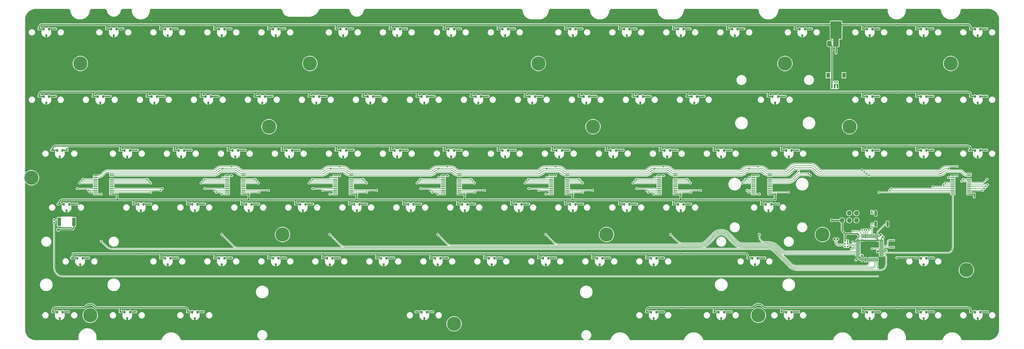
<source format=gbr>
%TF.GenerationSoftware,KiCad,Pcbnew,8.0.6*%
%TF.CreationDate,2024-11-23T19:51:20+07:00*%
%TF.ProjectId,Zellia80,5a656c6c-6961-4383-902e-6b696361645f,rev?*%
%TF.SameCoordinates,Original*%
%TF.FileFunction,Copper,L2,Bot*%
%TF.FilePolarity,Positive*%
%FSLAX46Y46*%
G04 Gerber Fmt 4.6, Leading zero omitted, Abs format (unit mm)*
G04 Created by KiCad (PCBNEW 8.0.6) date 2024-11-23 19:51:20*
%MOMM*%
%LPD*%
G01*
G04 APERTURE LIST*
G04 Aperture macros list*
%AMRoundRect*
0 Rectangle with rounded corners*
0 $1 Rounding radius*
0 $2 $3 $4 $5 $6 $7 $8 $9 X,Y pos of 4 corners*
0 Add a 4 corners polygon primitive as box body*
4,1,4,$2,$3,$4,$5,$6,$7,$8,$9,$2,$3,0*
0 Add four circle primitives for the rounded corners*
1,1,$1+$1,$2,$3*
1,1,$1+$1,$4,$5*
1,1,$1+$1,$6,$7*
1,1,$1+$1,$8,$9*
0 Add four rect primitives between the rounded corners*
20,1,$1+$1,$2,$3,$4,$5,0*
20,1,$1+$1,$4,$5,$6,$7,0*
20,1,$1+$1,$6,$7,$8,$9,0*
20,1,$1+$1,$8,$9,$2,$3,0*%
%AMRotRect*
0 Rectangle, with rotation*
0 The origin of the aperture is its center*
0 $1 length*
0 $2 width*
0 $3 Rotation angle, in degrees counterclockwise*
0 Add horizontal line*
21,1,$1,$2,0,0,$3*%
G04 Aperture macros list end*
%TA.AperFunction,SMDPad,CuDef*%
%ADD10R,1.190000X3.000000*%
%TD*%
%TA.AperFunction,ComponentPad*%
%ADD11C,0.800000*%
%TD*%
%TA.AperFunction,ComponentPad*%
%ADD12C,5.000000*%
%TD*%
%TA.AperFunction,ComponentPad*%
%ADD13R,1.700000X1.700000*%
%TD*%
%TA.AperFunction,ComponentPad*%
%ADD14O,1.700000X1.700000*%
%TD*%
%TA.AperFunction,SMDPad,CuDef*%
%ADD15R,0.620000X0.560000*%
%TD*%
%TA.AperFunction,SMDPad,CuDef*%
%ADD16R,0.560000X0.620000*%
%TD*%
%TA.AperFunction,SMDPad,CuDef*%
%ADD17RoundRect,0.150000X-0.150000X0.350000X-0.150000X-0.350000X0.150000X-0.350000X0.150000X0.350000X0*%
%TD*%
%TA.AperFunction,SMDPad,CuDef*%
%ADD18RotRect,0.560000X0.620000X225.000000*%
%TD*%
%TA.AperFunction,SMDPad,CuDef*%
%ADD19R,0.600000X1.550000*%
%TD*%
%TA.AperFunction,SMDPad,CuDef*%
%ADD20R,1.200000X1.800000*%
%TD*%
%TA.AperFunction,SMDPad,CuDef*%
%ADD21RoundRect,0.135000X-0.185000X0.135000X-0.185000X-0.135000X0.185000X-0.135000X0.185000X0.135000X0*%
%TD*%
%TA.AperFunction,SMDPad,CuDef*%
%ADD22RoundRect,0.375000X0.375000X-0.625000X0.375000X0.625000X-0.375000X0.625000X-0.375000X-0.625000X0*%
%TD*%
%TA.AperFunction,SMDPad,CuDef*%
%ADD23RoundRect,0.500000X1.400000X-0.500000X1.400000X0.500000X-1.400000X0.500000X-1.400000X-0.500000X0*%
%TD*%
%TA.AperFunction,SMDPad,CuDef*%
%ADD24RotRect,0.560000X0.620000X315.000000*%
%TD*%
%TA.AperFunction,SMDPad,CuDef*%
%ADD25RoundRect,0.100000X-0.637500X-0.100000X0.637500X-0.100000X0.637500X0.100000X-0.637500X0.100000X0*%
%TD*%
%TA.AperFunction,SMDPad,CuDef*%
%ADD26RotRect,0.560000X0.620000X45.000000*%
%TD*%
%TA.AperFunction,SMDPad,CuDef*%
%ADD27RoundRect,0.200000X0.200000X0.800000X-0.200000X0.800000X-0.200000X-0.800000X0.200000X-0.800000X0*%
%TD*%
%TA.AperFunction,SMDPad,CuDef*%
%ADD28R,1.900000X0.400000*%
%TD*%
%TA.AperFunction,SMDPad,CuDef*%
%ADD29RoundRect,0.075000X0.662500X0.075000X-0.662500X0.075000X-0.662500X-0.075000X0.662500X-0.075000X0*%
%TD*%
%TA.AperFunction,SMDPad,CuDef*%
%ADD30RoundRect,0.075000X0.075000X0.662500X-0.075000X0.662500X-0.075000X-0.662500X0.075000X-0.662500X0*%
%TD*%
%TA.AperFunction,SMDPad,CuDef*%
%ADD31RoundRect,0.200000X-0.200000X-0.800000X0.200000X-0.800000X0.200000X0.800000X-0.200000X0.800000X0*%
%TD*%
%TA.AperFunction,ViaPad*%
%ADD32C,1.000000*%
%TD*%
%TA.AperFunction,ViaPad*%
%ADD33C,0.600000*%
%TD*%
%TA.AperFunction,ViaPad*%
%ADD34C,0.800000*%
%TD*%
%TA.AperFunction,ViaPad*%
%ADD35C,0.500000*%
%TD*%
%TA.AperFunction,Conductor*%
%ADD36C,0.200000*%
%TD*%
%TA.AperFunction,Conductor*%
%ADD37C,0.400000*%
%TD*%
%TA.AperFunction,Conductor*%
%ADD38C,0.300000*%
%TD*%
G04 APERTURE END LIST*
D10*
%TO.P,D1,2,A*%
%TO.N,Net-(D1-A)*%
X22261250Y-130102499D03*
%TO.P,D1,1,K*%
%TO.N,+3V3*%
X27451250Y-130102499D03*
%TD*%
D11*
%TO.P,H16,1*%
%TO.N,N/C*%
X293431250Y-134547499D03*
X292882075Y-135873324D03*
X292882075Y-133221674D03*
X291556250Y-136422499D03*
D12*
X291556250Y-134547499D03*
D11*
X291556250Y-132672499D03*
X290230425Y-135873324D03*
X290230425Y-133221674D03*
X289681250Y-134547499D03*
%TD*%
%TO.P,H13,1*%
%TO.N,N/C*%
X338674622Y-74110009D03*
X338125447Y-75435834D03*
X338125447Y-72784184D03*
X336799622Y-75985009D03*
D12*
X336799622Y-74110009D03*
D11*
X336799622Y-72235009D03*
X335473797Y-75435834D03*
X335473797Y-72784184D03*
X334924622Y-74110009D03*
%TD*%
%TO.P,H14,1*%
%TO.N,N/C*%
X35065247Y-163122509D03*
X34516072Y-164448334D03*
X34516072Y-161796684D03*
X33190247Y-164997509D03*
D12*
X33190247Y-163122509D03*
D11*
X33190247Y-161247509D03*
X31864422Y-164448334D03*
X31864422Y-161796684D03*
X31315247Y-163122509D03*
%TD*%
%TO.P,H11,1*%
%TO.N,N/C*%
X212468750Y-96447499D03*
X211919575Y-97773324D03*
X211919575Y-95121674D03*
X210593750Y-98322499D03*
D12*
X210593750Y-96447499D03*
D11*
X210593750Y-94572499D03*
X209267925Y-97773324D03*
X209267925Y-95121674D03*
X208718750Y-96447499D03*
%TD*%
%TO.P,H5,1*%
%TO.N,N/C*%
X193199744Y-74110009D03*
X192650569Y-75435834D03*
X192650569Y-72784184D03*
X191324744Y-75985009D03*
D12*
X191324744Y-74110009D03*
D11*
X191324744Y-72235009D03*
X189998919Y-75435834D03*
X189998919Y-72784184D03*
X189449744Y-74110009D03*
%TD*%
D13*
%TO.P,J5,1,Pin_1*%
%TO.N,GND*%
X298450000Y-127019999D03*
D14*
%TO.P,J5,2,Pin_2*%
%TO.N,+3V3*%
X298450000Y-129559999D03*
%TO.P,J5,3,Pin_3*%
%TO.N,TX*%
X300990000Y-127019999D03*
%TO.P,J5,4,Pin_4*%
%TO.N,RX*%
X300990000Y-129559999D03*
%TO.P,J5,5,Pin_5*%
%TO.N,SWCLK*%
X303530000Y-127019999D03*
%TO.P,J5,6,Pin_6*%
%TO.N,SWDIO*%
X303530000Y-129559999D03*
%TD*%
D11*
%TO.P,H4,1*%
%TO.N,N/C*%
X14349622Y-114497509D03*
X13800447Y-115823334D03*
X13800447Y-113171684D03*
X12474622Y-116372509D03*
D12*
X12474622Y-114497509D03*
D11*
X12474622Y-112622509D03*
X11148797Y-115823334D03*
X11148797Y-113171684D03*
X10599622Y-114497509D03*
%TD*%
%TO.P,H10,1*%
%TO.N,N/C*%
X302956250Y-96447499D03*
X302407075Y-97773324D03*
X302407075Y-95121674D03*
X301081250Y-98322499D03*
D12*
X301081250Y-96447499D03*
D11*
X301081250Y-94572499D03*
X299755425Y-97773324D03*
X299755425Y-95121674D03*
X299206250Y-96447499D03*
%TD*%
%TO.P,H1,1*%
%TO.N,N/C*%
X112586744Y-74110009D03*
X112037569Y-75435834D03*
X112037569Y-72784184D03*
X110711744Y-75985009D03*
D12*
X110711744Y-74110009D03*
D11*
X110711744Y-72235009D03*
X109385919Y-75435834D03*
X109385919Y-72784184D03*
X108836744Y-74110009D03*
%TD*%
%TO.P,H18,1*%
%TO.N,N/C*%
X217231250Y-134547499D03*
X216682075Y-135873324D03*
X216682075Y-133221674D03*
X215356250Y-136422499D03*
D12*
X215356250Y-134547499D03*
D11*
X215356250Y-132672499D03*
X214030425Y-135873324D03*
X214030425Y-133221674D03*
X213481250Y-134547499D03*
%TD*%
%TO.P,H12,1*%
%TO.N,N/C*%
X31586744Y-74110009D03*
X31037569Y-75435834D03*
X31037569Y-72784184D03*
X29711744Y-75985009D03*
D12*
X29711744Y-74110009D03*
D11*
X29711744Y-72235009D03*
X28385919Y-75435834D03*
X28385919Y-72784184D03*
X27836744Y-74110009D03*
%TD*%
%TO.P,H17,1*%
%TO.N,N/C*%
X98168750Y-96447499D03*
X97619575Y-97773324D03*
X97619575Y-95121674D03*
X96293750Y-98322499D03*
D12*
X96293750Y-96447499D03*
D11*
X96293750Y-94572499D03*
X94967925Y-97773324D03*
X94967925Y-95121674D03*
X94418750Y-96447499D03*
%TD*%
%TO.P,H2,1*%
%TO.N,N/C*%
X280199744Y-74110009D03*
X279650569Y-75435834D03*
X279650569Y-72784184D03*
X278324744Y-75985009D03*
D12*
X278324744Y-74110009D03*
D11*
X278324744Y-72235009D03*
X276998919Y-75435834D03*
X276998919Y-72784184D03*
X276449744Y-74110009D03*
%TD*%
%TO.P,H3,1*%
%TO.N,N/C*%
X102931250Y-134547499D03*
X102382075Y-135873324D03*
X102382075Y-133221674D03*
X101056250Y-136422499D03*
D12*
X101056250Y-134547499D03*
D11*
X101056250Y-132672499D03*
X99730425Y-135873324D03*
X99730425Y-133221674D03*
X99181250Y-134547499D03*
%TD*%
%TO.P,H15,1*%
%TO.N,N/C*%
X270808997Y-163122509D03*
X270259822Y-164448334D03*
X270259822Y-161796684D03*
X268933997Y-164997509D03*
D12*
X268933997Y-163122509D03*
D11*
X268933997Y-161247509D03*
X267608172Y-164448334D03*
X267608172Y-161796684D03*
X267058997Y-163122509D03*
%TD*%
%TO.P,H8,1*%
%TO.N,N/C*%
X344199744Y-147122519D03*
X343650569Y-148448344D03*
X343650569Y-145796694D03*
X342324744Y-148997519D03*
D12*
X342324744Y-147122519D03*
D11*
X342324744Y-145247519D03*
X340998919Y-148448344D03*
X340998919Y-145796694D03*
X340449744Y-147122519D03*
%TD*%
%TO.P,H7,1*%
%TO.N,N/C*%
X163437500Y-166122499D03*
X162888325Y-167448324D03*
X162888325Y-164796674D03*
X161562500Y-167997499D03*
D12*
X161562500Y-166122499D03*
D11*
X161562500Y-164247499D03*
X160236675Y-167448324D03*
X160236675Y-164796674D03*
X159687500Y-166122499D03*
%TD*%
D15*
%TO.P,C33,1*%
%TO.N,GND*%
X53312500Y-86652499D03*
%TO.P,C33,2*%
%TO.N,+3V3*%
X53312500Y-85692499D03*
%TD*%
%TO.P,C73,1*%
%TO.N,GND*%
X177375000Y-143802499D03*
%TO.P,C73,2*%
%TO.N,48*%
X177375000Y-142842499D03*
%TD*%
%TO.P,C1,1*%
%TO.N,GND*%
X20212500Y-62839999D03*
%TO.P,C1,2*%
%TO.N,00*%
X20212500Y-61879999D03*
%TD*%
%TO.P,C160,1*%
%TO.N,GND*%
X277150000Y-162852499D03*
%TO.P,C160,2*%
%TO.N,+3V3*%
X277150000Y-161892499D03*
%TD*%
%TO.P,C60,1*%
%TO.N,GND*%
X167850000Y-124752499D03*
%TO.P,C60,2*%
%TO.N,37*%
X167850000Y-123792499D03*
%TD*%
D16*
%TO.P,C109,1*%
%TO.N,GND*%
X204367500Y-120263124D03*
%TO.P,C109,2*%
%TO.N,+3V3*%
X203407500Y-120263124D03*
%TD*%
D15*
%TO.P,C195,1*%
%TO.N,GND*%
X281912500Y-62839999D03*
%TO.P,C195,2*%
%TO.N,+3V3*%
X281912500Y-61879999D03*
%TD*%
%TO.P,C152,1*%
%TO.N,GND*%
X329775000Y-62839999D03*
%TO.P,C152,2*%
%TO.N,015*%
X329775000Y-61879999D03*
%TD*%
D17*
%TO.P,U25,3*%
%TO.N,42*%
X61525000Y-142917499D03*
%TO.P,U25,2,-*%
%TO.N,GND*%
X60575000Y-145267499D03*
%TO.P,U25,1,+*%
%TO.N,+3V3*%
X59625000Y-142917499D03*
%TD*%
D15*
%TO.P,C22,1*%
%TO.N,GND*%
X39262500Y-86652499D03*
%TO.P,C22,2*%
%TO.N,11*%
X39262500Y-85692499D03*
%TD*%
D17*
%TO.P,U23,3*%
%TO.N,22*%
X66287500Y-104817499D03*
%TO.P,U23,2,-*%
%TO.N,GND*%
X65337500Y-107167499D03*
%TO.P,U23,1,+*%
%TO.N,+3V3*%
X64387500Y-104817499D03*
%TD*%
D15*
%TO.P,C125,1*%
%TO.N,GND*%
X143800000Y-124752499D03*
%TO.P,C125,2*%
%TO.N,+3V3*%
X143800000Y-123792499D03*
%TD*%
%TO.P,C23,1*%
%TO.N,GND*%
X48787500Y-105702499D03*
%TO.P,C23,2*%
%TO.N,21*%
X48787500Y-104742499D03*
%TD*%
%TO.P,C108,1*%
%TO.N,GND*%
X310725000Y-62839999D03*
%TO.P,C108,2*%
%TO.N,014*%
X310725000Y-61879999D03*
%TD*%
D18*
%TO.P,C199,1*%
%TO.N,+3V3*%
X304064411Y-134470588D03*
%TO.P,C199,2*%
%TO.N,GND*%
X303385589Y-135149410D03*
%TD*%
D17*
%TO.P,U96,3*%
%TO.N,516*%
X347275000Y-161967499D03*
%TO.P,U96,2,-*%
%TO.N,GND*%
X346325000Y-164317499D03*
%TO.P,U96,1,+*%
%TO.N,+3V3*%
X345375000Y-161967499D03*
%TD*%
%TO.P,U26,3*%
%TO.N,06*%
X142487500Y-61954999D03*
%TO.P,U26,2,-*%
%TO.N,GND*%
X141537500Y-64304999D03*
%TO.P,U26,1,+*%
%TO.N,+3V3*%
X140587500Y-61954999D03*
%TD*%
%TO.P,U27,3*%
%TO.N,07*%
X161537500Y-61954999D03*
%TO.P,U27,2,-*%
%TO.N,GND*%
X160587500Y-64304999D03*
%TO.P,U27,1,+*%
%TO.N,+3V3*%
X159637500Y-61954999D03*
%TD*%
D19*
%TO.P,J2,4,Pin_4*%
%TO.N,GND*%
X297818750Y-82172499D03*
%TO.P,J2,3,Pin_3*%
%TO.N,D+*%
X296818750Y-82172499D03*
%TO.P,J2,2,Pin_2*%
%TO.N,D-*%
X295818750Y-82172499D03*
%TO.P,J2,1,Pin_1*%
%TO.N,+5V*%
X294818750Y-82172499D03*
D20*
%TO.P,J2,*%
%TO.N,*%
X299118750Y-78297499D03*
X293518750Y-78297499D03*
%TD*%
D15*
%TO.P,C18,1*%
%TO.N,GND*%
X27356250Y-124752499D03*
%TO.P,C18,2*%
%TO.N,30*%
X27356250Y-123792499D03*
%TD*%
%TO.P,C2,1*%
%TO.N,GND*%
X44025000Y-62839999D03*
%TO.P,C2,2*%
%TO.N,01*%
X44025000Y-61879999D03*
%TD*%
%TO.P,C123,1*%
%TO.N,GND*%
X181900000Y-124752499D03*
%TO.P,C123,2*%
%TO.N,+3V3*%
X181900000Y-123792499D03*
%TD*%
%TO.P,C17,1*%
%TO.N,GND*%
X24975000Y-105702499D03*
%TO.P,C17,2*%
%TO.N,20*%
X24975000Y-104742499D03*
%TD*%
D17*
%TO.P,U30,3*%
%TO.N,33*%
X90100000Y-123867499D03*
%TO.P,U30,2,-*%
%TO.N,GND*%
X89150000Y-126217499D03*
%TO.P,U30,1,+*%
%TO.N,+3V3*%
X88200000Y-123867499D03*
%TD*%
D15*
%TO.P,C105,1*%
%TO.N,GND*%
X196187500Y-105702499D03*
%TO.P,C105,2*%
%TO.N,+3V3*%
X196187500Y-104742499D03*
%TD*%
D17*
%TO.P,U38,3*%
%TO.N,09*%
X204400000Y-61954999D03*
%TO.P,U38,2,-*%
%TO.N,GND*%
X203450000Y-64304999D03*
%TO.P,U38,1,+*%
%TO.N,+3V3*%
X202500000Y-61954999D03*
%TD*%
D15*
%TO.P,C99,1*%
%TO.N,GND*%
X139037500Y-105702499D03*
%TO.P,C99,2*%
%TO.N,+3V3*%
X139037500Y-104742499D03*
%TD*%
%TO.P,C122,1*%
%TO.N,GND*%
X67600000Y-124752499D03*
%TO.P,C122,2*%
%TO.N,+3V3*%
X67600000Y-123792499D03*
%TD*%
%TO.P,C71,1*%
%TO.N,GND*%
X201187500Y-105702499D03*
%TO.P,C71,2*%
%TO.N,29*%
X201187500Y-104742499D03*
%TD*%
%TO.P,C179,1*%
%TO.N,GND*%
X324775000Y-143802499D03*
%TO.P,C179,2*%
%TO.N,+3V3*%
X324775000Y-142842499D03*
%TD*%
%TO.P,C81,1*%
%TO.N,GND*%
X225000000Y-62839999D03*
%TO.P,C81,2*%
%TO.N,010*%
X225000000Y-61879999D03*
%TD*%
%TO.P,C151,1*%
%TO.N,GND*%
X310725000Y-162852499D03*
%TO.P,C151,2*%
%TO.N,514*%
X310725000Y-161892499D03*
%TD*%
D17*
%TO.P,U66,3*%
%TO.N,39*%
X204400000Y-123867499D03*
%TO.P,U66,2,-*%
%TO.N,GND*%
X203450000Y-126217499D03*
%TO.P,U66,1,+*%
%TO.N,+3V3*%
X202500000Y-123867499D03*
%TD*%
D15*
%TO.P,C44,1*%
%TO.N,GND*%
X110462500Y-86652499D03*
%TO.P,C44,2*%
%TO.N,+3V3*%
X110462500Y-85692499D03*
%TD*%
%TO.P,C19,1*%
%TO.N,GND*%
X32118750Y-143802499D03*
%TO.P,C19,2*%
%TO.N,40*%
X32118750Y-142842499D03*
%TD*%
%TO.P,C98,1*%
%TO.N,GND*%
X286912500Y-62839999D03*
%TO.P,C98,2*%
%TO.N,013*%
X286912500Y-61879999D03*
%TD*%
D17*
%TO.P,U13,3*%
%TO.N,03*%
X80575000Y-61954999D03*
%TO.P,U13,2,-*%
%TO.N,GND*%
X79625000Y-64304999D03*
%TO.P,U13,1,+*%
%TO.N,+3V3*%
X78675000Y-61954999D03*
%TD*%
D15*
%TO.P,C24,1*%
%TO.N,GND*%
X53550000Y-124752499D03*
%TO.P,C24,2*%
%TO.N,31*%
X53550000Y-123792499D03*
%TD*%
D17*
%TO.P,U20,3*%
%TO.N,05*%
X123437500Y-61954999D03*
%TO.P,U20,2,-*%
%TO.N,GND*%
X122487500Y-64304999D03*
%TO.P,U20,1,+*%
%TO.N,+3V3*%
X121537500Y-61954999D03*
%TD*%
%TO.P,U72,3*%
%TO.N,310*%
X223450000Y-123867499D03*
%TO.P,U72,2,-*%
%TO.N,GND*%
X222500000Y-126217499D03*
%TO.P,U72,1,+*%
%TO.N,+3V3*%
X221550000Y-123867499D03*
%TD*%
D15*
%TO.P,C117,1*%
%TO.N,GND*%
X19975000Y-105702499D03*
%TO.P,C117,2*%
%TO.N,+3V3*%
X19975000Y-104742499D03*
%TD*%
%TO.P,C30,1*%
%TO.N,GND*%
X72600000Y-124752499D03*
%TO.P,C30,2*%
%TO.N,32*%
X72600000Y-123792499D03*
%TD*%
D17*
%TO.P,U79,3*%
%TO.N,411*%
X232975000Y-142917499D03*
%TO.P,U79,2,-*%
%TO.N,GND*%
X232025000Y-145267499D03*
%TO.P,U79,1,+*%
%TO.N,+3V3*%
X231075000Y-142917499D03*
%TD*%
D15*
%TO.P,C128,1*%
%TO.N,GND*%
X86650000Y-124752499D03*
%TO.P,C128,2*%
%TO.N,+3V3*%
X86650000Y-123792499D03*
%TD*%
D21*
%TO.P,R10,2*%
%TO.N,CAPSLOCK*%
X20497500Y-130397500D03*
%TO.P,R10,1*%
%TO.N,Net-(D1-A)*%
X20497500Y-129377500D03*
%TD*%
D17*
%TO.P,U44,3*%
%TO.N,011*%
X242500000Y-61954999D03*
%TO.P,U44,2,-*%
%TO.N,GND*%
X241550000Y-64304999D03*
%TO.P,U44,1,+*%
%TO.N,+3V3*%
X240600000Y-61954999D03*
%TD*%
D15*
%TO.P,C56,1*%
%TO.N,GND*%
X272387500Y-86652499D03*
%TO.P,C56,2*%
%TO.N,+3V3*%
X272387500Y-85692499D03*
%TD*%
D17*
%TO.P,U32,3*%
%TO.N,08*%
X180587500Y-61954999D03*
%TO.P,U32,2,-*%
%TO.N,GND*%
X179637500Y-64304999D03*
%TO.P,U32,1,+*%
%TO.N,+3V3*%
X178687500Y-61954999D03*
%TD*%
%TO.P,U9,3*%
%TO.N,02*%
X61525000Y-61954999D03*
%TO.P,U9,2,-*%
%TO.N,GND*%
X60575000Y-64304999D03*
%TO.P,U9,1,+*%
%TO.N,+3V3*%
X59625000Y-61954999D03*
%TD*%
D22*
%TO.P,U63,1,GND*%
%TO.N,GND*%
X298618750Y-67047499D03*
%TO.P,U63,2,VO*%
%TO.N,+3V3*%
X296318750Y-67047499D03*
D23*
X296318750Y-60747499D03*
D22*
%TO.P,U63,3,VI*%
%TO.N,+5V*%
X294018750Y-67047499D03*
%TD*%
D17*
%TO.P,U94,3*%
%TO.N,514*%
X309175000Y-161967499D03*
%TO.P,U94,2,-*%
%TO.N,GND*%
X308225000Y-164317499D03*
%TO.P,U94,1,+*%
%TO.N,+3V3*%
X307275000Y-161967499D03*
%TD*%
D15*
%TO.P,C35,1*%
%TO.N,GND*%
X86887500Y-105702499D03*
%TO.P,C35,2*%
%TO.N,23*%
X86887500Y-104742499D03*
%TD*%
%TO.P,C36,1*%
%TO.N,GND*%
X91650000Y-124752499D03*
%TO.P,C36,2*%
%TO.N,33*%
X91650000Y-123792499D03*
%TD*%
D17*
%TO.P,U55,3*%
%TO.N,47*%
X156775000Y-142917499D03*
%TO.P,U55,2,-*%
%TO.N,GND*%
X155825000Y-145267499D03*
%TO.P,U55,1,+*%
%TO.N,+3V3*%
X154875000Y-142917499D03*
%TD*%
D15*
%TO.P,C50,1*%
%TO.N,GND*%
X163087500Y-62839999D03*
%TO.P,C50,2*%
%TO.N,07*%
X163087500Y-61879999D03*
%TD*%
%TO.P,C58,1*%
%TO.N,GND*%
X153562500Y-86652499D03*
%TO.P,C58,2*%
%TO.N,17*%
X153562500Y-85692499D03*
%TD*%
D24*
%TO.P,C200,1*%
%TO.N,+3V3*%
X303385589Y-143470588D03*
%TO.P,C200,2*%
%TO.N,GND*%
X304064411Y-144149410D03*
%TD*%
D17*
%TO.P,U82,3*%
%TO.N,112*%
X247262500Y-85767499D03*
%TO.P,U82,2,-*%
%TO.N,GND*%
X246312500Y-88117499D03*
%TO.P,U82,1,+*%
%TO.N,+3V3*%
X245362500Y-85767499D03*
%TD*%
D15*
%TO.P,C173,1*%
%TO.N,GND*%
X282150000Y-162852499D03*
%TO.P,C173,2*%
%TO.N,513*%
X282150000Y-161892499D03*
%TD*%
D17*
%TO.P,U77,3*%
%TO.N,211*%
X237737500Y-104817499D03*
%TO.P,U77,2,-*%
%TO.N,GND*%
X236787500Y-107167499D03*
%TO.P,U77,1,+*%
%TO.N,+3V3*%
X235837500Y-104817499D03*
%TD*%
D15*
%TO.P,C171,1*%
%TO.N,GND*%
X72600000Y-162852499D03*
%TO.P,C171,2*%
%TO.N,52*%
X72600000Y-161892499D03*
%TD*%
D25*
%TO.P,U62,1,COM*%
%TO.N,ADC3_IN2*%
X195825000Y-120263124D03*
%TO.P,U62,2,I7*%
%TO.N,unconnected-(U62-I7-Pad2)*%
X195825000Y-119613124D03*
%TO.P,U62,3,I6*%
%TO.N,49*%
X195825000Y-118963124D03*
%TO.P,U62,4,I5*%
%TO.N,38*%
X195825000Y-118313124D03*
%TO.P,U62,5,I4*%
%TO.N,unconnected-(U62-I4-Pad5)*%
X195825000Y-117663124D03*
%TO.P,U62,6,I3*%
%TO.N,unconnected-(U62-I3-Pad6)*%
X195825000Y-117013124D03*
%TO.P,U62,7,I2*%
%TO.N,28*%
X195825000Y-116363124D03*
%TO.P,U62,8,I1*%
%TO.N,18*%
X195825000Y-115713124D03*
%TO.P,U62,9,I0*%
%TO.N,08*%
X195825000Y-115063124D03*
%TO.P,U62,10,S0*%
%TO.N,S0*%
X195825000Y-114413124D03*
%TO.P,U62,11,S1*%
%TO.N,S1*%
X195825000Y-113763124D03*
%TO.P,U62,12,GND*%
%TO.N,GND*%
X195825000Y-113113124D03*
%TO.P,U62,13,S3*%
%TO.N,S3*%
X201550000Y-113113124D03*
%TO.P,U62,14,S2*%
%TO.N,S2*%
X201550000Y-113763124D03*
%TO.P,U62,15,~{E}*%
%TO.N,GND*%
X201550000Y-114413124D03*
%TO.P,U62,16,I15*%
%TO.N,29*%
X201550000Y-115063124D03*
%TO.P,U62,17,I14*%
%TO.N,19*%
X201550000Y-115713124D03*
%TO.P,U62,18,I13*%
%TO.N,09*%
X201550000Y-116363124D03*
%TO.P,U62,19,I12*%
%TO.N,unconnected-(U62-I12-Pad19)*%
X201550000Y-117013124D03*
%TO.P,U62,20,I11*%
%TO.N,unconnected-(U62-I11-Pad20)*%
X201550000Y-117663124D03*
%TO.P,U62,21,I10*%
%TO.N,unconnected-(U62-I10-Pad21)*%
X201550000Y-118313124D03*
%TO.P,U62,22,I9*%
%TO.N,410*%
X201550000Y-118963124D03*
%TO.P,U62,23,I8*%
%TO.N,39*%
X201550000Y-119613124D03*
%TO.P,U62,24,VCC*%
%TO.N,+3V3*%
X201550000Y-120263124D03*
%TD*%
D15*
%TO.P,C129,1*%
%TO.N,GND*%
X105700000Y-124752499D03*
%TO.P,C129,2*%
%TO.N,+3V3*%
X105700000Y-123792499D03*
%TD*%
%TO.P,C161,1*%
%TO.N,GND*%
X348825000Y-62839999D03*
%TO.P,C161,2*%
%TO.N,016*%
X348825000Y-61879999D03*
%TD*%
%TO.P,C127,1*%
%TO.N,GND*%
X48550000Y-124752499D03*
%TO.P,C127,2*%
%TO.N,+3V3*%
X48550000Y-123792499D03*
%TD*%
D17*
%TO.P,U58,3*%
%TO.N,18*%
X171062500Y-85767499D03*
%TO.P,U58,2,-*%
%TO.N,GND*%
X170112500Y-88117499D03*
%TO.P,U58,1,+*%
%TO.N,+3V3*%
X169162500Y-85767499D03*
%TD*%
%TO.P,U31,3*%
%TO.N,43*%
X80575000Y-142917499D03*
%TO.P,U31,2,-*%
%TO.N,GND*%
X79625000Y-145267499D03*
%TO.P,U31,1,+*%
%TO.N,+3V3*%
X78675000Y-142917499D03*
%TD*%
D15*
%TO.P,C181,1*%
%TO.N,GND*%
X343825000Y-86652499D03*
%TO.P,C181,2*%
%TO.N,+3V3*%
X343825000Y-85692499D03*
%TD*%
D17*
%TO.P,U89,3*%
%TO.N,213*%
X280600000Y-104817499D03*
%TO.P,U89,2,-*%
%TO.N,GND*%
X279650000Y-107167499D03*
%TO.P,U89,1,+*%
%TO.N,+3V3*%
X278700000Y-104817499D03*
%TD*%
D15*
%TO.P,C162,1*%
%TO.N,GND*%
X348825000Y-86652499D03*
%TO.P,C162,2*%
%TO.N,116*%
X348825000Y-85692499D03*
%TD*%
D17*
%TO.P,U92,3*%
%TO.N,512*%
X256787500Y-161967499D03*
%TO.P,U92,2,-*%
%TO.N,GND*%
X255837500Y-164317499D03*
%TO.P,U92,1,+*%
%TO.N,+3V3*%
X254887500Y-161967499D03*
%TD*%
%TO.P,U37,3*%
%TO.N,44*%
X99625000Y-142917499D03*
%TO.P,U37,2,-*%
%TO.N,GND*%
X98675000Y-145267499D03*
%TO.P,U37,1,+*%
%TO.N,+3V3*%
X97725000Y-142917499D03*
%TD*%
%TO.P,U18,3*%
%TO.N,31*%
X52000000Y-123867499D03*
%TO.P,U18,2,-*%
%TO.N,GND*%
X51050000Y-126217499D03*
%TO.P,U18,1,+*%
%TO.N,+3V3*%
X50100000Y-123867499D03*
%TD*%
D25*
%TO.P,U69,1,COM*%
%TO.N,ADC4_IN2*%
X267262500Y-120263124D03*
%TO.P,U69,2,I7*%
%TO.N,513*%
X267262500Y-119613124D03*
%TO.P,U69,3,I6*%
%TO.N,412*%
X267262500Y-118963124D03*
%TO.P,U69,4,I5*%
%TO.N,unconnected-(U69-I5-Pad4)*%
X267262500Y-118313124D03*
%TO.P,U69,5,I4*%
%TO.N,unconnected-(U69-I4-Pad5)*%
X267262500Y-117663124D03*
%TO.P,U69,6,I3*%
%TO.N,unconnected-(U69-I3-Pad6)*%
X267262500Y-117013124D03*
%TO.P,U69,7,I2*%
%TO.N,212*%
X267262500Y-116363124D03*
%TO.P,U69,8,I1*%
%TO.N,112*%
X267262500Y-115713124D03*
%TO.P,U69,9,I0*%
%TO.N,012*%
X267262500Y-115063124D03*
%TO.P,U69,10,S0*%
%TO.N,S0*%
X267262500Y-114413124D03*
%TO.P,U69,11,S1*%
%TO.N,S1*%
X267262500Y-113763124D03*
%TO.P,U69,12,GND*%
%TO.N,GND*%
X267262500Y-113113124D03*
%TO.P,U69,13,S3*%
%TO.N,S3*%
X272987500Y-113113124D03*
%TO.P,U69,14,S2*%
%TO.N,S2*%
X272987500Y-113763124D03*
%TO.P,U69,15,~{E}*%
%TO.N,GND*%
X272987500Y-114413124D03*
%TO.P,U69,16,I15*%
%TO.N,213*%
X272987500Y-115063124D03*
%TO.P,U69,17,I14*%
%TO.N,113*%
X272987500Y-115713124D03*
%TO.P,U69,18,I13*%
%TO.N,013*%
X272987500Y-116363124D03*
%TO.P,U69,19,I12*%
%TO.N,unconnected-(U69-I12-Pad19)*%
X272987500Y-117013124D03*
%TO.P,U69,20,I11*%
%TO.N,unconnected-(U69-I11-Pad20)*%
X272987500Y-117663124D03*
%TO.P,U69,21,I10*%
%TO.N,unconnected-(U69-I10-Pad21)*%
X272987500Y-118313124D03*
%TO.P,U69,22,I9*%
%TO.N,unconnected-(U69-I9-Pad22)*%
X272987500Y-118963124D03*
%TO.P,U69,23,I8*%
%TO.N,312*%
X272987500Y-119613124D03*
%TO.P,U69,24,VCC*%
%TO.N,+3V3*%
X272987500Y-120263124D03*
%TD*%
D15*
%TO.P,C189,1*%
%TO.N,GND*%
X158087500Y-62839999D03*
%TO.P,C189,2*%
%TO.N,+3V3*%
X158087500Y-61879999D03*
%TD*%
%TO.P,C66,1*%
%TO.N,GND*%
X186900000Y-124752499D03*
%TO.P,C66,2*%
%TO.N,38*%
X186900000Y-123792499D03*
%TD*%
%TO.P,C141,1*%
%TO.N,GND*%
X77125000Y-143802499D03*
%TO.P,C141,2*%
%TO.N,+3V3*%
X77125000Y-142842499D03*
%TD*%
D17*
%TO.P,U65,3*%
%TO.N,29*%
X199637500Y-104817499D03*
%TO.P,U65,2,-*%
%TO.N,GND*%
X198687500Y-107167499D03*
%TO.P,U65,1,+*%
%TO.N,+3V3*%
X197737500Y-104817499D03*
%TD*%
D15*
%TO.P,C72,1*%
%TO.N,GND*%
X205950000Y-124752499D03*
%TO.P,C72,2*%
%TO.N,39*%
X205950000Y-123792499D03*
%TD*%
D16*
%TO.P,C156,1*%
%TO.N,GND*%
X275805000Y-120263124D03*
%TO.P,C156,2*%
%TO.N,+3V3*%
X274845000Y-120263124D03*
%TD*%
D15*
%TO.P,C41,1*%
%TO.N,GND*%
X105937500Y-105702499D03*
%TO.P,C41,2*%
%TO.N,24*%
X105937500Y-104742499D03*
%TD*%
%TO.P,C167,1*%
%TO.N,GND*%
X15212500Y-62839999D03*
%TO.P,C167,2*%
%TO.N,+3V3*%
X15212500Y-61879999D03*
%TD*%
%TO.P,C95,1*%
%TO.N,GND*%
X282150000Y-105702499D03*
%TO.P,C95,2*%
%TO.N,213*%
X282150000Y-104742499D03*
%TD*%
D17*
%TO.P,U10,3*%
%TO.N,10*%
X18662500Y-85767499D03*
%TO.P,U10,2,-*%
%TO.N,GND*%
X17712500Y-88117499D03*
%TO.P,U10,1,+*%
%TO.N,+3V3*%
X16762500Y-85767499D03*
%TD*%
D15*
%TO.P,C34,1*%
%TO.N,GND*%
X77362500Y-86652499D03*
%TO.P,C34,2*%
%TO.N,13*%
X77362500Y-85692499D03*
%TD*%
D17*
%TO.P,U97,3*%
%TO.N,413*%
X328225000Y-142917499D03*
%TO.P,U97,2,-*%
%TO.N,GND*%
X327275000Y-145267499D03*
%TO.P,U97,1,+*%
%TO.N,+3V3*%
X326325000Y-142917499D03*
%TD*%
%TO.P,U87,3*%
%TO.N,116*%
X347275000Y-85767499D03*
%TO.P,U87,2,-*%
%TO.N,GND*%
X346325000Y-88117499D03*
%TO.P,U87,1,+*%
%TO.N,+3V3*%
X345375000Y-85767499D03*
%TD*%
%TO.P,U12,3*%
%TO.N,30*%
X25806250Y-123867499D03*
%TO.P,U12,2,-*%
%TO.N,GND*%
X24856250Y-126217499D03*
%TO.P,U12,1,+*%
%TO.N,+3V3*%
X23906250Y-123867499D03*
%TD*%
D15*
%TO.P,C183,1*%
%TO.N,GND*%
X58075000Y-62839999D03*
%TO.P,C183,2*%
%TO.N,+3V3*%
X58075000Y-61879999D03*
%TD*%
D17*
%TO.P,U86,3*%
%TO.N,115*%
X328225000Y-85767499D03*
%TO.P,U86,2,-*%
%TO.N,GND*%
X327275000Y-88117499D03*
%TO.P,U86,1,+*%
%TO.N,+3V3*%
X326325000Y-85767499D03*
%TD*%
%TO.P,U57,3*%
%TO.N,412*%
X268693750Y-142917499D03*
%TO.P,U57,2,-*%
%TO.N,GND*%
X267743750Y-145267499D03*
%TO.P,U57,1,+*%
%TO.N,+3V3*%
X266793750Y-142917499D03*
%TD*%
D15*
%TO.P,C28,1*%
%TO.N,GND*%
X58312500Y-86652499D03*
%TO.P,C28,2*%
%TO.N,12*%
X58312500Y-85692499D03*
%TD*%
D17*
%TO.P,U83,3*%
%TO.N,212*%
X256787500Y-104817499D03*
%TO.P,U83,2,-*%
%TO.N,GND*%
X255837500Y-107167499D03*
%TO.P,U83,1,+*%
%TO.N,+3V3*%
X254887500Y-104817499D03*
%TD*%
D15*
%TO.P,C140,1*%
%TO.N,GND*%
X153325000Y-143802499D03*
%TO.P,C140,2*%
%TO.N,+3V3*%
X153325000Y-142842499D03*
%TD*%
%TO.P,C86,1*%
%TO.N,GND*%
X244050000Y-62839999D03*
%TO.P,C86,2*%
%TO.N,011*%
X244050000Y-61879999D03*
%TD*%
D17*
%TO.P,U33,3*%
%TO.N,40*%
X30568750Y-142917499D03*
%TO.P,U33,2,-*%
%TO.N,GND*%
X29618750Y-145267499D03*
%TO.P,U33,1,+*%
%TO.N,+3V3*%
X28668750Y-142917499D03*
%TD*%
D15*
%TO.P,C96,1*%
%TO.N,GND*%
X119987500Y-105702499D03*
%TO.P,C96,2*%
%TO.N,+3V3*%
X119987500Y-104742499D03*
%TD*%
%TO.P,C43,1*%
%TO.N,GND*%
X82125000Y-143802499D03*
%TO.P,C43,2*%
%TO.N,43*%
X82125000Y-142842499D03*
%TD*%
%TO.P,C93,1*%
%TO.N,GND*%
X43787500Y-105702499D03*
%TO.P,C93,2*%
%TO.N,+3V3*%
X43787500Y-104742499D03*
%TD*%
%TO.P,C130,1*%
%TO.N,GND*%
X22356250Y-124752499D03*
%TO.P,C130,2*%
%TO.N,+3V3*%
X22356250Y-123792499D03*
%TD*%
D16*
%TO.P,C164,1*%
%TO.N,GND*%
X346051875Y-120263124D03*
%TO.P,C164,2*%
%TO.N,+3V3*%
X345091875Y-120263124D03*
%TD*%
D17*
%TO.P,U93,3*%
%TO.N,015*%
X328225000Y-61954999D03*
%TO.P,U93,2,-*%
%TO.N,GND*%
X327275000Y-64304999D03*
%TO.P,U93,1,+*%
%TO.N,+3V3*%
X326325000Y-61954999D03*
%TD*%
D15*
%TO.P,C89,1*%
%TO.N,GND*%
X258337500Y-105702499D03*
%TO.P,C89,2*%
%TO.N,212*%
X258337500Y-104742499D03*
%TD*%
%TO.P,C194,1*%
%TO.N,GND*%
X258100000Y-62839999D03*
%TO.P,C194,2*%
%TO.N,+3V3*%
X258100000Y-61879999D03*
%TD*%
%TO.P,C63,1*%
%TO.N,GND*%
X167612500Y-86652499D03*
%TO.P,C63,2*%
%TO.N,+3V3*%
X167612500Y-85692499D03*
%TD*%
%TO.P,C88,1*%
%TO.N,GND*%
X248812500Y-86652499D03*
%TO.P,C88,2*%
%TO.N,112*%
X248812500Y-85692499D03*
%TD*%
D17*
%TO.P,U17,3*%
%TO.N,21*%
X47237500Y-104817499D03*
%TO.P,U17,2,-*%
%TO.N,GND*%
X46287500Y-107167499D03*
%TO.P,U17,1,+*%
%TO.N,+3V3*%
X45337500Y-104817499D03*
%TD*%
D15*
%TO.P,C62,1*%
%TO.N,GND*%
X182137500Y-62839999D03*
%TO.P,C62,2*%
%TO.N,08*%
X182137500Y-61879999D03*
%TD*%
%TO.P,C37,1*%
%TO.N,GND*%
X63075000Y-143802499D03*
%TO.P,C37,2*%
%TO.N,42*%
X63075000Y-142842499D03*
%TD*%
D17*
%TO.P,U88,3*%
%TO.N,214*%
X309175000Y-104817499D03*
%TO.P,U88,2,-*%
%TO.N,GND*%
X308225000Y-107167499D03*
%TO.P,U88,1,+*%
%TO.N,+3V3*%
X307275000Y-104817499D03*
%TD*%
D15*
%TO.P,C137,1*%
%TO.N,GND*%
X210475000Y-143802499D03*
%TO.P,C137,2*%
%TO.N,+3V3*%
X210475000Y-142842499D03*
%TD*%
%TO.P,C188,1*%
%TO.N,GND*%
X139037500Y-62839999D03*
%TO.P,C188,2*%
%TO.N,+3V3*%
X139037500Y-61879999D03*
%TD*%
%TO.P,C5,1*%
%TO.N,GND*%
X101175000Y-62839999D03*
%TO.P,C5,2*%
%TO.N,04*%
X101175000Y-61879999D03*
%TD*%
D17*
%TO.P,U3,3*%
%TO.N,113*%
X275837500Y-85767499D03*
%TO.P,U3,2,-*%
%TO.N,GND*%
X274887500Y-88117499D03*
%TO.P,U3,1,+*%
%TO.N,+3V3*%
X273937500Y-85767499D03*
%TD*%
D15*
%TO.P,C113,1*%
%TO.N,GND*%
X270006250Y-124752499D03*
%TO.P,C113,2*%
%TO.N,+3V3*%
X270006250Y-123792499D03*
%TD*%
%TO.P,C52,1*%
%TO.N,GND*%
X134512500Y-86652499D03*
%TO.P,C52,2*%
%TO.N,16*%
X134512500Y-85692499D03*
%TD*%
%TO.P,C51,1*%
%TO.N,GND*%
X15212500Y-86652499D03*
%TO.P,C51,2*%
%TO.N,+3V3*%
X15212500Y-85692499D03*
%TD*%
%TO.P,C85,1*%
%TO.N,GND*%
X215475000Y-143802499D03*
%TO.P,C85,2*%
%TO.N,410*%
X215475000Y-142842499D03*
%TD*%
%TO.P,C124,1*%
%TO.N,GND*%
X162850000Y-124752499D03*
%TO.P,C124,2*%
%TO.N,+3V3*%
X162850000Y-123792499D03*
%TD*%
D25*
%TO.P,U74,1,COM*%
%TO.N,ADC1_IN1*%
X337509375Y-120263124D03*
%TO.P,U74,2,I7*%
%TO.N,214*%
X337509375Y-119613124D03*
%TO.P,U74,3,I6*%
%TO.N,114*%
X337509375Y-118963124D03*
%TO.P,U74,4,I5*%
%TO.N,014*%
X337509375Y-118313124D03*
%TO.P,U74,5,I4*%
%TO.N,215*%
X337509375Y-117663124D03*
%TO.P,U74,6,I3*%
%TO.N,115*%
X337509375Y-117013124D03*
%TO.P,U74,7,I2*%
%TO.N,015*%
X337509375Y-116363124D03*
%TO.P,U74,8,I1*%
%TO.N,unconnected-(U74-I1-Pad8)*%
X337509375Y-115713124D03*
%TO.P,U74,9,I0*%
%TO.N,unconnected-(U74-I0-Pad9)*%
X337509375Y-115063124D03*
%TO.P,U74,10,S0*%
%TO.N,S0*%
X337509375Y-114413124D03*
%TO.P,U74,11,S1*%
%TO.N,S1*%
X337509375Y-113763124D03*
%TO.P,U74,12,GND*%
%TO.N,GND*%
X337509375Y-113113124D03*
%TO.P,U74,13,S3*%
%TO.N,S3*%
X343234375Y-113113124D03*
%TO.P,U74,14,S2*%
%TO.N,S2*%
X343234375Y-113763124D03*
%TO.P,U74,15,~{E}*%
%TO.N,GND*%
X343234375Y-114413124D03*
%TO.P,U74,16,I15*%
%TO.N,116*%
X343234375Y-115063124D03*
%TO.P,U74,17,I14*%
%TO.N,016*%
X343234375Y-115713124D03*
%TO.P,U74,18,I13*%
%TO.N,216*%
X343234375Y-116363124D03*
%TO.P,U74,19,I12*%
%TO.N,516*%
X343234375Y-117013124D03*
%TO.P,U74,20,I11*%
%TO.N,515*%
X343234375Y-117663124D03*
%TO.P,U74,21,I10*%
%TO.N,514*%
X343234375Y-118313124D03*
%TO.P,U74,22,I9*%
%TO.N,413*%
X343234375Y-118963124D03*
%TO.P,U74,23,I8*%
%TO.N,unconnected-(U74-I8-Pad23)*%
X343234375Y-119613124D03*
%TO.P,U74,24,VCC*%
%TO.N,+3V3*%
X343234375Y-120263124D03*
%TD*%
D15*
%TO.P,C118,1*%
%TO.N,GND*%
X310725000Y-105702499D03*
%TO.P,C118,2*%
%TO.N,214*%
X310725000Y-104742499D03*
%TD*%
D17*
%TO.P,U34,3*%
%TO.N,14*%
X94862500Y-85767499D03*
%TO.P,U34,2,-*%
%TO.N,GND*%
X93912500Y-88117499D03*
%TO.P,U34,1,+*%
%TO.N,+3V3*%
X92962500Y-85767499D03*
%TD*%
%TO.P,U35,3*%
%TO.N,24*%
X104387500Y-104817499D03*
%TO.P,U35,2,-*%
%TO.N,GND*%
X103437500Y-107167499D03*
%TO.P,U35,1,+*%
%TO.N,+3V3*%
X102487500Y-104817499D03*
%TD*%
D15*
%TO.P,C53,1*%
%TO.N,GND*%
X144037500Y-105702499D03*
%TO.P,C53,2*%
%TO.N,26*%
X144037500Y-104742499D03*
%TD*%
%TO.P,C191,1*%
%TO.N,GND*%
X200950000Y-62839999D03*
%TO.P,C191,2*%
%TO.N,+3V3*%
X200950000Y-61879999D03*
%TD*%
%TO.P,C80,1*%
%TO.N,GND*%
X243812500Y-86652499D03*
%TO.P,C80,2*%
%TO.N,+3V3*%
X243812500Y-85692499D03*
%TD*%
%TO.P,C107,1*%
%TO.N,GND*%
X270243750Y-143802499D03*
%TO.P,C107,2*%
%TO.N,412*%
X270243750Y-142842499D03*
%TD*%
%TO.P,C196,1*%
%TO.N,GND*%
X305725000Y-62839999D03*
%TO.P,C196,2*%
%TO.N,+3V3*%
X305725000Y-61879999D03*
%TD*%
%TO.P,C193,1*%
%TO.N,GND*%
X239050000Y-62839999D03*
%TO.P,C193,2*%
%TO.N,+3V3*%
X239050000Y-61879999D03*
%TD*%
%TO.P,C139,1*%
%TO.N,GND*%
X172375000Y-143802499D03*
%TO.P,C139,2*%
%TO.N,+3V3*%
X172375000Y-142842499D03*
%TD*%
%TO.P,C177,1*%
%TO.N,GND*%
X39025000Y-62839999D03*
%TO.P,C177,2*%
%TO.N,+3V3*%
X39025000Y-61879999D03*
%TD*%
%TO.P,C143,1*%
%TO.N,GND*%
X115225000Y-143802499D03*
%TO.P,C143,2*%
%TO.N,+3V3*%
X115225000Y-142842499D03*
%TD*%
%TO.P,C111,1*%
%TO.N,GND*%
X215237500Y-105702499D03*
%TO.P,C111,2*%
%TO.N,+3V3*%
X215237500Y-104742499D03*
%TD*%
D17*
%TO.P,U6,3*%
%TO.N,52*%
X71050000Y-161967499D03*
%TO.P,U6,2,-*%
%TO.N,GND*%
X70100000Y-164317499D03*
%TO.P,U6,1,+*%
%TO.N,+3V3*%
X69150000Y-161967499D03*
%TD*%
D15*
%TO.P,C76,1*%
%TO.N,GND*%
X210712500Y-86652499D03*
%TO.P,C76,2*%
%TO.N,110*%
X210712500Y-85692499D03*
%TD*%
%TO.P,C169,1*%
%TO.N,GND*%
X24975000Y-162852499D03*
%TO.P,C169,2*%
%TO.N,50*%
X24975000Y-161892499D03*
%TD*%
%TO.P,C45,1*%
%TO.N,GND*%
X129512500Y-86652499D03*
%TO.P,C45,2*%
%TO.N,+3V3*%
X129512500Y-85692499D03*
%TD*%
%TO.P,C67,1*%
%TO.N,GND*%
X158325000Y-143802499D03*
%TO.P,C67,2*%
%TO.N,47*%
X158325000Y-142842499D03*
%TD*%
%TO.P,C133,1*%
%TO.N,GND*%
X58075000Y-143802499D03*
%TO.P,C133,2*%
%TO.N,+3V3*%
X58075000Y-142842499D03*
%TD*%
%TO.P,C145,1*%
%TO.N,GND*%
X329775000Y-143802499D03*
%TO.P,C145,2*%
%TO.N,413*%
X329775000Y-142842499D03*
%TD*%
%TO.P,C29,1*%
%TO.N,GND*%
X67837500Y-105702499D03*
%TO.P,C29,2*%
%TO.N,22*%
X67837500Y-104742499D03*
%TD*%
D17*
%TO.P,U36,3*%
%TO.N,34*%
X109150000Y-123867499D03*
%TO.P,U36,2,-*%
%TO.N,GND*%
X108200000Y-126217499D03*
%TO.P,U36,1,+*%
%TO.N,+3V3*%
X107250000Y-123867499D03*
%TD*%
D15*
%TO.P,C150,1*%
%TO.N,GND*%
X305725000Y-105702499D03*
%TO.P,C150,2*%
%TO.N,+3V3*%
X305725000Y-104742499D03*
%TD*%
D17*
%TO.P,U70,3*%
%TO.N,110*%
X209162500Y-85767499D03*
%TO.P,U70,2,-*%
%TO.N,GND*%
X208212500Y-88117499D03*
%TO.P,U70,1,+*%
%TO.N,+3V3*%
X207262500Y-85767499D03*
%TD*%
%TO.P,U8,3*%
%TO.N,511*%
X232975000Y-161967499D03*
%TO.P,U8,2,-*%
%TO.N,GND*%
X232025000Y-164317499D03*
%TO.P,U8,1,+*%
%TO.N,+3V3*%
X231075000Y-161967499D03*
%TD*%
%TO.P,U50,3*%
%TO.N,013*%
X285362500Y-61954999D03*
%TO.P,U50,2,-*%
%TO.N,GND*%
X284412500Y-64304999D03*
%TO.P,U50,1,+*%
%TO.N,+3V3*%
X283462500Y-61954999D03*
%TD*%
D15*
%TO.P,R9,1*%
%TO.N,Boot0*%
X308975000Y-131789999D03*
%TO.P,R9,2*%
%TO.N,Net-(R9-Pad2)*%
X308975000Y-130829999D03*
%TD*%
D17*
%TO.P,U43,3*%
%TO.N,45*%
X118675000Y-142917499D03*
%TO.P,U43,2,-*%
%TO.N,GND*%
X117725000Y-145267499D03*
%TO.P,U43,1,+*%
%TO.N,+3V3*%
X116775000Y-142917499D03*
%TD*%
D15*
%TO.P,C79,1*%
%TO.N,GND*%
X196425000Y-143802499D03*
%TO.P,C79,2*%
%TO.N,49*%
X196425000Y-142842499D03*
%TD*%
D17*
%TO.P,U52,3*%
%TO.N,17*%
X152012500Y-85767499D03*
%TO.P,U52,2,-*%
%TO.N,GND*%
X151062500Y-88117499D03*
%TO.P,U52,1,+*%
%TO.N,+3V3*%
X150112500Y-85767499D03*
%TD*%
D15*
%TO.P,C6,1*%
%TO.N,GND*%
X124987500Y-62839999D03*
%TO.P,C6,2*%
%TO.N,05*%
X124987500Y-61879999D03*
%TD*%
D17*
%TO.P,U22,3*%
%TO.N,12*%
X56762500Y-85767499D03*
%TO.P,U22,2,-*%
%TO.N,GND*%
X55812500Y-88117499D03*
%TO.P,U22,1,+*%
%TO.N,+3V3*%
X54862500Y-85767499D03*
%TD*%
D15*
%TO.P,C97,1*%
%TO.N,GND*%
X234525000Y-143802499D03*
%TO.P,C97,2*%
%TO.N,411*%
X234525000Y-142842499D03*
%TD*%
%TO.P,C187,1*%
%TO.N,GND*%
X119987500Y-62839999D03*
%TO.P,C187,2*%
%TO.N,+3V3*%
X119987500Y-61879999D03*
%TD*%
D17*
%TO.P,U5,3*%
%TO.N,51*%
X47237500Y-161967499D03*
%TO.P,U5,2,-*%
%TO.N,GND*%
X46287500Y-164317499D03*
%TO.P,U5,1,+*%
%TO.N,+3V3*%
X45337500Y-161967499D03*
%TD*%
D15*
%TO.P,C155,1*%
%TO.N,GND*%
X329775000Y-105702499D03*
%TO.P,C155,2*%
%TO.N,215*%
X329775000Y-104742499D03*
%TD*%
%TO.P,C75,1*%
%TO.N,GND*%
X205950000Y-62839999D03*
%TO.P,C75,2*%
%TO.N,09*%
X205950000Y-61879999D03*
%TD*%
D17*
%TO.P,U67,3*%
%TO.N,49*%
X194875000Y-142917499D03*
%TO.P,U67,2,-*%
%TO.N,GND*%
X193925000Y-145267499D03*
%TO.P,U67,1,+*%
%TO.N,+3V3*%
X192975000Y-142917499D03*
%TD*%
D15*
%TO.P,C126,1*%
%TO.N,GND*%
X124750000Y-124752499D03*
%TO.P,C126,2*%
%TO.N,+3V3*%
X124750000Y-123792499D03*
%TD*%
D17*
%TO.P,U54,3*%
%TO.N,37*%
X166300000Y-123867499D03*
%TO.P,U54,2,-*%
%TO.N,GND*%
X165350000Y-126217499D03*
%TO.P,U54,1,+*%
%TO.N,+3V3*%
X164400000Y-123867499D03*
%TD*%
D15*
%TO.P,C31,1*%
%TO.N,GND*%
X144037500Y-62839999D03*
%TO.P,C31,2*%
%TO.N,06*%
X144037500Y-61879999D03*
%TD*%
D16*
%TO.P,R13,1*%
%TO.N,D+*%
X299495000Y-137809999D03*
%TO.P,R13,2*%
%TO.N,/R+*%
X300455000Y-137809999D03*
%TD*%
D17*
%TO.P,U53,3*%
%TO.N,27*%
X161537500Y-104817499D03*
%TO.P,U53,2,-*%
%TO.N,GND*%
X160587500Y-107167499D03*
%TO.P,U53,1,+*%
%TO.N,+3V3*%
X159637500Y-104817499D03*
%TD*%
D25*
%TO.P,U68,1,COM*%
%TO.N,ADC4_IN1*%
X233925000Y-120263124D03*
%TO.P,U68,2,I7*%
%TO.N,511*%
X233925000Y-119613124D03*
%TO.P,U68,3,I6*%
%TO.N,411*%
X233925000Y-118963124D03*
%TO.P,U68,4,I5*%
%TO.N,310*%
X233925000Y-118313124D03*
%TO.P,U68,5,I4*%
%TO.N,unconnected-(U68-I4-Pad5)*%
X233925000Y-117663124D03*
%TO.P,U68,6,I3*%
%TO.N,unconnected-(U68-I3-Pad6)*%
X233925000Y-117013124D03*
%TO.P,U68,7,I2*%
%TO.N,210*%
X233925000Y-116363124D03*
%TO.P,U68,8,I1*%
%TO.N,110*%
X233925000Y-115713124D03*
%TO.P,U68,9,I0*%
%TO.N,010*%
X233925000Y-115063124D03*
%TO.P,U68,10,S0*%
%TO.N,S0*%
X233925000Y-114413124D03*
%TO.P,U68,11,S1*%
%TO.N,S1*%
X233925000Y-113763124D03*
%TO.P,U68,12,GND*%
%TO.N,GND*%
X233925000Y-113113124D03*
%TO.P,U68,13,S3*%
%TO.N,S3*%
X239650000Y-113113124D03*
%TO.P,U68,14,S2*%
%TO.N,S2*%
X239650000Y-113763124D03*
%TO.P,U68,15,~{E}*%
%TO.N,GND*%
X239650000Y-114413124D03*
%TO.P,U68,16,I15*%
%TO.N,211*%
X239650000Y-115063124D03*
%TO.P,U68,17,I14*%
%TO.N,111*%
X239650000Y-115713124D03*
%TO.P,U68,18,I13*%
%TO.N,011*%
X239650000Y-116363124D03*
%TO.P,U68,19,I12*%
%TO.N,unconnected-(U68-I12-Pad19)*%
X239650000Y-117013124D03*
%TO.P,U68,20,I11*%
%TO.N,unconnected-(U68-I11-Pad20)*%
X239650000Y-117663124D03*
%TO.P,U68,21,I10*%
%TO.N,unconnected-(U68-I10-Pad21)*%
X239650000Y-118313124D03*
%TO.P,U68,22,I9*%
%TO.N,512*%
X239650000Y-118963124D03*
%TO.P,U68,23,I8*%
%TO.N,311*%
X239650000Y-119613124D03*
%TO.P,U68,24,VCC*%
%TO.N,+3V3*%
X239650000Y-120263124D03*
%TD*%
D15*
%TO.P,C64,1*%
%TO.N,GND*%
X172612500Y-86652499D03*
%TO.P,C64,2*%
%TO.N,18*%
X172612500Y-85692499D03*
%TD*%
D17*
%TO.P,U29,3*%
%TO.N,23*%
X85337500Y-104817499D03*
%TO.P,U29,2,-*%
%TO.N,GND*%
X84387500Y-107167499D03*
%TO.P,U29,1,+*%
%TO.N,+3V3*%
X83437500Y-104817499D03*
%TD*%
D15*
%TO.P,C49,1*%
%TO.N,GND*%
X101175000Y-143802499D03*
%TO.P,C49,2*%
%TO.N,44*%
X101175000Y-142842499D03*
%TD*%
%TO.P,C82,1*%
%TO.N,GND*%
X229762500Y-86652499D03*
%TO.P,C82,2*%
%TO.N,111*%
X229762500Y-85692499D03*
%TD*%
%TO.P,C138,1*%
%TO.N,GND*%
X191425000Y-143802499D03*
%TO.P,C138,2*%
%TO.N,+3V3*%
X191425000Y-142842499D03*
%TD*%
D26*
%TO.P,C202,1*%
%TO.N,+3V3*%
X312885589Y-135399410D03*
%TO.P,C202,2*%
%TO.N,GND*%
X313564411Y-134720588D03*
%TD*%
D15*
%TO.P,C178,1*%
%TO.N,GND*%
X153562500Y-162852499D03*
%TO.P,C178,2*%
%TO.N,55*%
X153562500Y-161892499D03*
%TD*%
%TO.P,C55,1*%
%TO.N,GND*%
X120225000Y-143802499D03*
%TO.P,C55,2*%
%TO.N,45*%
X120225000Y-142842499D03*
%TD*%
D17*
%TO.P,U91,3*%
%TO.N,216*%
X347275000Y-104817499D03*
%TO.P,U91,2,-*%
%TO.N,GND*%
X346325000Y-107167499D03*
%TO.P,U91,1,+*%
%TO.N,+3V3*%
X345375000Y-104817499D03*
%TD*%
D15*
%TO.P,C38,1*%
%TO.N,GND*%
X72362500Y-86652499D03*
%TO.P,C38,2*%
%TO.N,+3V3*%
X72362500Y-85692499D03*
%TD*%
D17*
%TO.P,U40,3*%
%TO.N,15*%
X113912500Y-85767499D03*
%TO.P,U40,2,-*%
%TO.N,GND*%
X112962500Y-88117499D03*
%TO.P,U40,1,+*%
%TO.N,+3V3*%
X112012500Y-85767499D03*
%TD*%
D15*
%TO.P,C158,1*%
%TO.N,GND*%
X229525000Y-162852499D03*
%TO.P,C158,2*%
%TO.N,+3V3*%
X229525000Y-161892499D03*
%TD*%
D25*
%TO.P,U21,1,COM*%
%TO.N,ADC1_IN2*%
X35090625Y-120263124D03*
%TO.P,U21,2,I7*%
%TO.N,50*%
X35090625Y-119613124D03*
%TO.P,U21,3,I6*%
%TO.N,40*%
X35090625Y-118963124D03*
%TO.P,U21,4,I5*%
%TO.N,30*%
X35090625Y-118313124D03*
%TO.P,U21,5,I4*%
%TO.N,unconnected-(U21-I4-Pad5)*%
X35090625Y-117663124D03*
%TO.P,U21,6,I3*%
%TO.N,unconnected-(U21-I3-Pad6)*%
X35090625Y-117013124D03*
%TO.P,U21,7,I2*%
%TO.N,20*%
X35090625Y-116363124D03*
%TO.P,U21,8,I1*%
%TO.N,10*%
X35090625Y-115713124D03*
%TO.P,U21,9,I0*%
%TO.N,00*%
X35090625Y-115063124D03*
%TO.P,U21,10,S0*%
%TO.N,S0*%
X35090625Y-114413124D03*
%TO.P,U21,11,S1*%
%TO.N,S1*%
X35090625Y-113763124D03*
%TO.P,U21,12,GND*%
%TO.N,GND*%
X35090625Y-113113124D03*
%TO.P,U21,13,S3*%
%TO.N,S3*%
X40815625Y-113113124D03*
%TO.P,U21,14,S2*%
%TO.N,S2*%
X40815625Y-113763124D03*
%TO.P,U21,15,~{E}*%
%TO.N,GND*%
X40815625Y-114413124D03*
%TO.P,U21,16,I15*%
%TO.N,21*%
X40815625Y-115063124D03*
%TO.P,U21,17,I14*%
%TO.N,11*%
X40815625Y-115713124D03*
%TO.P,U21,18,I13*%
%TO.N,01*%
X40815625Y-116363124D03*
%TO.P,U21,19,I12*%
%TO.N,unconnected-(U21-I12-Pad19)*%
X40815625Y-117013124D03*
%TO.P,U21,20,I11*%
%TO.N,unconnected-(U21-I11-Pad20)*%
X40815625Y-117663124D03*
%TO.P,U21,21,I10*%
%TO.N,42*%
X40815625Y-118313124D03*
%TO.P,U21,22,I9*%
%TO.N,51*%
X40815625Y-118963124D03*
%TO.P,U21,23,I8*%
%TO.N,31*%
X40815625Y-119613124D03*
%TO.P,U21,24,VCC*%
%TO.N,+3V3*%
X40815625Y-120263124D03*
%TD*%
D27*
%TO.P,SW2,1,1*%
%TO.N,GND*%
X314520000Y-127019999D03*
%TO.P,SW2,2,2*%
%TO.N,NRST*%
X310320000Y-127019999D03*
%TD*%
D15*
%TO.P,C176,1*%
%TO.N,GND*%
X324775000Y-105702499D03*
%TO.P,C176,2*%
%TO.N,+3V3*%
X324775000Y-104742499D03*
%TD*%
%TO.P,C46,1*%
%TO.N,GND*%
X115462500Y-86652499D03*
%TO.P,C46,2*%
%TO.N,15*%
X115462500Y-85692499D03*
%TD*%
%TO.P,C69,1*%
%TO.N,GND*%
X205712500Y-86652499D03*
%TO.P,C69,2*%
%TO.N,+3V3*%
X205712500Y-85692499D03*
%TD*%
D17*
%TO.P,U90,3*%
%TO.N,215*%
X328225000Y-104817499D03*
%TO.P,U90,2,-*%
%TO.N,GND*%
X327275000Y-107167499D03*
%TO.P,U90,1,+*%
%TO.N,+3V3*%
X326325000Y-104817499D03*
%TD*%
D15*
%TO.P,C149,1*%
%TO.N,GND*%
X67600000Y-162852499D03*
%TO.P,C149,2*%
%TO.N,+3V3*%
X67600000Y-161892499D03*
%TD*%
D17*
%TO.P,U75,3*%
%TO.N,014*%
X309175000Y-61954999D03*
%TO.P,U75,2,-*%
%TO.N,GND*%
X308225000Y-64304999D03*
%TO.P,U75,1,+*%
%TO.N,+3V3*%
X307275000Y-61954999D03*
%TD*%
%TO.P,U45,3*%
%TO.N,012*%
X261550000Y-61954999D03*
%TO.P,U45,2,-*%
%TO.N,GND*%
X260600000Y-64304999D03*
%TO.P,U45,1,+*%
%TO.N,+3V3*%
X259650000Y-61954999D03*
%TD*%
D15*
%TO.P,C197,1*%
%TO.N,GND*%
X324775000Y-62839999D03*
%TO.P,C197,2*%
%TO.N,+3V3*%
X324775000Y-61879999D03*
%TD*%
%TO.P,C192,1*%
%TO.N,GND*%
X220000000Y-62839999D03*
%TO.P,C192,2*%
%TO.N,+3V3*%
X220000000Y-61879999D03*
%TD*%
%TO.P,C74,1*%
%TO.N,GND*%
X224762500Y-86652499D03*
%TO.P,C74,2*%
%TO.N,+3V3*%
X224762500Y-85692499D03*
%TD*%
D16*
%TO.P,C110,1*%
%TO.N,GND*%
X166267500Y-120263124D03*
%TO.P,C110,2*%
%TO.N,+3V3*%
X165307500Y-120263124D03*
%TD*%
D15*
%TO.P,C166,1*%
%TO.N,GND*%
X348825000Y-105702499D03*
%TO.P,C166,2*%
%TO.N,216*%
X348825000Y-104742499D03*
%TD*%
%TO.P,C163,1*%
%TO.N,GND*%
X148562500Y-162852499D03*
%TO.P,C163,2*%
%TO.N,+3V3*%
X148562500Y-161892499D03*
%TD*%
%TO.P,C182,1*%
%TO.N,GND*%
X343825000Y-105702499D03*
%TO.P,C182,2*%
%TO.N,+3V3*%
X343825000Y-104742499D03*
%TD*%
D17*
%TO.P,U47,3*%
%TO.N,26*%
X142487500Y-104817499D03*
%TO.P,U47,2,-*%
%TO.N,GND*%
X141537500Y-107167499D03*
%TO.P,U47,1,+*%
%TO.N,+3V3*%
X140587500Y-104817499D03*
%TD*%
D15*
%TO.P,C112,1*%
%TO.N,GND*%
X234287500Y-105702499D03*
%TO.P,C112,2*%
%TO.N,+3V3*%
X234287500Y-104742499D03*
%TD*%
%TO.P,C185,1*%
%TO.N,GND*%
X77125000Y-62839999D03*
%TO.P,C185,2*%
%TO.N,+3V3*%
X77125000Y-61879999D03*
%TD*%
D17*
%TO.P,U95,3*%
%TO.N,515*%
X328225000Y-161967499D03*
%TO.P,U95,2,-*%
%TO.N,GND*%
X327275000Y-164317499D03*
%TO.P,U95,1,+*%
%TO.N,+3V3*%
X326325000Y-161967499D03*
%TD*%
D15*
%TO.P,C68,1*%
%TO.N,GND*%
X186662500Y-86652499D03*
%TO.P,C68,2*%
%TO.N,+3V3*%
X186662500Y-85692499D03*
%TD*%
%TO.P,C27,1*%
%TO.N,GND*%
X34262500Y-86652499D03*
%TO.P,C27,2*%
%TO.N,+3V3*%
X34262500Y-85692499D03*
%TD*%
%TO.P,C157,1*%
%TO.N,GND*%
X329775000Y-162852499D03*
%TO.P,C157,2*%
%TO.N,515*%
X329775000Y-161892499D03*
%TD*%
D17*
%TO.P,U71,3*%
%TO.N,210*%
X218687500Y-104817499D03*
%TO.P,U71,2,-*%
%TO.N,GND*%
X217737500Y-107167499D03*
%TO.P,U71,1,+*%
%TO.N,+3V3*%
X216787500Y-104817499D03*
%TD*%
D15*
%TO.P,C15,1*%
%TO.N,GND*%
X277387500Y-86652499D03*
%TO.P,C15,2*%
%TO.N,113*%
X277387500Y-85692499D03*
%TD*%
D17*
%TO.P,U14,3*%
%TO.N,04*%
X99625000Y-61954999D03*
%TO.P,U14,2,-*%
%TO.N,GND*%
X98675000Y-64304999D03*
%TO.P,U14,1,+*%
%TO.N,+3V3*%
X97725000Y-61954999D03*
%TD*%
D15*
%TO.P,C142,1*%
%TO.N,GND*%
X96175000Y-143802499D03*
%TO.P,C142,2*%
%TO.N,+3V3*%
X96175000Y-142842499D03*
%TD*%
D16*
%TO.P,C203,1*%
%TO.N,+3V3*%
X313995000Y-140309999D03*
%TO.P,C203,2*%
%TO.N,GND*%
X314955000Y-140309999D03*
%TD*%
D15*
%TO.P,C3,1*%
%TO.N,GND*%
X63075000Y-62839999D03*
%TO.P,C3,2*%
%TO.N,02*%
X63075000Y-61879999D03*
%TD*%
%TO.P,C204,1*%
%TO.N,GND*%
X308975000Y-127979999D03*
%TO.P,C204,2*%
%TO.N,NRST*%
X308975000Y-127019999D03*
%TD*%
%TO.P,C90,1*%
%TO.N,GND*%
X275006250Y-124752499D03*
%TO.P,C90,2*%
%TO.N,312*%
X275006250Y-123792499D03*
%TD*%
%TO.P,C114,1*%
%TO.N,GND*%
X253337500Y-105702499D03*
%TO.P,C114,2*%
%TO.N,+3V3*%
X253337500Y-104742499D03*
%TD*%
D16*
%TO.P,C25,1*%
%TO.N,GND*%
X297278750Y-69397499D03*
%TO.P,C25,2*%
%TO.N,+3V3*%
X296318750Y-69397499D03*
%TD*%
D17*
%TO.P,U28,3*%
%TO.N,13*%
X75812500Y-85767499D03*
%TO.P,U28,2,-*%
%TO.N,GND*%
X74862500Y-88117499D03*
%TO.P,U28,1,+*%
%TO.N,+3V3*%
X73912500Y-85767499D03*
%TD*%
D15*
%TO.P,C172,1*%
%TO.N,GND*%
X258337500Y-162852499D03*
%TO.P,C172,2*%
%TO.N,512*%
X258337500Y-161892499D03*
%TD*%
%TO.P,C116,1*%
%TO.N,GND*%
X310725000Y-86652499D03*
%TO.P,C116,2*%
%TO.N,114*%
X310725000Y-85692499D03*
%TD*%
%TO.P,C92,1*%
%TO.N,GND*%
X100937500Y-105702499D03*
%TO.P,C92,2*%
%TO.N,+3V3*%
X100937500Y-104742499D03*
%TD*%
%TO.P,C101,1*%
%TO.N,GND*%
X158087500Y-105702499D03*
%TO.P,C101,2*%
%TO.N,+3V3*%
X158087500Y-104742499D03*
%TD*%
D17*
%TO.P,U42,3*%
%TO.N,35*%
X128200000Y-123867499D03*
%TO.P,U42,2,-*%
%TO.N,GND*%
X127250000Y-126217499D03*
%TO.P,U42,1,+*%
%TO.N,+3V3*%
X126300000Y-123867499D03*
%TD*%
D15*
%TO.P,C59,1*%
%TO.N,GND*%
X163087500Y-105702499D03*
%TO.P,C59,2*%
%TO.N,27*%
X163087500Y-104742499D03*
%TD*%
%TO.P,C4,1*%
%TO.N,GND*%
X82125000Y-62839999D03*
%TO.P,C4,2*%
%TO.N,03*%
X82125000Y-61879999D03*
%TD*%
D17*
%TO.P,U4,3*%
%TO.N,50*%
X23425000Y-161967499D03*
%TO.P,U4,2,-*%
%TO.N,GND*%
X22475000Y-164317499D03*
%TO.P,U4,1,+*%
%TO.N,+3V3*%
X21525000Y-161967499D03*
%TD*%
D16*
%TO.P,C153,1*%
%TO.N,GND*%
X242467500Y-120263124D03*
%TO.P,C153,2*%
%TO.N,+3V3*%
X241507500Y-120263124D03*
%TD*%
%TO.P,R12,1*%
%TO.N,/R-*%
X300455000Y-138809999D03*
%TO.P,R12,2*%
%TO.N,D-*%
X299495000Y-138809999D03*
%TD*%
D17*
%TO.P,U11,3*%
%TO.N,20*%
X23425000Y-104817499D03*
%TO.P,U11,2,-*%
%TO.N,GND*%
X22475000Y-107167499D03*
%TO.P,U11,1,+*%
%TO.N,+3V3*%
X21525000Y-104817499D03*
%TD*%
D15*
%TO.P,C40,1*%
%TO.N,GND*%
X96412500Y-86652499D03*
%TO.P,C40,2*%
%TO.N,14*%
X96412500Y-85692499D03*
%TD*%
%TO.P,C78,1*%
%TO.N,GND*%
X225000000Y-124752499D03*
%TO.P,C78,2*%
%TO.N,310*%
X225000000Y-123792499D03*
%TD*%
%TO.P,C144,1*%
%TO.N,GND*%
X134275000Y-143802499D03*
%TO.P,C144,2*%
%TO.N,+3V3*%
X134275000Y-142842499D03*
%TD*%
%TO.P,C94,1*%
%TO.N,GND*%
X263100000Y-62839999D03*
%TO.P,C94,2*%
%TO.N,012*%
X263100000Y-61879999D03*
%TD*%
D17*
%TO.P,U73,3*%
%TO.N,410*%
X213925000Y-142917499D03*
%TO.P,U73,2,-*%
%TO.N,GND*%
X212975000Y-145267499D03*
%TO.P,U73,1,+*%
%TO.N,+3V3*%
X212025000Y-142917499D03*
%TD*%
%TO.P,U84,3*%
%TO.N,312*%
X273456250Y-123867499D03*
%TO.P,U84,2,-*%
%TO.N,GND*%
X272506250Y-126217499D03*
%TO.P,U84,1,+*%
%TO.N,+3V3*%
X271556250Y-123867499D03*
%TD*%
D16*
%TO.P,R11,1*%
%TO.N,/R+*%
X300455000Y-136809999D03*
%TO.P,R11,2*%
%TO.N,+3V3*%
X299495000Y-136809999D03*
%TD*%
D17*
%TO.P,U41,3*%
%TO.N,25*%
X123437500Y-104817499D03*
%TO.P,U41,2,-*%
%TO.N,GND*%
X122487500Y-107167499D03*
%TO.P,U41,1,+*%
%TO.N,+3V3*%
X121537500Y-104817499D03*
%TD*%
%TO.P,U48,3*%
%TO.N,36*%
X147250000Y-123867499D03*
%TO.P,U48,2,-*%
%TO.N,GND*%
X146300000Y-126217499D03*
%TO.P,U48,1,+*%
%TO.N,+3V3*%
X145350000Y-123867499D03*
%TD*%
D15*
%TO.P,C57,1*%
%TO.N,GND*%
X148562500Y-86652499D03*
%TO.P,C57,2*%
%TO.N,+3V3*%
X148562500Y-85692499D03*
%TD*%
D26*
%TO.P,C201,1*%
%TO.N,+3V3*%
X312135589Y-134649410D03*
%TO.P,C201,2*%
%TO.N,GND*%
X312814411Y-133970588D03*
%TD*%
D15*
%TO.P,C65,1*%
%TO.N,GND*%
X182137500Y-105702499D03*
%TO.P,C65,2*%
%TO.N,28*%
X182137500Y-104742499D03*
%TD*%
D17*
%TO.P,U39,3*%
%TO.N,010*%
X223450000Y-61954999D03*
%TO.P,U39,2,-*%
%TO.N,GND*%
X222500000Y-64304999D03*
%TO.P,U39,1,+*%
%TO.N,+3V3*%
X221550000Y-61954999D03*
%TD*%
%TO.P,U60,3*%
%TO.N,38*%
X185350000Y-123867499D03*
%TO.P,U60,2,-*%
%TO.N,GND*%
X184400000Y-126217499D03*
%TO.P,U60,1,+*%
%TO.N,+3V3*%
X183450000Y-123867499D03*
%TD*%
D15*
%TO.P,C147,1*%
%TO.N,GND*%
X19975000Y-162852499D03*
%TO.P,C147,2*%
%TO.N,+3V3*%
X19975000Y-161892499D03*
%TD*%
%TO.P,C170,1*%
%TO.N,GND*%
X48787500Y-162852499D03*
%TO.P,C170,2*%
%TO.N,51*%
X48787500Y-161892499D03*
%TD*%
%TO.P,C184,1*%
%TO.N,GND*%
X343825000Y-162852499D03*
%TO.P,C184,2*%
%TO.N,+3V3*%
X343825000Y-161892499D03*
%TD*%
D25*
%TO.P,U56,1,COM*%
%TO.N,ADC2_IN1*%
X81525000Y-120263124D03*
%TO.P,U56,2,I7*%
%TO.N,43*%
X81525000Y-119613124D03*
%TO.P,U56,3,I6*%
%TO.N,52*%
X81525000Y-118963124D03*
%TO.P,U56,4,I5*%
%TO.N,32*%
X81525000Y-118313124D03*
%TO.P,U56,5,I4*%
%TO.N,unconnected-(U56-I4-Pad5)*%
X81525000Y-117663124D03*
%TO.P,U56,6,I3*%
%TO.N,unconnected-(U56-I3-Pad6)*%
X81525000Y-117013124D03*
%TO.P,U56,7,I2*%
%TO.N,22*%
X81525000Y-116363124D03*
%TO.P,U56,8,I1*%
%TO.N,12*%
X81525000Y-115713124D03*
%TO.P,U56,9,I0*%
%TO.N,02*%
X81525000Y-115063124D03*
%TO.P,U56,10,S0*%
%TO.N,S0*%
X81525000Y-114413124D03*
%TO.P,U56,11,S1*%
%TO.N,S1*%
X81525000Y-113763124D03*
%TO.P,U56,12,GND*%
%TO.N,GND*%
X81525000Y-113113124D03*
%TO.P,U56,13,S3*%
%TO.N,S3*%
X87250000Y-113113124D03*
%TO.P,U56,14,S2*%
%TO.N,S2*%
X87250000Y-113763124D03*
%TO.P,U56,15,~{E}*%
%TO.N,GND*%
X87250000Y-114413124D03*
%TO.P,U56,16,I15*%
%TO.N,23*%
X87250000Y-115063124D03*
%TO.P,U56,17,I14*%
%TO.N,13*%
X87250000Y-115713124D03*
%TO.P,U56,18,I13*%
%TO.N,03*%
X87250000Y-116363124D03*
%TO.P,U56,19,I12*%
%TO.N,unconnected-(U56-I12-Pad19)*%
X87250000Y-117013124D03*
%TO.P,U56,20,I11*%
%TO.N,unconnected-(U56-I11-Pad20)*%
X87250000Y-117663124D03*
%TO.P,U56,21,I10*%
%TO.N,unconnected-(U56-I10-Pad21)*%
X87250000Y-118313124D03*
%TO.P,U56,22,I9*%
%TO.N,44*%
X87250000Y-118963124D03*
%TO.P,U56,23,I8*%
%TO.N,33*%
X87250000Y-119613124D03*
%TO.P,U56,24,VCC*%
%TO.N,+3V3*%
X87250000Y-120263124D03*
%TD*%
D17*
%TO.P,U64,3*%
%TO.N,19*%
X190112500Y-85767499D03*
%TO.P,U64,2,-*%
%TO.N,GND*%
X189162500Y-88117499D03*
%TO.P,U64,1,+*%
%TO.N,+3V3*%
X188212500Y-85767499D03*
%TD*%
%TO.P,U7,3*%
%TO.N,55*%
X152012500Y-161967499D03*
%TO.P,U7,2,-*%
%TO.N,GND*%
X151062500Y-164317499D03*
%TO.P,U7,1,+*%
%TO.N,+3V3*%
X150112500Y-161967499D03*
%TD*%
%TO.P,U59,3*%
%TO.N,28*%
X180587500Y-104817499D03*
%TO.P,U59,2,-*%
%TO.N,GND*%
X179637500Y-107167499D03*
%TO.P,U59,1,+*%
%TO.N,+3V3*%
X178687500Y-104817499D03*
%TD*%
D16*
%TO.P,C104,1*%
%TO.N,GND*%
X90067500Y-120263124D03*
%TO.P,C104,2*%
%TO.N,+3V3*%
X89107500Y-120263124D03*
%TD*%
D15*
%TO.P,C70,1*%
%TO.N,GND*%
X191662500Y-86652499D03*
%TO.P,C70,2*%
%TO.N,19*%
X191662500Y-85692499D03*
%TD*%
%TO.P,C198,1*%
%TO.N,GND*%
X343825000Y-62839999D03*
%TO.P,C198,2*%
%TO.N,+3V3*%
X343825000Y-61879999D03*
%TD*%
%TO.P,C175,1*%
%TO.N,GND*%
X324775000Y-86652499D03*
%TO.P,C175,2*%
%TO.N,+3V3*%
X324775000Y-85692499D03*
%TD*%
%TO.P,C119,1*%
%TO.N,GND*%
X239050000Y-124752499D03*
%TO.P,C119,2*%
%TO.N,+3V3*%
X239050000Y-123792499D03*
%TD*%
D17*
%TO.P,U78,3*%
%TO.N,311*%
X242500000Y-123867499D03*
%TO.P,U78,2,-*%
%TO.N,GND*%
X241550000Y-126217499D03*
%TO.P,U78,1,+*%
%TO.N,+3V3*%
X240600000Y-123867499D03*
%TD*%
D15*
%TO.P,C131,1*%
%TO.N,GND*%
X27118750Y-143802499D03*
%TO.P,C131,2*%
%TO.N,+3V3*%
X27118750Y-142842499D03*
%TD*%
D17*
%TO.P,U99,3*%
%TO.N,016*%
X347275000Y-61954999D03*
%TO.P,U99,2,-*%
%TO.N,GND*%
X346325000Y-64304999D03*
%TO.P,U99,1,+*%
%TO.N,+3V3*%
X345375000Y-61954999D03*
%TD*%
D16*
%TO.P,C103,1*%
%TO.N,GND*%
X43633125Y-120263124D03*
%TO.P,C103,2*%
%TO.N,+3V3*%
X42673125Y-120263124D03*
%TD*%
D17*
%TO.P,U16,3*%
%TO.N,11*%
X37712500Y-85767499D03*
%TO.P,U16,2,-*%
%TO.N,GND*%
X36762500Y-88117499D03*
%TO.P,U16,1,+*%
%TO.N,+3V3*%
X35812500Y-85767499D03*
%TD*%
D15*
%TO.P,C77,1*%
%TO.N,GND*%
X220237500Y-105702499D03*
%TO.P,C77,2*%
%TO.N,210*%
X220237500Y-104742499D03*
%TD*%
D28*
%TO.P,Y2,1,1*%
%TO.N,Net-(U100-PF0)*%
X315975000Y-136659999D03*
%TO.P,Y2,2,2*%
%TO.N,GND*%
X315975000Y-137859999D03*
%TO.P,Y2,3,3*%
%TO.N,Net-(U100-PF1)*%
X315975000Y-139059999D03*
%TD*%
D15*
%TO.P,C16,1*%
%TO.N,GND*%
X20212500Y-86652499D03*
%TO.P,C16,2*%
%TO.N,10*%
X20212500Y-85692499D03*
%TD*%
%TO.P,C83,1*%
%TO.N,GND*%
X239287500Y-105702499D03*
%TO.P,C83,2*%
%TO.N,211*%
X239287500Y-104742499D03*
%TD*%
%TO.P,C87,1*%
%TO.N,GND*%
X62837500Y-105702499D03*
%TO.P,C87,2*%
%TO.N,+3V3*%
X62837500Y-104742499D03*
%TD*%
%TO.P,C174,1*%
%TO.N,GND*%
X348825000Y-162852499D03*
%TO.P,C174,2*%
%TO.N,516*%
X348825000Y-161892499D03*
%TD*%
%TO.P,C39,1*%
%TO.N,GND*%
X91412500Y-86652499D03*
%TO.P,C39,2*%
%TO.N,+3V3*%
X91412500Y-85692499D03*
%TD*%
%TO.P,C180,1*%
%TO.N,GND*%
X324775000Y-162852499D03*
%TO.P,C180,2*%
%TO.N,+3V3*%
X324775000Y-161892499D03*
%TD*%
%TO.P,C54,1*%
%TO.N,GND*%
X148800000Y-124752499D03*
%TO.P,C54,2*%
%TO.N,36*%
X148800000Y-123792499D03*
%TD*%
%TO.P,C136,1*%
%TO.N,GND*%
X229525000Y-143802499D03*
%TO.P,C136,2*%
%TO.N,+3V3*%
X229525000Y-142842499D03*
%TD*%
%TO.P,C102,1*%
%TO.N,GND*%
X177137500Y-105702499D03*
%TO.P,C102,2*%
%TO.N,+3V3*%
X177137500Y-104742499D03*
%TD*%
%TO.P,C135,1*%
%TO.N,GND*%
X305725000Y-86652499D03*
%TO.P,C135,2*%
%TO.N,+3V3*%
X305725000Y-85692499D03*
%TD*%
%TO.P,C100,1*%
%TO.N,GND*%
X234525000Y-162852499D03*
%TO.P,C100,2*%
%TO.N,511*%
X234525000Y-161892499D03*
%TD*%
%TO.P,C47,1*%
%TO.N,GND*%
X124987500Y-105702499D03*
%TO.P,C47,2*%
%TO.N,25*%
X124987500Y-104742499D03*
%TD*%
%TO.P,C190,1*%
%TO.N,GND*%
X177137500Y-62839999D03*
%TO.P,C190,2*%
%TO.N,+3V3*%
X177137500Y-61879999D03*
%TD*%
D25*
%TO.P,U51,1,COM*%
%TO.N,ADC3_IN1*%
X157725000Y-120263124D03*
%TO.P,U51,2,I7*%
%TO.N,47*%
X157725000Y-119613124D03*
%TO.P,U51,3,I6*%
%TO.N,55*%
X157725000Y-118963124D03*
%TO.P,U51,4,I5*%
%TO.N,36*%
X157725000Y-118313124D03*
%TO.P,U51,5,I4*%
%TO.N,unconnected-(U51-I4-Pad5)*%
X157725000Y-117663124D03*
%TO.P,U51,6,I3*%
%TO.N,unconnected-(U51-I3-Pad6)*%
X157725000Y-117013124D03*
%TO.P,U51,7,I2*%
%TO.N,26*%
X157725000Y-116363124D03*
%TO.P,U51,8,I1*%
%TO.N,16*%
X157725000Y-115713124D03*
%TO.P,U51,9,I0*%
%TO.N,06*%
X157725000Y-115063124D03*
%TO.P,U51,10,S0*%
%TO.N,S0*%
X157725000Y-114413124D03*
%TO.P,U51,11,S1*%
%TO.N,S1*%
X157725000Y-113763124D03*
%TO.P,U51,12,GND*%
%TO.N,GND*%
X157725000Y-113113124D03*
%TO.P,U51,13,S3*%
%TO.N,S3*%
X163450000Y-113113124D03*
%TO.P,U51,14,S2*%
%TO.N,S2*%
X163450000Y-113763124D03*
%TO.P,U51,15,~{E}*%
%TO.N,GND*%
X163450000Y-114413124D03*
%TO.P,U51,16,I15*%
%TO.N,27*%
X163450000Y-115063124D03*
%TO.P,U51,17,I14*%
%TO.N,17*%
X163450000Y-115713124D03*
%TO.P,U51,18,I13*%
%TO.N,07*%
X163450000Y-116363124D03*
%TO.P,U51,19,I12*%
%TO.N,unconnected-(U51-I12-Pad19)*%
X163450000Y-117013124D03*
%TO.P,U51,20,I11*%
%TO.N,unconnected-(U51-I11-Pad20)*%
X163450000Y-117663124D03*
%TO.P,U51,21,I10*%
%TO.N,unconnected-(U51-I10-Pad21)*%
X163450000Y-118313124D03*
%TO.P,U51,22,I9*%
%TO.N,48*%
X163450000Y-118963124D03*
%TO.P,U51,23,I8*%
%TO.N,37*%
X163450000Y-119613124D03*
%TO.P,U51,24,VCC*%
%TO.N,+3V3*%
X163450000Y-120263124D03*
%TD*%
D17*
%TO.P,U49,3*%
%TO.N,46*%
X137725000Y-142917499D03*
%TO.P,U49,2,-*%
%TO.N,GND*%
X136775000Y-145267499D03*
%TO.P,U49,1,+*%
%TO.N,+3V3*%
X135825000Y-142917499D03*
%TD*%
D15*
%TO.P,C186,1*%
%TO.N,GND*%
X96175000Y-62839999D03*
%TO.P,C186,2*%
%TO.N,+3V3*%
X96175000Y-61879999D03*
%TD*%
%TO.P,C134,1*%
%TO.N,GND*%
X265243750Y-143802499D03*
%TO.P,C134,2*%
%TO.N,+3V3*%
X265243750Y-142842499D03*
%TD*%
D16*
%TO.P,C21,1*%
%TO.N,GND*%
X293858750Y-69397499D03*
%TO.P,C21,2*%
%TO.N,+5V*%
X294818750Y-69397499D03*
%TD*%
D17*
%TO.P,U61,3*%
%TO.N,48*%
X175825000Y-142917499D03*
%TO.P,U61,2,-*%
%TO.N,GND*%
X174875000Y-145267499D03*
%TO.P,U61,1,+*%
%TO.N,+3V3*%
X173925000Y-142917499D03*
%TD*%
%TO.P,U46,3*%
%TO.N,16*%
X132962500Y-85767499D03*
%TO.P,U46,2,-*%
%TO.N,GND*%
X132012500Y-88117499D03*
%TO.P,U46,1,+*%
%TO.N,+3V3*%
X131062500Y-85767499D03*
%TD*%
%TO.P,U76,3*%
%TO.N,111*%
X228212500Y-85767499D03*
%TO.P,U76,2,-*%
%TO.N,GND*%
X227262500Y-88117499D03*
%TO.P,U76,1,+*%
%TO.N,+3V3*%
X226312500Y-85767499D03*
%TD*%
D16*
%TO.P,C106,1*%
%TO.N,GND*%
X128167500Y-120263124D03*
%TO.P,C106,2*%
%TO.N,+3V3*%
X127207500Y-120263124D03*
%TD*%
D15*
%TO.P,C154,1*%
%TO.N,GND*%
X329775000Y-86652499D03*
%TO.P,C154,2*%
%TO.N,115*%
X329775000Y-85692499D03*
%TD*%
%TO.P,C168,1*%
%TO.N,GND*%
X305725000Y-162852499D03*
%TO.P,C168,2*%
%TO.N,+3V3*%
X305725000Y-161892499D03*
%TD*%
D17*
%TO.P,U98,3*%
%TO.N,513*%
X280600000Y-161967499D03*
%TO.P,U98,2,-*%
%TO.N,GND*%
X279650000Y-164317499D03*
%TO.P,U98,1,+*%
%TO.N,+3V3*%
X278700000Y-161967499D03*
%TD*%
D15*
%TO.P,C148,1*%
%TO.N,GND*%
X43787500Y-162852499D03*
%TO.P,C148,2*%
%TO.N,+3V3*%
X43787500Y-161892499D03*
%TD*%
%TO.P,C91,1*%
%TO.N,GND*%
X81887500Y-105702499D03*
%TO.P,C91,2*%
%TO.N,+3V3*%
X81887500Y-104742499D03*
%TD*%
%TO.P,C159,1*%
%TO.N,GND*%
X253337500Y-162852499D03*
%TO.P,C159,2*%
%TO.N,+3V3*%
X253337500Y-161892499D03*
%TD*%
%TO.P,C121,1*%
%TO.N,GND*%
X200950000Y-124752499D03*
%TO.P,C121,2*%
%TO.N,+3V3*%
X200950000Y-123792499D03*
%TD*%
D29*
%TO.P,U100,1,VBAT*%
%TO.N,+3V3*%
X312387500Y-136559999D03*
%TO.P,U100,2,PC13*%
%TO.N,unconnected-(U100-PC13-Pad2)*%
X312387500Y-137059999D03*
%TO.P,U100,3,PC14*%
%TO.N,unconnected-(U100-PC14-Pad3)*%
X312387500Y-137559999D03*
%TO.P,U100,4,PC15*%
%TO.N,unconnected-(U100-PC15-Pad4)*%
X312387500Y-138060000D03*
%TO.P,U100,5,PF0*%
%TO.N,Net-(U100-PF0)*%
X312387500Y-138559999D03*
%TO.P,U100,6,PF1*%
%TO.N,Net-(U100-PF1)*%
X312387500Y-139059999D03*
%TO.P,U100,7,NRST*%
%TO.N,NRST*%
X312387500Y-139559999D03*
%TO.P,U100,8,VSSA*%
%TO.N,GND*%
X312387500Y-140059999D03*
%TO.P,U100,9,VDDA*%
%TO.N,+3V3*%
X312387500Y-140559998D03*
%TO.P,U100,10,PA0*%
%TO.N,ADC1_IN1*%
X312387500Y-141059999D03*
%TO.P,U100,11,PA1*%
%TO.N,ADC1_IN2*%
X312387500Y-141559999D03*
%TO.P,U100,12,PA2*%
%TO.N,unconnected-(U100-PA2-Pad12)*%
X312387500Y-142059999D03*
D30*
%TO.P,U100,13,PA3*%
%TO.N,CAPSLOCK*%
X310975000Y-143472499D03*
%TO.P,U100,14,PA4*%
%TO.N,ADC2_IN1*%
X310475000Y-143472499D03*
%TO.P,U100,15,PA5*%
%TO.N,ADC2_IN2*%
X309975000Y-143472499D03*
%TO.P,U100,16,PA6*%
%TO.N,unconnected-(U100-PA6-Pad16)*%
X309474999Y-143472499D03*
%TO.P,U100,17,PA7*%
%TO.N,unconnected-(U100-PA7-Pad17)*%
X308975000Y-143472499D03*
%TO.P,U100,18,PB0*%
%TO.N,unconnected-(U100-PB0-Pad18)*%
X308475000Y-143472499D03*
%TO.P,U100,19,PB1*%
%TO.N,ADC3_IN1*%
X307975000Y-143472499D03*
%TO.P,U100,20,PB2*%
%TO.N,GND*%
X307475000Y-143472499D03*
%TO.P,U100,21,PB10*%
%TO.N,unconnected-(U100-PB10-Pad21)*%
X306975001Y-143472499D03*
%TO.P,U100,22,PB11*%
%TO.N,unconnected-(U100-PB11-Pad22)*%
X306475000Y-143472499D03*
%TO.P,U100,23,VSS*%
%TO.N,GND*%
X305975000Y-143472499D03*
%TO.P,U100,24,VDD*%
%TO.N,+3V3*%
X305475000Y-143472499D03*
D29*
%TO.P,U100,25,PB12*%
%TO.N,unconnected-(U100-PB12-Pad25)*%
X304062500Y-142059999D03*
%TO.P,U100,26,PB13*%
%TO.N,ADC3_IN2*%
X304062500Y-141559999D03*
%TO.P,U100,27,PB14*%
%TO.N,ADC4_IN1*%
X304062500Y-141059999D03*
%TO.P,U100,28,PB15*%
%TO.N,ADC4_IN2*%
X304062500Y-140559998D03*
%TO.P,U100,29,PA8*%
%TO.N,unconnected-(U100-PA8-Pad29)*%
X304062500Y-140059999D03*
%TO.P,U100,30,PA9*%
%TO.N,TX*%
X304062500Y-139559999D03*
%TO.P,U100,31,PA10*%
%TO.N,RX*%
X304062500Y-139059999D03*
%TO.P,U100,32,PA11*%
%TO.N,/R-*%
X304062500Y-138559999D03*
%TO.P,U100,33,PA12*%
%TO.N,/R+*%
X304062500Y-138060000D03*
%TO.P,U100,34,PA13*%
%TO.N,SWDIO*%
X304062500Y-137559999D03*
%TO.P,U100,35,VSS*%
%TO.N,GND*%
X304062500Y-137059999D03*
%TO.P,U100,36,VDDIO2*%
%TO.N,+3V3*%
X304062500Y-136559999D03*
D30*
%TO.P,U100,37,PA14*%
%TO.N,SWCLK*%
X305475000Y-135147499D03*
%TO.P,U100,38,PA15*%
%TO.N,S1*%
X305975000Y-135147499D03*
%TO.P,U100,39,PB3*%
%TO.N,S0*%
X306475000Y-135147499D03*
%TO.P,U100,40,PB4*%
%TO.N,S3*%
X306975001Y-135147499D03*
%TO.P,U100,41,PB5*%
%TO.N,S2*%
X307475000Y-135147499D03*
%TO.P,U100,42,PB6*%
%TO.N,unconnected-(U100-PB6-Pad42)*%
X307975000Y-135147499D03*
%TO.P,U100,43,PB7*%
%TO.N,unconnected-(U100-PB7-Pad43)*%
X308475000Y-135147499D03*
%TO.P,U100,44,BOOT0*%
%TO.N,Boot0*%
X308975000Y-135147499D03*
%TO.P,U100,45,PB8*%
%TO.N,unconnected-(U100-PB8-Pad45)*%
X309474999Y-135147499D03*
%TO.P,U100,46,PB9*%
%TO.N,unconnected-(U100-PB9-Pad46)*%
X309975000Y-135147499D03*
%TO.P,U100,47,VSS*%
%TO.N,GND*%
X310475000Y-135147499D03*
%TO.P,U100,48,VDD*%
%TO.N,+3V3*%
X310975000Y-135147499D03*
%TD*%
D17*
%TO.P,U2,3*%
%TO.N,01*%
X42475000Y-61954999D03*
%TO.P,U2,2,-*%
%TO.N,GND*%
X41525000Y-64304999D03*
%TO.P,U2,1,+*%
%TO.N,+3V3*%
X40575000Y-61954999D03*
%TD*%
D15*
%TO.P,C61,1*%
%TO.N,GND*%
X139275000Y-143802499D03*
%TO.P,C61,2*%
%TO.N,46*%
X139275000Y-142842499D03*
%TD*%
D17*
%TO.P,U1,3*%
%TO.N,00*%
X18662500Y-61954999D03*
%TO.P,U1,2,-*%
%TO.N,GND*%
X17712500Y-64304999D03*
%TO.P,U1,1,+*%
%TO.N,+3V3*%
X16762500Y-61954999D03*
%TD*%
%TO.P,U80,3*%
%TO.N,114*%
X309175000Y-85767499D03*
%TO.P,U80,2,-*%
%TO.N,GND*%
X308225000Y-88117499D03*
%TO.P,U80,1,+*%
%TO.N,+3V3*%
X307275000Y-85767499D03*
%TD*%
D31*
%TO.P,SW1,1,1*%
%TO.N,Net-(R9-Pad2)*%
X310320000Y-130829999D03*
%TO.P,SW1,2,2*%
%TO.N,+3V3*%
X314520000Y-130829999D03*
%TD*%
D15*
%TO.P,C84,1*%
%TO.N,GND*%
X244050000Y-124752499D03*
%TO.P,C84,2*%
%TO.N,311*%
X244050000Y-123792499D03*
%TD*%
D17*
%TO.P,U24,3*%
%TO.N,32*%
X71050000Y-123867499D03*
%TO.P,U24,2,-*%
%TO.N,GND*%
X70100000Y-126217499D03*
%TO.P,U24,1,+*%
%TO.N,+3V3*%
X69150000Y-123867499D03*
%TD*%
D25*
%TO.P,U15,1,COM*%
%TO.N,ADC2_IN2*%
X119625000Y-120263124D03*
%TO.P,U15,2,I7*%
%TO.N,unconnected-(U15-I7-Pad2)*%
X119625000Y-119613124D03*
%TO.P,U15,3,I6*%
%TO.N,45*%
X119625000Y-118963124D03*
%TO.P,U15,4,I5*%
%TO.N,34*%
X119625000Y-118313124D03*
%TO.P,U15,5,I4*%
%TO.N,unconnected-(U15-I4-Pad5)*%
X119625000Y-117663124D03*
%TO.P,U15,6,I3*%
%TO.N,unconnected-(U15-I3-Pad6)*%
X119625000Y-117013124D03*
%TO.P,U15,7,I2*%
%TO.N,24*%
X119625000Y-116363124D03*
%TO.P,U15,8,I1*%
%TO.N,14*%
X119625000Y-115713124D03*
%TO.P,U15,9,I0*%
%TO.N,04*%
X119625000Y-115063124D03*
%TO.P,U15,10,S0*%
%TO.N,S0*%
X119625000Y-114413124D03*
%TO.P,U15,11,S1*%
%TO.N,S1*%
X119625000Y-113763124D03*
%TO.P,U15,12,GND*%
%TO.N,GND*%
X119625000Y-113113124D03*
%TO.P,U15,13,S3*%
%TO.N,S3*%
X125350000Y-113113124D03*
%TO.P,U15,14,S2*%
%TO.N,S2*%
X125350000Y-113763124D03*
%TO.P,U15,15,~{E}*%
%TO.N,GND*%
X125350000Y-114413124D03*
%TO.P,U15,16,I15*%
%TO.N,25*%
X125350000Y-115063124D03*
%TO.P,U15,17,I14*%
%TO.N,15*%
X125350000Y-115713124D03*
%TO.P,U15,18,I13*%
%TO.N,05*%
X125350000Y-116363124D03*
%TO.P,U15,19,I12*%
%TO.N,unconnected-(U15-I12-Pad19)*%
X125350000Y-117013124D03*
%TO.P,U15,20,I11*%
%TO.N,unconnected-(U15-I11-Pad20)*%
X125350000Y-117663124D03*
%TO.P,U15,21,I10*%
%TO.N,unconnected-(U15-I10-Pad21)*%
X125350000Y-118313124D03*
%TO.P,U15,22,I9*%
%TO.N,46*%
X125350000Y-118963124D03*
%TO.P,U15,23,I8*%
%TO.N,35*%
X125350000Y-119613124D03*
%TO.P,U15,24,VCC*%
%TO.N,+3V3*%
X125350000Y-120263124D03*
%TD*%
D15*
%TO.P,C42,1*%
%TO.N,GND*%
X110700000Y-124752499D03*
%TO.P,C42,2*%
%TO.N,34*%
X110700000Y-123792499D03*
%TD*%
%TO.P,C48,1*%
%TO.N,GND*%
X129750000Y-124752499D03*
%TO.P,C48,2*%
%TO.N,35*%
X129750000Y-123792499D03*
%TD*%
%TO.P,C120,1*%
%TO.N,GND*%
X220000000Y-124752499D03*
%TO.P,C120,2*%
%TO.N,+3V3*%
X220000000Y-123792499D03*
%TD*%
%TO.P,C115,1*%
%TO.N,GND*%
X277150000Y-105702499D03*
%TO.P,C115,2*%
%TO.N,+3V3*%
X277150000Y-104742499D03*
%TD*%
D32*
%TO.N,+3V3*%
X21856250Y-132847500D03*
D33*
%TO.N,GND*%
X17712500Y-89117499D03*
X79625000Y-65304999D03*
X146300000Y-127217499D03*
X84387500Y-108167499D03*
X51050000Y-127217499D03*
X123787500Y-114413124D03*
X246312500Y-89117499D03*
X78903125Y-114413124D03*
X313189411Y-134345588D03*
X327275000Y-165317499D03*
X255837500Y-108167499D03*
X151062500Y-89117499D03*
X304475000Y-144559999D03*
X308225000Y-165317499D03*
X252912500Y-138712499D03*
X24856250Y-127217499D03*
X198687500Y-108167499D03*
X184400000Y-127217499D03*
X93912500Y-89117499D03*
X41525000Y-65304999D03*
X108200000Y-127217499D03*
X60575000Y-146267499D03*
X346325000Y-65304999D03*
X116028125Y-114413124D03*
X315475000Y-140309999D03*
X65337500Y-108167499D03*
X189162500Y-89117499D03*
X308225000Y-108167499D03*
X203450000Y-127217499D03*
X232025000Y-146267499D03*
X212975000Y-146267499D03*
X279650000Y-108167499D03*
X70100000Y-165317499D03*
X284412500Y-65304999D03*
X22475000Y-165317499D03*
X269678125Y-114413124D03*
X141537500Y-108167499D03*
X236787500Y-108167499D03*
X346378125Y-114413124D03*
X346325000Y-89117499D03*
X33403125Y-113113124D03*
X79625000Y-146267499D03*
X141537500Y-65304999D03*
X160587500Y-108167499D03*
X193925000Y-146267499D03*
X46287500Y-165317499D03*
X258762500Y-138712499D03*
X132012500Y-89117499D03*
X260062500Y-138712499D03*
X98675000Y-146267499D03*
X241550000Y-65304999D03*
X308225000Y-139309999D03*
X77928125Y-114413124D03*
X122487500Y-65304999D03*
X327275000Y-108167499D03*
X222500000Y-127217499D03*
X272506250Y-127217499D03*
X85687500Y-114413124D03*
X231303125Y-114413124D03*
X217737500Y-108167499D03*
X346325000Y-108167499D03*
X98675000Y-65304999D03*
X203450000Y-65304999D03*
X230328125Y-114413124D03*
X117003125Y-114413124D03*
X174875000Y-146267499D03*
X165350000Y-127217499D03*
X155825000Y-146267499D03*
X151062500Y-165317499D03*
X346325000Y-165317499D03*
X308225000Y-89117499D03*
X251612500Y-138712499D03*
X170112500Y-89117499D03*
X60575000Y-65304999D03*
X127250000Y-127217499D03*
X39253125Y-114413124D03*
X270653125Y-114413124D03*
X327275000Y-146267499D03*
X227262500Y-89117499D03*
X192228125Y-114413124D03*
X232025000Y-165317499D03*
X255837500Y-165317499D03*
X327275000Y-65304999D03*
X103437500Y-108167499D03*
X269678125Y-113438124D03*
X339878125Y-114413124D03*
X17712500Y-65304999D03*
X252912500Y-137737499D03*
X160587500Y-65304999D03*
X267743750Y-146267499D03*
X70100000Y-127217499D03*
X258762500Y-137737499D03*
X193203125Y-114413124D03*
X46287500Y-108167499D03*
X241550000Y-127217499D03*
X161887500Y-114413124D03*
X279650000Y-165317499D03*
X302975000Y-135559999D03*
X154128125Y-114413124D03*
X179637500Y-65304999D03*
X308225000Y-65304999D03*
X327275000Y-89117499D03*
X112962500Y-89117499D03*
X122487500Y-108167499D03*
X89150000Y-127217499D03*
X155103125Y-114413124D03*
X238087500Y-114413124D03*
X179637500Y-108167499D03*
X55812500Y-89117499D03*
X199987500Y-114413124D03*
X36762500Y-89117499D03*
X117725000Y-146267499D03*
X136775000Y-146267499D03*
X22475000Y-108167499D03*
X345078125Y-114413124D03*
X208212500Y-89117499D03*
X222500000Y-65304999D03*
X74862500Y-89117499D03*
X260600000Y-65304999D03*
X29618750Y-146267499D03*
X274887500Y-89117499D03*
%TO.N,+3V3*%
X296318750Y-62397499D03*
X241550000Y-141342499D03*
X296318750Y-65397499D03*
X296318750Y-63147499D03*
X295568750Y-62397499D03*
X21856250Y-123792499D03*
X317750000Y-84192499D03*
X294818750Y-63897499D03*
X317750000Y-60379999D03*
X297818750Y-63897499D03*
X296318750Y-64647499D03*
X317750000Y-160392499D03*
X148062500Y-161892499D03*
X343325000Y-104742499D03*
X297068750Y-63147499D03*
X51050000Y-141342499D03*
D34*
X305475000Y-136559999D03*
D33*
X295568750Y-63147499D03*
X297818750Y-64647499D03*
X241550000Y-160392499D03*
X103437500Y-84192499D03*
X297068750Y-62397499D03*
X146300000Y-141342499D03*
X294818750Y-64647499D03*
X51050000Y-60379999D03*
D34*
X310975000Y-136559999D03*
X305475000Y-142059999D03*
D33*
X294818750Y-62397499D03*
X297068750Y-64647499D03*
X296318750Y-63897499D03*
X297068750Y-63897499D03*
D34*
X294818750Y-129559999D03*
D33*
X295568750Y-63897499D03*
X317750000Y-142747499D03*
X297818750Y-62397499D03*
X296318750Y-70397499D03*
X19475000Y-104742499D03*
X294818750Y-63147499D03*
D34*
X310975000Y-140559998D03*
D33*
X345091875Y-121263124D03*
X295568750Y-64647499D03*
X51050000Y-84192499D03*
X112962500Y-103242499D03*
X51050000Y-160392499D03*
X297818750Y-63147499D03*
D35*
%TO.N,SWCLK*%
X302260000Y-133369999D03*
%TO.N,SWDIO*%
X302175000Y-137109999D03*
D33*
%TO.N,31*%
X54550000Y-119613124D03*
X54550000Y-123792499D03*
%TO.N,43*%
X83125000Y-142842499D03*
X77700000Y-119613124D03*
%TO.N,NRST*%
X308975000Y-126309999D03*
D35*
X308975000Y-139559999D03*
D33*
%TO.N,44*%
X102175000Y-142842499D03*
X96150000Y-118963124D03*
%TO.N,46*%
X140275000Y-142842499D03*
X134250000Y-118963124D03*
%TO.N,47*%
X153900000Y-119613124D03*
X159325000Y-142842499D03*
%TO.N,48*%
X172350000Y-118963124D03*
X178375000Y-142842499D03*
%TO.N,312*%
X276006250Y-123792499D03*
X279506250Y-119613124D03*
%TO.N,411*%
X235525000Y-142842499D03*
X229500000Y-118963124D03*
%TO.N,49*%
X197425000Y-142842499D03*
X191400000Y-118963124D03*
%TO.N,10*%
X20962500Y-85692499D03*
X30075000Y-115713124D03*
%TO.N,20*%
X24975000Y-104242499D03*
X29475000Y-116363124D03*
%TO.N,30*%
X28606250Y-118313124D03*
X28606250Y-123792499D03*
%TO.N,40*%
X32618750Y-142842499D03*
X32618750Y-118963124D03*
%TO.N,410*%
X210450000Y-118963124D03*
X216475000Y-142842499D03*
%TO.N,11*%
X53887500Y-115713124D03*
X40262500Y-85692499D03*
%TO.N,21*%
X49787500Y-104742499D03*
X53287500Y-115063124D03*
%TO.N,12*%
X72937500Y-115713124D03*
X59312500Y-85692499D03*
%TO.N,22*%
X72337500Y-116363124D03*
X68837500Y-104742499D03*
%TO.N,32*%
X73600000Y-118313124D03*
X73600000Y-123792499D03*
%TO.N,42*%
X58650000Y-118313124D03*
X64075000Y-142842499D03*
%TO.N,13*%
X78362500Y-85692499D03*
X91987500Y-115713124D03*
%TO.N,23*%
X91387500Y-115063124D03*
X87887500Y-104742499D03*
%TO.N,33*%
X92650000Y-119613124D03*
X92650000Y-123792499D03*
%TO.N,14*%
X97412500Y-85692499D03*
X111037500Y-115713124D03*
%TO.N,24*%
X110437500Y-116363124D03*
X106937500Y-104742499D03*
%TO.N,34*%
X111700000Y-118313124D03*
X111700000Y-123792499D03*
%TO.N,15*%
X116462500Y-85692499D03*
X130087500Y-115713124D03*
%TO.N,25*%
X125987500Y-104742499D03*
X129487500Y-115063124D03*
%TO.N,35*%
X130750000Y-123792499D03*
X130750000Y-119613124D03*
%TO.N,45*%
X121225000Y-142842499D03*
X115200000Y-118963124D03*
%TO.N,16*%
X149137500Y-115713124D03*
X135512500Y-85692499D03*
%TO.N,26*%
X145037500Y-104742499D03*
X148537500Y-116363124D03*
%TO.N,36*%
X149800000Y-123792499D03*
X149800000Y-118313124D03*
%TO.N,17*%
X154562500Y-85692499D03*
X168187500Y-115713124D03*
%TO.N,27*%
X164087500Y-104742499D03*
X167587500Y-115063124D03*
%TO.N,37*%
X168850000Y-123792499D03*
X168850000Y-119613124D03*
%TO.N,18*%
X187237500Y-115713124D03*
X173612500Y-85692499D03*
%TO.N,28*%
X183137500Y-104742499D03*
X186637500Y-116363124D03*
%TO.N,38*%
X187900000Y-123792499D03*
X187900000Y-118313124D03*
%TO.N,19*%
X192662500Y-85692499D03*
X206287500Y-115713124D03*
%TO.N,29*%
X205687500Y-115063124D03*
X202187500Y-104742499D03*
%TO.N,39*%
X206950000Y-119613124D03*
X206950000Y-123792499D03*
%TO.N,110*%
X225337500Y-115713124D03*
X211712500Y-85692499D03*
%TO.N,210*%
X224737500Y-116363124D03*
X221237500Y-104742499D03*
%TO.N,310*%
X226000000Y-118313124D03*
X226000000Y-123792499D03*
%TO.N,111*%
X230762500Y-85692499D03*
X244387500Y-115713124D03*
%TO.N,211*%
X243787500Y-115063124D03*
X240287500Y-104742499D03*
%TO.N,311*%
X245050000Y-119613124D03*
X245050000Y-123792499D03*
%TO.N,112*%
X249812500Y-85692499D03*
X263837500Y-115713124D03*
%TO.N,212*%
X263237500Y-116363124D03*
X259337500Y-104742499D03*
%TO.N,113*%
X278387500Y-85692499D03*
X286650000Y-112972499D03*
%TO.N,413*%
X348025000Y-118963124D03*
X330775000Y-142842499D03*
%TO.N,511*%
X230100000Y-119613124D03*
X235525000Y-161892499D03*
%TO.N,412*%
X264906250Y-118963124D03*
X271243750Y-142842499D03*
%TO.N,50*%
X25475000Y-161892499D03*
X33218750Y-119613124D03*
%TO.N,51*%
X58050000Y-118963124D03*
X49287500Y-161892499D03*
%TO.N,52*%
X77100000Y-118963124D03*
X73100000Y-161892499D03*
%TO.N,512*%
X259337500Y-161892499D03*
X248550000Y-118963124D03*
%TO.N,513*%
X283150000Y-161892499D03*
X265506250Y-119613124D03*
%TO.N,55*%
X153300000Y-118963124D03*
X154062500Y-161892499D03*
%TO.N,00*%
X30675000Y-115063124D03*
X20962500Y-61879999D03*
%TO.N,01*%
X54487500Y-116363124D03*
X44775000Y-61879999D03*
%TO.N,02*%
X73537500Y-115063124D03*
X63825000Y-61879999D03*
%TO.N,03*%
X92587500Y-116363124D03*
X82875000Y-61879999D03*
%TO.N,04*%
X111637500Y-115063124D03*
X101925000Y-61879999D03*
%TO.N,05*%
X125737500Y-61879999D03*
X130687500Y-116363124D03*
%TO.N,06*%
X144787500Y-61879999D03*
X149737500Y-115063124D03*
%TO.N,07*%
X163837500Y-61879999D03*
X168787500Y-116363124D03*
%TO.N,08*%
X182887500Y-61879999D03*
X187837500Y-115063124D03*
%TO.N,09*%
X206700000Y-61879999D03*
X206887500Y-116363124D03*
%TO.N,010*%
X225937500Y-115063124D03*
X225750000Y-61879999D03*
%TO.N,011*%
X244987500Y-116363124D03*
X244800000Y-61879999D03*
%TO.N,012*%
X263850000Y-61879999D03*
X264437500Y-115063124D03*
%TO.N,013*%
X287250000Y-113572499D03*
X287662500Y-61879999D03*
%TO.N,S1*%
X83087500Y-110513124D03*
X197387500Y-110513124D03*
X305475000Y-132909999D03*
X339071875Y-110513124D03*
X197387500Y-113763124D03*
X121187500Y-113763124D03*
X235487500Y-110513124D03*
X235487500Y-113763124D03*
X268825000Y-110513124D03*
X339071875Y-113763124D03*
X121187500Y-110513124D03*
X159287500Y-110513124D03*
X159287500Y-113763124D03*
X268825000Y-113763124D03*
X83087500Y-113763124D03*
X305475000Y-111813124D03*
%TO.N,S0*%
X232362500Y-114413124D03*
X232362500Y-111163124D03*
X306325000Y-112463124D03*
X265700000Y-111163124D03*
X79962500Y-114413124D03*
X156162500Y-111163124D03*
X194262500Y-111163124D03*
X79962500Y-111163124D03*
X156162500Y-114413124D03*
X194262500Y-114413124D03*
X265700000Y-114413124D03*
X306325000Y-132910537D03*
X118062500Y-111163124D03*
X335946875Y-111163124D03*
X118062500Y-114413124D03*
X335946875Y-114413124D03*
%TO.N,S2*%
X307975000Y-132909999D03*
X307975000Y-113763124D03*
%TO.N,S3*%
X307125000Y-113113124D03*
X307125000Y-132909999D03*
%TO.N,213*%
X283150000Y-112222499D03*
X283150000Y-104742499D03*
%TO.N,014*%
X311475000Y-61879999D03*
X315825000Y-118313124D03*
%TO.N,114*%
X315225000Y-118963124D03*
X311475000Y-85692499D03*
%TO.N,214*%
X311475000Y-119613124D03*
X311475000Y-104742499D03*
%TO.N,514*%
X348625000Y-118313124D03*
X311725000Y-161892499D03*
%TO.N,015*%
X330525000Y-61879999D03*
X334875000Y-116363124D03*
%TO.N,115*%
X334275000Y-117013124D03*
X330525000Y-85692499D03*
%TO.N,215*%
X330525000Y-117663124D03*
X330525000Y-104742499D03*
%TO.N,515*%
X330775000Y-161892499D03*
X349225000Y-117663124D03*
%TO.N,016*%
X340634375Y-115713124D03*
X349575000Y-61879999D03*
%TO.N,116*%
X349575000Y-85692499D03*
X341234375Y-115063124D03*
%TO.N,216*%
X349575000Y-104742499D03*
X349575000Y-115063124D03*
%TO.N,516*%
X349825000Y-117013124D03*
X349825000Y-161892499D03*
%TO.N,ADC4_IN2*%
X269262500Y-134547499D03*
X269262500Y-120263124D03*
%TO.N,ADC4_IN1*%
X237978125Y-134547499D03*
X232025000Y-120263124D03*
%TO.N,ADC2_IN2*%
X117725000Y-134547499D03*
X117725000Y-120263124D03*
%TO.N,ADC3_IN2*%
X193925000Y-134547499D03*
X193925000Y-120259999D03*
%TO.N,ADC3_IN1*%
X155825000Y-120263124D03*
X155825000Y-134547499D03*
%TO.N,ADC1_IN2*%
X37090625Y-120263124D03*
X37090625Y-136928749D03*
%TO.N,ADC2_IN1*%
X79625000Y-120259999D03*
X79625000Y-134547499D03*
%TO.N,D-*%
X295893750Y-80631036D03*
D34*
X295793750Y-136166249D03*
D33*
%TO.N,D+*%
X296743750Y-80631036D03*
D34*
X296843750Y-136166249D03*
D35*
%TO.N,TX*%
X301697500Y-139819999D03*
%TO.N,RX*%
X302247500Y-139267499D03*
%TO.N,CAPSLOCK*%
X310975000Y-146370000D03*
X310967500Y-149307500D03*
D33*
%TO.N,+3V3*%
X26618750Y-142842499D03*
%TD*%
D36*
%TO.N,CAPSLOCK*%
X23497500Y-149322500D02*
G75*
G02*
X20497500Y-146322500I0J3000000D01*
G01*
D37*
%TO.N,+3V3*%
X26451250Y-132847500D02*
G75*
G03*
X27451300Y-131847500I50J1000000D01*
G01*
X27451250Y-130102499D02*
X27451250Y-131847500D01*
X26451250Y-132847500D02*
X21856250Y-132847500D01*
%TO.N,GND*%
X165350000Y-126217499D02*
X165350000Y-127217499D01*
X174875000Y-145267499D02*
X174875000Y-146267499D01*
X89150000Y-126217499D02*
X89150000Y-127217499D01*
X46287500Y-164317499D02*
X46287500Y-165317499D01*
X203450000Y-126217499D02*
X203450000Y-127217499D01*
X151062500Y-165317499D02*
X151062500Y-164317499D01*
X346325000Y-88117499D02*
X346325000Y-89117499D01*
X22475000Y-107167499D02*
X22475000Y-108167499D01*
X179637500Y-107167499D02*
X179637500Y-108167499D01*
X327275000Y-164317499D02*
X327275000Y-165317499D01*
X227262500Y-88117499D02*
X227262500Y-89117499D01*
X232025000Y-164317499D02*
X232025000Y-165317499D01*
X98675000Y-64304999D02*
X98675000Y-65304999D01*
X203450000Y-64304999D02*
X203450000Y-65304999D01*
X84387500Y-107167499D02*
X84387500Y-108167499D01*
X93912500Y-88117499D02*
X93912500Y-89117499D01*
X79625000Y-145267499D02*
X79625000Y-146267499D01*
X314955000Y-140309999D02*
X315475000Y-140309999D01*
X60575000Y-64304999D02*
X60575000Y-65304999D01*
X17712500Y-88117499D02*
X17712500Y-89117499D01*
X146300000Y-126217499D02*
X146300000Y-127217499D01*
X246312500Y-88117499D02*
X246312500Y-89117499D01*
D38*
X305575000Y-144559999D02*
X304475000Y-144559999D01*
D37*
X189162500Y-88117499D02*
X189162500Y-89117499D01*
X70100000Y-126217499D02*
X70100000Y-127217499D01*
X303385589Y-135149410D02*
X302975000Y-135559999D01*
X136775000Y-145267499D02*
X136775000Y-146267499D01*
X272506250Y-126217499D02*
X272506250Y-127217499D01*
X304064411Y-144149410D02*
X304475000Y-144559999D01*
X279650000Y-107167499D02*
X279650000Y-108167499D01*
X74862500Y-88117499D02*
X74862500Y-89117499D01*
X212975000Y-145267499D02*
X212975000Y-146267499D01*
X255837500Y-107167499D02*
X255837500Y-108167499D01*
X241550000Y-126217499D02*
X241550000Y-127217499D01*
X208212500Y-88117499D02*
X208212500Y-89117499D01*
X236787500Y-107167499D02*
X236787500Y-108167499D01*
X24856250Y-126217499D02*
X24856250Y-127217499D01*
X60575000Y-145267499D02*
X60575000Y-146267499D01*
X41525000Y-64304999D02*
X41525000Y-65304999D01*
X170112500Y-88117499D02*
X170112500Y-89117499D01*
X274887500Y-88117499D02*
X274887500Y-89117499D01*
X17712500Y-64304999D02*
X17712500Y-65304999D01*
X184400000Y-126217499D02*
X184400000Y-127217499D01*
X308225000Y-88117499D02*
X308225000Y-89117499D01*
X327275000Y-107167499D02*
X327275000Y-108167499D01*
X151062500Y-88117499D02*
X151062500Y-89117499D01*
X217737500Y-107167499D02*
X217737500Y-108167499D01*
X346325000Y-64304999D02*
X346325000Y-65304999D01*
D38*
X305975000Y-143472499D02*
X305975000Y-144159999D01*
D37*
X327275000Y-88117499D02*
X327275000Y-89117499D01*
X313564411Y-134720588D02*
X313189411Y-134345588D01*
X308225000Y-107167499D02*
X308225000Y-108167499D01*
X127250000Y-126217499D02*
X127250000Y-127217499D01*
X308225000Y-164317499D02*
X308225000Y-165317499D01*
X79625000Y-64304999D02*
X79625000Y-65304999D01*
X255837500Y-164317499D02*
X255837500Y-165317499D01*
X312814411Y-133970588D02*
X313189411Y-134345588D01*
X346325000Y-107167499D02*
X346325000Y-108167499D01*
X193925000Y-145267499D02*
X193925000Y-146267499D01*
X141537500Y-107167499D02*
X141537500Y-108167499D01*
X36762500Y-88117499D02*
X36762500Y-89117499D01*
X179637500Y-64304999D02*
X179637500Y-65304999D01*
X267743750Y-145267499D02*
X267743750Y-146267499D01*
X308225000Y-64304999D02*
X308225000Y-65304999D01*
X55812500Y-88117499D02*
X55812500Y-89117499D01*
X103437500Y-107167499D02*
X103437500Y-108167499D01*
X65337500Y-107167499D02*
X65337500Y-108167499D01*
X122487500Y-64304999D02*
X122487500Y-65304999D01*
X241550000Y-64304999D02*
X241550000Y-65304999D01*
X98675000Y-145267499D02*
X98675000Y-146267499D01*
X346325000Y-164317499D02*
X346325000Y-165317499D01*
X160587500Y-107167499D02*
X160587500Y-108167499D01*
X46287500Y-107167499D02*
X46287500Y-108167499D01*
D38*
X304062500Y-137059999D02*
X303375000Y-137059999D01*
D37*
X222500000Y-64304999D02*
X222500000Y-65304999D01*
X122487500Y-107167499D02*
X122487500Y-108167499D01*
X327275000Y-64304999D02*
X327275000Y-65304999D01*
X222500000Y-126217499D02*
X222500000Y-127217499D01*
X198687500Y-107167499D02*
X198687500Y-108167499D01*
X141537500Y-64304999D02*
X141537500Y-65304999D01*
X327275000Y-145267499D02*
X327275000Y-146267499D01*
X284412500Y-64304999D02*
X284412500Y-65304999D01*
X108200000Y-126217499D02*
X108200000Y-127217499D01*
X160587500Y-64304999D02*
X160587500Y-65304999D01*
X70100000Y-164317499D02*
X70100000Y-165317499D01*
X117725000Y-145267499D02*
X117725000Y-146267499D01*
X232025000Y-145267499D02*
X232025000Y-146267499D01*
X22475000Y-164317499D02*
X22475000Y-165317499D01*
X29618750Y-145267499D02*
X29618750Y-146267499D01*
X132012500Y-88117499D02*
X132012500Y-89117499D01*
X112962500Y-88117499D02*
X112962500Y-89117499D01*
X260600000Y-64304999D02*
X260600000Y-65304999D01*
X51050000Y-126217499D02*
X51050000Y-127217499D01*
D38*
X302975000Y-136659999D02*
X302975000Y-135559999D01*
D37*
X155825000Y-145267499D02*
X155825000Y-146267499D01*
X279650000Y-164317499D02*
X279650000Y-165317499D01*
D38*
X303375000Y-137059999D02*
G75*
G02*
X302975001Y-136659999I0J399999D01*
G01*
X305975000Y-144159999D02*
G75*
G02*
X305575000Y-144560000I-400000J-1D01*
G01*
D37*
%TO.N,+3V3*%
X158087500Y-60379999D02*
X158087500Y-61879999D01*
X15212500Y-85692499D02*
X15212500Y-85192499D01*
X139037500Y-104742499D02*
X140587500Y-104742499D01*
X229525000Y-141342499D02*
X229525000Y-142842499D01*
X205712500Y-84192499D02*
X205712500Y-85692499D01*
X305725000Y-60379999D02*
X305725000Y-61879999D01*
X53312500Y-84192499D02*
X72362500Y-84192499D01*
X124750000Y-123792499D02*
X126300000Y-123792499D01*
X203407500Y-122292499D02*
X220000000Y-122292499D01*
D38*
X305475000Y-143472499D02*
X305475000Y-142059999D01*
D37*
X165307500Y-120263124D02*
X165307500Y-122292499D01*
X81887500Y-103242499D02*
X81887500Y-104742499D01*
X39025000Y-61879999D02*
X40575000Y-61879999D01*
X62837500Y-104742499D02*
X64387500Y-104742499D01*
X39025000Y-60379999D02*
X16212500Y-60379999D01*
D38*
X313745001Y-140559998D02*
X313995000Y-140309999D01*
D37*
X89107500Y-120263124D02*
X89107500Y-122292499D01*
X343825000Y-104742499D02*
X345375000Y-104742499D01*
X343825000Y-104242499D02*
X343825000Y-104742499D01*
X177137500Y-104742499D02*
X178687500Y-104742499D01*
X51050000Y-84192499D02*
X53312500Y-84192499D01*
X239050000Y-61879999D02*
X240600000Y-61879999D01*
X210475000Y-141342499D02*
X210475000Y-142842499D01*
X305725000Y-160392499D02*
X317750000Y-160392499D01*
X201550000Y-120263124D02*
X203407500Y-120263124D01*
X277150000Y-104742499D02*
X278700000Y-104742499D01*
X281912500Y-61879999D02*
X283462500Y-61879999D01*
X220000000Y-123792499D02*
X221550000Y-123792499D01*
X48550000Y-122292499D02*
X42673125Y-122292499D01*
X343825000Y-104742499D02*
X343325000Y-104742499D01*
X43787500Y-103242499D02*
X20975000Y-103242499D01*
X34604461Y-159774223D02*
X34929844Y-160099606D01*
X234287500Y-103242499D02*
X253337500Y-103242499D01*
X324775000Y-84192499D02*
X342825000Y-84192499D01*
X96175000Y-142842499D02*
X97725000Y-142842499D01*
X53312500Y-84192499D02*
X53312500Y-85692499D01*
X31450650Y-160099606D02*
X31776034Y-159774222D01*
X58075000Y-142842499D02*
X59625000Y-142842499D01*
X270006250Y-122292499D02*
X270006250Y-123792499D01*
X162850000Y-123792499D02*
X162850000Y-122292499D01*
X158087500Y-103242499D02*
X158087500Y-104742499D01*
X42673125Y-120263124D02*
X42673125Y-122292499D01*
X162850000Y-122292499D02*
X143800000Y-122292499D01*
D38*
X304491053Y-143326052D02*
X304364142Y-143199141D01*
D37*
X277150000Y-161892499D02*
X278700000Y-161892499D01*
X119987500Y-61879999D02*
X121537500Y-61879999D01*
X324775000Y-61879999D02*
X326325000Y-61879999D01*
X39025000Y-60379999D02*
X51050000Y-60379999D01*
X281912500Y-60379999D02*
X305725000Y-60379999D01*
D38*
X303657035Y-143199142D02*
X303385589Y-143470588D01*
D37*
X42673125Y-122292499D02*
X23356250Y-122292499D01*
X305725000Y-104742499D02*
X307275000Y-104742499D01*
X148562500Y-84192499D02*
X148562500Y-85692499D01*
D38*
X305475000Y-143472499D02*
X304844607Y-143472499D01*
D37*
X58075000Y-60379999D02*
X77125000Y-60379999D01*
X27118750Y-141342499D02*
X51050000Y-141342499D01*
X110462500Y-85692499D02*
X112012500Y-85692499D01*
X305725000Y-84192499D02*
X305725000Y-85692499D01*
X243812500Y-84192499D02*
X272387500Y-84192499D01*
X48550000Y-122292499D02*
X48550000Y-123792499D01*
X317750000Y-84192499D02*
X324775000Y-84192499D01*
X119987500Y-103242499D02*
X139037500Y-103242499D01*
X43787500Y-160392499D02*
X51050000Y-160392499D01*
X58075000Y-141342499D02*
X58075000Y-142842499D01*
X220000000Y-60379999D02*
X239050000Y-60379999D01*
X129512500Y-84192499D02*
X129512500Y-85692499D01*
D36*
X314119214Y-130829999D02*
X314520000Y-130829999D01*
D37*
X239650000Y-120263124D02*
X241507500Y-120263124D01*
X62837500Y-103242499D02*
X62837500Y-104742499D01*
X153325000Y-142842499D02*
X154875000Y-142842499D01*
X15212500Y-61879999D02*
X16762500Y-61879999D01*
X266487293Y-160392499D02*
X253337500Y-160392499D01*
X196187500Y-104742499D02*
X197737500Y-104742499D01*
X119987500Y-60379999D02*
X119987500Y-61879999D01*
X277150000Y-103242499D02*
X277150000Y-104742499D01*
X58075000Y-141342499D02*
X77125000Y-141342499D01*
X317750000Y-60379999D02*
X324775000Y-60379999D01*
X19975000Y-104242499D02*
X19975000Y-104742499D01*
X139037500Y-60379999D02*
X158087500Y-60379999D01*
X324775000Y-142842499D02*
X324680000Y-142747499D01*
X51050000Y-160392499D02*
X66600000Y-160392499D01*
D38*
X310975000Y-135147499D02*
X310975000Y-136559999D01*
X311637500Y-135147499D02*
X312135589Y-134649410D01*
D37*
X139037500Y-60379999D02*
X139037500Y-61879999D01*
X81887500Y-103242499D02*
X100937500Y-103242499D01*
X162850000Y-123792499D02*
X164400000Y-123792499D01*
X177137500Y-60379999D02*
X200950000Y-60379999D01*
X148562500Y-161892499D02*
X148062500Y-161892499D01*
X241507500Y-120263124D02*
X241507500Y-122292499D01*
X258100000Y-60379999D02*
X281912500Y-60379999D01*
X324775000Y-85692499D02*
X326325000Y-85692499D01*
X110462500Y-84192499D02*
X129512500Y-84192499D01*
X177137500Y-103242499D02*
X177137500Y-104742499D01*
X224762500Y-85692499D02*
X226312500Y-85692499D01*
X298450000Y-129559999D02*
X298450000Y-132800318D01*
X43787500Y-160392499D02*
X43787500Y-161892499D01*
X48550000Y-122292499D02*
X67600000Y-122292499D01*
X124750000Y-122292499D02*
X117725000Y-122292499D01*
X324775000Y-84192499D02*
X324775000Y-85692499D01*
X317750000Y-160392499D02*
X324775000Y-160392499D01*
X239050000Y-60379999D02*
X239050000Y-61879999D01*
X77125000Y-142842499D02*
X78675000Y-142842499D01*
X229525000Y-141342499D02*
X241550000Y-141342499D01*
X196187500Y-103242499D02*
X196187500Y-104742499D01*
X305725000Y-61879999D02*
X307275000Y-61879999D01*
X117725000Y-122292499D02*
X105700000Y-122292499D01*
X296318750Y-67047499D02*
X296318750Y-69397499D01*
X27118750Y-142842499D02*
X28668750Y-142842499D01*
X72362500Y-84192499D02*
X91412500Y-84192499D01*
X186662500Y-84192499D02*
X205712500Y-84192499D01*
X96175000Y-141342499D02*
X115225000Y-141342499D01*
X310975000Y-136559999D02*
X305475000Y-136559999D01*
X19975000Y-161892499D02*
X19975000Y-161392499D01*
X299495000Y-136809999D02*
X299495000Y-134259532D01*
D38*
X304062500Y-136559999D02*
X304062500Y-135929606D01*
D37*
X205712500Y-84192499D02*
X224762500Y-84192499D01*
X243812500Y-84192499D02*
X243812500Y-85692499D01*
X305725000Y-160392499D02*
X305725000Y-161892499D01*
X67600000Y-161392499D02*
X67600000Y-161892499D01*
X139037500Y-61879999D02*
X140587500Y-61879999D01*
X43787500Y-103242499D02*
X62837500Y-103242499D01*
X299495000Y-134259532D02*
X303853355Y-134259532D01*
D36*
X310975000Y-135147499D02*
X310975000Y-133974213D01*
D37*
X167612500Y-85692499D02*
X169162500Y-85692499D01*
X100937500Y-104742499D02*
X102487500Y-104742499D01*
X203407500Y-120263124D02*
X203407500Y-122292499D01*
X162850000Y-122292499D02*
X165307500Y-122292499D01*
X53312500Y-85692499D02*
X54862500Y-85692499D01*
X143800000Y-123792499D02*
X145350000Y-123792499D01*
X253337500Y-103242499D02*
X253337500Y-104742499D01*
X272387500Y-84192499D02*
X272387500Y-85692499D01*
X200950000Y-61879999D02*
X202500000Y-61879999D01*
X239050000Y-123792499D02*
X240600000Y-123792499D01*
X67600000Y-123792499D02*
X67600000Y-122292499D01*
X272387500Y-85692499D02*
X273937500Y-85692499D01*
X324775000Y-160392499D02*
X342825000Y-160392499D01*
X305725000Y-161892499D02*
X307275000Y-161892499D01*
X239050000Y-60379999D02*
X258100000Y-60379999D01*
X103437500Y-84192499D02*
X110462500Y-84192499D01*
X167612500Y-84192499D02*
X186662500Y-84192499D01*
X146300000Y-141342499D02*
X153325000Y-141342499D01*
X324775000Y-60379999D02*
X342825000Y-60379999D01*
X181900000Y-123792499D02*
X183450000Y-123792499D01*
D38*
X310975000Y-135147499D02*
X311637500Y-135147499D01*
D37*
X165307500Y-122292499D02*
X181900000Y-122292499D01*
X34262500Y-85692499D02*
X34262500Y-84192499D01*
X210475000Y-141342499D02*
X229525000Y-141342499D01*
X253337500Y-160392499D02*
X241550000Y-160392499D01*
X110462500Y-84192499D02*
X110462500Y-85692499D01*
X62837500Y-103242499D02*
X81887500Y-103242499D01*
X258100000Y-61879999D02*
X259650000Y-61879999D01*
X34262500Y-84192499D02*
X51050000Y-84192499D01*
X239050000Y-123792499D02*
X239050000Y-122292499D01*
X19975000Y-161892499D02*
X21525000Y-161892499D01*
X191425000Y-142842499D02*
X192975000Y-142842499D01*
X296318750Y-69397499D02*
X296318750Y-70397499D01*
X15212500Y-85692499D02*
X16762500Y-85692499D01*
X305725000Y-85692499D02*
X307275000Y-85692499D01*
X139037500Y-103242499D02*
X139037500Y-104742499D01*
X272987500Y-120263124D02*
X274845000Y-120263124D01*
X281912500Y-60379999D02*
X281912500Y-61879999D01*
X200950000Y-60379999D02*
X220000000Y-60379999D01*
X177137500Y-61879999D02*
X178687500Y-61879999D01*
X112962500Y-103242499D02*
X119987500Y-103242499D01*
D38*
X312387500Y-140559998D02*
X310975000Y-140559998D01*
D37*
X196187500Y-103242499D02*
X215237500Y-103242499D01*
X158087500Y-60379999D02*
X177137500Y-60379999D01*
X91412500Y-85692499D02*
X92962500Y-85692499D01*
X105700000Y-123792499D02*
X107250000Y-123792499D01*
X15212500Y-61379999D02*
X15212500Y-61879999D01*
X96175000Y-60379999D02*
X119987500Y-60379999D01*
X345091875Y-120263124D02*
X345091875Y-121263124D01*
X200950000Y-123792499D02*
X200950000Y-122292499D01*
X129512500Y-85692499D02*
X131062500Y-85692499D01*
X86650000Y-122292499D02*
X67600000Y-122292499D01*
X77125000Y-141342499D02*
X77125000Y-142842499D01*
X253337500Y-160392499D02*
X253337500Y-161892499D01*
X305725000Y-103242499D02*
X305725000Y-104742499D01*
X153325000Y-141342499D02*
X153325000Y-142842499D01*
X48550000Y-123792499D02*
X50100000Y-123792499D01*
X200950000Y-122292499D02*
X181900000Y-122292499D01*
X324775000Y-160392499D02*
X324775000Y-161892499D01*
X229525000Y-161892499D02*
X231075000Y-161892499D01*
X239050000Y-122292499D02*
X220000000Y-122292499D01*
X215237500Y-103242499D02*
X215237500Y-104742499D01*
X86650000Y-123792499D02*
X88200000Y-123792499D01*
X119987500Y-60379999D02*
X139037500Y-60379999D01*
X229525000Y-142842499D02*
X231075000Y-142842499D01*
X241550000Y-141342499D02*
X264243750Y-141342499D01*
X125350000Y-120263124D02*
X127207500Y-120263124D01*
X134275000Y-141342499D02*
X134275000Y-142842499D01*
D38*
X305475000Y-136559999D02*
X304062500Y-136559999D01*
D37*
X134275000Y-141342499D02*
X146300000Y-141342499D01*
X124750000Y-122292499D02*
X127207500Y-122292499D01*
X258100000Y-60379999D02*
X258100000Y-61879999D01*
X40815625Y-120263124D02*
X42673125Y-120263124D01*
X186662500Y-84192499D02*
X186662500Y-85692499D01*
X139037500Y-103242499D02*
X158087500Y-103242499D01*
X72362500Y-84192499D02*
X72362500Y-85692499D01*
X265243750Y-142342499D02*
X265243750Y-142842499D01*
X277150000Y-160392499D02*
X305725000Y-160392499D01*
X163450000Y-120263124D02*
X165307500Y-120263124D01*
X115225000Y-142842499D02*
X116775000Y-142842499D01*
X35636951Y-160392499D02*
X43787500Y-160392499D01*
X305725000Y-60379999D02*
X317750000Y-60379999D01*
X172375000Y-141342499D02*
X172375000Y-142842499D01*
D38*
X312387500Y-140559998D02*
X313745001Y-140559998D01*
D37*
X270673594Y-160099606D02*
X270348210Y-159774222D01*
X58075000Y-60379999D02*
X58075000Y-61879999D01*
X215237500Y-104742499D02*
X216787500Y-104742499D01*
X16212500Y-84192499D02*
X34262500Y-84192499D01*
X86650000Y-123792499D02*
X86650000Y-122292499D01*
X253337500Y-104742499D02*
X254887500Y-104742499D01*
X343825000Y-85692499D02*
X345375000Y-85692499D01*
X234287500Y-104742499D02*
X235837500Y-104742499D01*
X129512500Y-84192499D02*
X148562500Y-84192499D01*
X158087500Y-61879999D02*
X159637500Y-61879999D01*
X51050000Y-141342499D02*
X58075000Y-141342499D01*
X100937500Y-103242499D02*
X100937500Y-104742499D01*
X191425000Y-141342499D02*
X210475000Y-141342499D01*
X229525000Y-161392499D02*
X229525000Y-161892499D01*
X96175000Y-141342499D02*
X96175000Y-142842499D01*
X343825000Y-161392499D02*
X343825000Y-161892499D01*
X305725000Y-84192499D02*
X317750000Y-84192499D01*
X343825000Y-61379999D02*
X343825000Y-61879999D01*
X43787500Y-104742499D02*
X45337500Y-104742499D01*
X91412500Y-84192499D02*
X103437500Y-84192499D01*
X22356250Y-123792499D02*
X23906250Y-123792499D01*
X243812500Y-85692499D02*
X245362500Y-85692499D01*
X143800000Y-123792499D02*
X143800000Y-122292499D01*
X77125000Y-141342499D02*
X96175000Y-141342499D01*
X324775000Y-104742499D02*
X326325000Y-104742499D01*
X115225000Y-141342499D02*
X115225000Y-142842499D01*
D36*
X311267893Y-133267106D02*
X313412107Y-131122892D01*
D37*
X234287500Y-103242499D02*
X234287500Y-104742499D01*
X224762500Y-84192499D02*
X224762500Y-85692499D01*
X324775000Y-103242499D02*
X324775000Y-104742499D01*
X177137500Y-60379999D02*
X177137500Y-61879999D01*
X89107500Y-122292499D02*
X105700000Y-122292499D01*
X81887500Y-104742499D02*
X83437500Y-104742499D01*
X220000000Y-61879999D02*
X221550000Y-61879999D01*
D38*
X304208947Y-135576052D02*
X304335858Y-135449141D01*
D37*
X186662500Y-85692499D02*
X188212500Y-85692499D01*
X220000000Y-60379999D02*
X220000000Y-61879999D01*
X27118750Y-142842499D02*
X27118750Y-141342499D01*
X43787500Y-104742499D02*
X43787500Y-103242499D01*
X67600000Y-161892499D02*
X69150000Y-161892499D01*
X72362500Y-85692499D02*
X73912500Y-85692499D01*
X200950000Y-60379999D02*
X200950000Y-61879999D01*
X224762500Y-84192499D02*
X243812500Y-84192499D01*
X343234375Y-120263124D02*
X345091875Y-120263124D01*
X270006250Y-123792499D02*
X271556250Y-123792499D01*
X20975000Y-160392499D02*
X30743543Y-160392499D01*
X77125000Y-61879999D02*
X78675000Y-61879999D01*
X115225000Y-141342499D02*
X127250000Y-141342499D01*
X324680000Y-142747499D02*
X317750000Y-142747499D01*
X51050000Y-60379999D02*
X58075000Y-60379999D01*
X148562500Y-161892499D02*
X150112500Y-161892499D01*
X303853355Y-134259532D02*
X304064411Y-134470588D01*
X58075000Y-61879999D02*
X59625000Y-61879999D01*
X253337500Y-103242499D02*
X277150000Y-103242499D01*
X220000000Y-123792499D02*
X220000000Y-122292499D01*
X277150000Y-103242499D02*
X305725000Y-103242499D01*
X148562500Y-85692499D02*
X150112500Y-85692499D01*
X119987500Y-103242499D02*
X119987500Y-104742499D01*
X77125000Y-60379999D02*
X96175000Y-60379999D01*
X96175000Y-60379999D02*
X96175000Y-61879999D01*
X267519783Y-159774223D02*
X267194400Y-160099606D01*
X241507500Y-122292499D02*
X239050000Y-122292499D01*
X39025000Y-60379999D02*
X39025000Y-61879999D01*
X253337500Y-161892499D02*
X254887500Y-161892499D01*
X67600000Y-123792499D02*
X69150000Y-123792499D01*
X343825000Y-85192499D02*
X343825000Y-85692499D01*
X172375000Y-141342499D02*
X191425000Y-141342499D01*
X343825000Y-61879999D02*
X345375000Y-61879999D01*
X324775000Y-103242499D02*
X342825000Y-103242499D01*
D38*
X310975000Y-136559999D02*
X312387500Y-136559999D01*
D37*
X215237500Y-103242499D02*
X234287500Y-103242499D01*
X324775000Y-161892499D02*
X326325000Y-161892499D01*
X172375000Y-142842499D02*
X173925000Y-142842499D01*
X158087500Y-104742499D02*
X159637500Y-104742499D01*
X127250000Y-141342499D02*
X134275000Y-141342499D01*
X324775000Y-60379999D02*
X324775000Y-61879999D01*
X191425000Y-141342499D02*
X191425000Y-142842499D01*
X87250000Y-120263124D02*
X89107500Y-120263124D01*
X127207500Y-122292499D02*
X127207500Y-120263124D01*
X272387500Y-84192499D02*
X305725000Y-84192499D01*
X241507500Y-122292499D02*
X270006250Y-122292499D01*
X143800000Y-122292499D02*
X127207500Y-122292499D01*
D38*
X312387500Y-136559999D02*
X312387500Y-135897499D01*
D37*
X265243750Y-142842499D02*
X266793750Y-142842499D01*
X181900000Y-123792499D02*
X181900000Y-122292499D01*
X153325000Y-141342499D02*
X172375000Y-141342499D01*
X167612500Y-84192499D02*
X167612500Y-85692499D01*
X205712500Y-85692499D02*
X207262500Y-85692499D01*
X274845000Y-122292499D02*
X274845000Y-120263124D01*
X100937500Y-103242499D02*
X112962500Y-103242499D01*
X305725000Y-103242499D02*
X324775000Y-103242499D01*
X277150000Y-160392499D02*
X277150000Y-161892499D01*
D38*
X312387500Y-135897499D02*
X312885589Y-135399410D01*
D37*
X277150000Y-160392499D02*
X271380701Y-160392499D01*
X105700000Y-123792499D02*
X105700000Y-122292499D01*
X343825000Y-161892499D02*
X345375000Y-161892499D01*
X19975000Y-104742499D02*
X19475000Y-104742499D01*
X34262500Y-85692499D02*
X35812500Y-85692499D01*
X96175000Y-61879999D02*
X97725000Y-61879999D01*
X22356250Y-123292499D02*
X22356250Y-123792499D01*
X43787500Y-161892499D02*
X45337500Y-161892499D01*
X298742893Y-133507425D02*
X299495000Y-134259532D01*
X241550000Y-160392499D02*
X230525000Y-160392499D01*
X77125000Y-60379999D02*
X77125000Y-61879999D01*
X270006250Y-122292499D02*
X274845000Y-122292499D01*
X324775000Y-142842499D02*
X326325000Y-142842499D01*
X86650000Y-122292499D02*
X89107500Y-122292499D01*
X210475000Y-142842499D02*
X212025000Y-142842499D01*
X298450000Y-129559999D02*
X294818750Y-129559999D01*
X119987500Y-104742499D02*
X121537500Y-104742499D01*
X139037500Y-60379999D02*
X139037500Y-61879999D01*
X134275000Y-142842499D02*
X135825000Y-142842499D01*
X124750000Y-123792499D02*
X124750000Y-122292499D01*
X177137500Y-103242499D02*
X196187500Y-103242499D01*
X91412500Y-84192499D02*
X91412500Y-85692499D01*
X148562500Y-84192499D02*
X167612500Y-84192499D01*
X19975000Y-104742499D02*
X21525000Y-104742499D01*
X203407500Y-122292499D02*
X200950000Y-122292499D01*
X200950000Y-123792499D02*
X202500000Y-123792499D01*
D38*
X304335857Y-134742034D02*
X304064411Y-134470588D01*
D37*
X158087500Y-103242499D02*
X177137500Y-103242499D01*
X22356250Y-123792499D02*
X21856250Y-123792499D01*
D36*
X310975000Y-133974213D02*
G75*
G02*
X311267887Y-133267100I1000000J13D01*
G01*
D37*
X23356250Y-122292499D02*
G75*
G03*
X22356199Y-123292499I-50J-1000001D01*
G01*
X264243750Y-141342499D02*
G75*
G02*
X265243801Y-142342499I50J-1000001D01*
G01*
X298450000Y-132800318D02*
G75*
G03*
X298742902Y-133507416I1000000J18D01*
G01*
X34929844Y-160099606D02*
G75*
G03*
X35636951Y-160392464I707056J707106D01*
G01*
D36*
X314119214Y-130829999D02*
G75*
G03*
X313412100Y-131122885I-14J-1000001D01*
G01*
D37*
X342825000Y-60379999D02*
G75*
G02*
X343825001Y-61379999I0J-1000001D01*
G01*
X34604461Y-159774223D02*
G75*
G03*
X31775987Y-159774175I-1414261J-1414177D01*
G01*
X342825000Y-160392499D02*
G75*
G02*
X343825001Y-161392499I0J-1000001D01*
G01*
X20975000Y-103242499D02*
G75*
G03*
X19974999Y-104242499I0J-1000001D01*
G01*
X343825000Y-104242499D02*
G75*
G03*
X342825000Y-103242500I-1000000J-1D01*
G01*
X229525000Y-161392499D02*
G75*
G02*
X230525000Y-160392500I1000000J-1D01*
G01*
D38*
X304062500Y-135929606D02*
G75*
G02*
X304208944Y-135576049I500000J6D01*
G01*
D37*
X31450650Y-160099606D02*
G75*
G02*
X30743543Y-160392530I-707150J707106D01*
G01*
D38*
X304364142Y-143199141D02*
G75*
G03*
X303657046Y-143199153I-353542J-353559D01*
G01*
D37*
X342825000Y-84192499D02*
G75*
G02*
X343825001Y-85192499I0J-1000001D01*
G01*
X270673594Y-160099606D02*
G75*
G03*
X271380701Y-160392499I707106J707106D01*
G01*
X19975000Y-161392499D02*
G75*
G02*
X20975000Y-160392500I1000000J-1D01*
G01*
X16212500Y-60379999D02*
G75*
G03*
X15212499Y-61379999I0J-1000001D01*
G01*
X15212500Y-85192499D02*
G75*
G02*
X16212500Y-84192500I1000000J-1D01*
G01*
D38*
X304491053Y-143326052D02*
G75*
G03*
X304844607Y-143472494I353547J353552D01*
G01*
D37*
X270348210Y-159774222D02*
G75*
G03*
X267519786Y-159774226I-1414210J-1414178D01*
G01*
X266487293Y-160392499D02*
G75*
G03*
X267194403Y-160099609I7J999999D01*
G01*
D38*
X304335858Y-135449141D02*
G75*
G03*
X304335845Y-134742046I-353558J353541D01*
G01*
D37*
X67600000Y-161392499D02*
G75*
G03*
X66600000Y-160392500I-1000000J-1D01*
G01*
D36*
%TO.N,Boot0*%
X308975000Y-135147499D02*
X308975000Y-131789999D01*
%TO.N,SWCLK*%
X305475000Y-134724213D02*
X305475000Y-135147499D01*
X302260000Y-133369999D02*
X304120786Y-133369999D01*
X304827893Y-133662892D02*
X305182107Y-134017106D01*
X304827893Y-133662892D02*
G75*
G03*
X304120786Y-133370009I-707093J-707108D01*
G01*
X305475000Y-134724213D02*
G75*
G03*
X305182113Y-134017100I-1000000J13D01*
G01*
%TO.N,SWDIO*%
X302332107Y-137267106D02*
X302175000Y-137109999D01*
X304062500Y-137559999D02*
X303039214Y-137559999D01*
X302332107Y-137267106D02*
G75*
G03*
X303039214Y-137559990I707093J707106D01*
G01*
%TO.N,31*%
X40815625Y-119613124D02*
X54550000Y-119613124D01*
D37*
X53550000Y-123792499D02*
X52000000Y-123792499D01*
X53550000Y-123792499D02*
X54550000Y-123792499D01*
D36*
%TO.N,43*%
X77700000Y-119613124D02*
X81525000Y-119613124D01*
D37*
X82125000Y-142842499D02*
X80575000Y-142842499D01*
X82125000Y-142842499D02*
X83125000Y-142842499D01*
D36*
%TO.N,NRST*%
X308975000Y-127019999D02*
X308975000Y-126309999D01*
X308975000Y-139559999D02*
X312387500Y-139559999D01*
X308975000Y-127019999D02*
X310320000Y-127019999D01*
D37*
%TO.N,44*%
X101175000Y-142842499D02*
X99625000Y-142842499D01*
D36*
X87250000Y-118963124D02*
X96150000Y-118963124D01*
D37*
X101175000Y-142842499D02*
X102175000Y-142842499D01*
%TO.N,46*%
X139275000Y-142842499D02*
X137725000Y-142842499D01*
X139275000Y-142842499D02*
X140275000Y-142842499D01*
D36*
X125350000Y-118963124D02*
X134250000Y-118963124D01*
D37*
%TO.N,47*%
X158325000Y-142842499D02*
X156775000Y-142842499D01*
D36*
X153900000Y-119613124D02*
X157725000Y-119613124D01*
D37*
X158325000Y-142842499D02*
X159325000Y-142842499D01*
%TO.N,48*%
X177375000Y-142842499D02*
X175825000Y-142842499D01*
X177375000Y-142842499D02*
X178375000Y-142842499D01*
D36*
X163450000Y-118963124D02*
X172350000Y-118963124D01*
D37*
%TO.N,312*%
X275006250Y-123792499D02*
X276006250Y-123792499D01*
X275006250Y-123792499D02*
X273456250Y-123792499D01*
D36*
X279506250Y-119613124D02*
X272987500Y-119613124D01*
%TO.N,411*%
X233925000Y-118963124D02*
X229500000Y-118963124D01*
D37*
X234525000Y-142842499D02*
X232975000Y-142842499D01*
X234525000Y-142842499D02*
X235525000Y-142842499D01*
%TO.N,49*%
X196425000Y-142842499D02*
X197425000Y-142842499D01*
D36*
X195825000Y-118963124D02*
X191400000Y-118963124D01*
D37*
X196425000Y-142842499D02*
X194875000Y-142842499D01*
%TO.N,10*%
X20212500Y-85692499D02*
X20962500Y-85692499D01*
X20212500Y-85692499D02*
X18662500Y-85692499D01*
D36*
X35090625Y-115713124D02*
X30075000Y-115713124D01*
D37*
%TO.N,20*%
X24975000Y-104742499D02*
X23425000Y-104742499D01*
D36*
X35090625Y-116363124D02*
X29475000Y-116363124D01*
D37*
X24975000Y-104742499D02*
X24975000Y-104242499D01*
%TO.N,30*%
X27356250Y-123792499D02*
X25806250Y-123792499D01*
X27356250Y-123792499D02*
X28606250Y-123792499D01*
D36*
X35090625Y-118313124D02*
X28606250Y-118313124D01*
%TO.N,40*%
X35090625Y-118963124D02*
X32618750Y-118963124D01*
D37*
X30568750Y-142842499D02*
X32618750Y-142842499D01*
%TO.N,410*%
X215475000Y-142842499D02*
X216475000Y-142842499D01*
D36*
X201550000Y-118963124D02*
X210450000Y-118963124D01*
D37*
X215475000Y-142842499D02*
X213925000Y-142842499D01*
D36*
%TO.N,11*%
X40815625Y-115713124D02*
X53887500Y-115713124D01*
D37*
X39262500Y-85692499D02*
X37712500Y-85692499D01*
X39262500Y-85692499D02*
X40262500Y-85692499D01*
%TO.N,21*%
X48787500Y-104742499D02*
X49787500Y-104742499D01*
X48787500Y-104742499D02*
X47237500Y-104742499D01*
D36*
X40815625Y-115063124D02*
X53287500Y-115063124D01*
D37*
%TO.N,12*%
X58312500Y-85692499D02*
X59312500Y-85692499D01*
X58312500Y-85692499D02*
X56762500Y-85692499D01*
D36*
X81525000Y-115713124D02*
X72937500Y-115713124D01*
D37*
%TO.N,22*%
X67837500Y-104742499D02*
X68837500Y-104742499D01*
X67837500Y-104742499D02*
X66287500Y-104742499D01*
D36*
X81525000Y-116363124D02*
X72337500Y-116363124D01*
D37*
%TO.N,32*%
X72600000Y-123792499D02*
X73600000Y-123792499D01*
X72600000Y-123792499D02*
X71050000Y-123792499D01*
D36*
X81525000Y-118313124D02*
X73600000Y-118313124D01*
D37*
%TO.N,42*%
X63075000Y-142842499D02*
X64075000Y-142842499D01*
D36*
X58650000Y-118313124D02*
X40815625Y-118313124D01*
D37*
X63075000Y-142842499D02*
X61525000Y-142842499D01*
%TO.N,13*%
X77362500Y-85692499D02*
X75812500Y-85692499D01*
X77362500Y-85692499D02*
X78362500Y-85692499D01*
D36*
X87250000Y-115713124D02*
X91987500Y-115713124D01*
D37*
%TO.N,23*%
X86887500Y-104742499D02*
X87887500Y-104742499D01*
D36*
X87250000Y-115063124D02*
X91387500Y-115063124D01*
D37*
X86887500Y-104742499D02*
X85337500Y-104742499D01*
%TO.N,33*%
X91650000Y-123792499D02*
X92650000Y-123792499D01*
X91650000Y-123792499D02*
X90100000Y-123792499D01*
D36*
X87250000Y-119613124D02*
X92650000Y-119613124D01*
D37*
%TO.N,14*%
X96412500Y-85692499D02*
X94862500Y-85692499D01*
X96412500Y-85692499D02*
X97412500Y-85692499D01*
D36*
X119625000Y-115713124D02*
X111037500Y-115713124D01*
D37*
%TO.N,24*%
X105937500Y-104742499D02*
X104387500Y-104742499D01*
X105937500Y-104742499D02*
X106937500Y-104742499D01*
D36*
X119625000Y-116363124D02*
X110437500Y-116363124D01*
D37*
%TO.N,34*%
X110700000Y-123792499D02*
X111700000Y-123792499D01*
D36*
X119625000Y-118313124D02*
X111700000Y-118313124D01*
D37*
X110700000Y-123792499D02*
X109150000Y-123792499D01*
%TO.N,15*%
X115462500Y-85692499D02*
X116462500Y-85692499D01*
X115462500Y-85692499D02*
X113912500Y-85692499D01*
D36*
X125350000Y-115713124D02*
X130087500Y-115713124D01*
D37*
%TO.N,25*%
X124987500Y-104742499D02*
X123437500Y-104742499D01*
D36*
X125350000Y-115063124D02*
X129487500Y-115063124D01*
D37*
X124987500Y-104742499D02*
X125987500Y-104742499D01*
%TO.N,35*%
X129750000Y-123792499D02*
X128200000Y-123792499D01*
D36*
X125350000Y-119613124D02*
X130750000Y-119613124D01*
D37*
X129750000Y-123792499D02*
X130750000Y-123792499D01*
D36*
%TO.N,45*%
X119625000Y-118963124D02*
X115200000Y-118963124D01*
D37*
X120225000Y-142842499D02*
X118675000Y-142842499D01*
X120225000Y-142842499D02*
X121225000Y-142842499D01*
%TO.N,16*%
X134512500Y-85692499D02*
X132962500Y-85692499D01*
X134512500Y-85692499D02*
X135512500Y-85692499D01*
D36*
X157725000Y-115713124D02*
X149137500Y-115713124D01*
%TO.N,26*%
X157725000Y-116363124D02*
X148537500Y-116363124D01*
D37*
X144037500Y-104742499D02*
X145037500Y-104742499D01*
X144037500Y-104742499D02*
X142487500Y-104742499D01*
D36*
%TO.N,36*%
X157725000Y-118313124D02*
X149800000Y-118313124D01*
D37*
X148800000Y-123792499D02*
X147250000Y-123792499D01*
X148800000Y-123792499D02*
X149800000Y-123792499D01*
D36*
%TO.N,17*%
X163450000Y-115713124D02*
X168187500Y-115713124D01*
D37*
X153562500Y-85692499D02*
X152012500Y-85692499D01*
X153562500Y-85692499D02*
X154562500Y-85692499D01*
D36*
%TO.N,27*%
X163450000Y-115063124D02*
X167587500Y-115063124D01*
D37*
X163087500Y-104742499D02*
X161537500Y-104742499D01*
X163087500Y-104742499D02*
X164087500Y-104742499D01*
D36*
%TO.N,37*%
X163450000Y-119613124D02*
X168850000Y-119613124D01*
D37*
X167850000Y-123792499D02*
X166300000Y-123792499D01*
X167850000Y-123792499D02*
X168850000Y-123792499D01*
%TO.N,18*%
X172612500Y-85692499D02*
X171062500Y-85692499D01*
D36*
X195825000Y-115713124D02*
X187237500Y-115713124D01*
D37*
X172612500Y-85692499D02*
X173612500Y-85692499D01*
%TO.N,28*%
X182137500Y-104742499D02*
X180587500Y-104742499D01*
D36*
X195825000Y-116363124D02*
X186637500Y-116363124D01*
D37*
X182137500Y-104742499D02*
X183137500Y-104742499D01*
D36*
%TO.N,38*%
X195825000Y-118313124D02*
X187900000Y-118313124D01*
D37*
X186900000Y-123792499D02*
X185350000Y-123792499D01*
X186900000Y-123792499D02*
X187900000Y-123792499D01*
%TO.N,19*%
X191662500Y-85692499D02*
X192662500Y-85692499D01*
D36*
X201550000Y-115713124D02*
X206287500Y-115713124D01*
D37*
X191662500Y-85692499D02*
X190112500Y-85692499D01*
%TO.N,29*%
X201187500Y-104742499D02*
X202187500Y-104742499D01*
D36*
X201550000Y-115063124D02*
X205687500Y-115063124D01*
D37*
X201187500Y-104742499D02*
X199637500Y-104742499D01*
%TO.N,39*%
X205950000Y-123792499D02*
X206950000Y-123792499D01*
D36*
X201550000Y-119613124D02*
X206950000Y-119613124D01*
D37*
X205950000Y-123792499D02*
X204400000Y-123792499D01*
%TO.N,110*%
X210712500Y-85692499D02*
X209162500Y-85692499D01*
D36*
X233925000Y-115713124D02*
X225337500Y-115713124D01*
D37*
X210712500Y-85692499D02*
X211712500Y-85692499D01*
D36*
%TO.N,210*%
X233925000Y-116363124D02*
X224737500Y-116363124D01*
D37*
X220237500Y-104742499D02*
X221237500Y-104742499D01*
X220237500Y-104742499D02*
X218687500Y-104742499D01*
%TO.N,310*%
X225000000Y-123792499D02*
X223450000Y-123792499D01*
X225000000Y-123792499D02*
X226000000Y-123792499D01*
D36*
X233925000Y-118313124D02*
X226000000Y-118313124D01*
%TO.N,111*%
X239650000Y-115713124D02*
X244387500Y-115713124D01*
D37*
X229762500Y-85692499D02*
X230762500Y-85692499D01*
X229762500Y-85692499D02*
X228212500Y-85692499D01*
%TO.N,211*%
X239287500Y-104742499D02*
X240287500Y-104742499D01*
X239287500Y-104742499D02*
X237737500Y-104742499D01*
D36*
X239650000Y-115063124D02*
X243787500Y-115063124D01*
D37*
%TO.N,311*%
X244050000Y-123792499D02*
X242500000Y-123792499D01*
X244050000Y-123792499D02*
X245050000Y-123792499D01*
D36*
X239650000Y-119613124D02*
X245050000Y-119613124D01*
%TO.N,112*%
X267262500Y-115713124D02*
X263837500Y-115713124D01*
D37*
X248812500Y-85692499D02*
X249812500Y-85692499D01*
X248812500Y-85692499D02*
X247262500Y-85692499D01*
%TO.N,212*%
X258337500Y-104742499D02*
X259337500Y-104742499D01*
X258337500Y-104742499D02*
X256787500Y-104742499D01*
D36*
X267262500Y-116363124D02*
X263237500Y-116363124D01*
%TO.N,113*%
X284325485Y-112972499D02*
X286650000Y-112972499D01*
D37*
X277387500Y-85692499D02*
X278387500Y-85692499D01*
X277387500Y-85692499D02*
X275837500Y-85692499D01*
D36*
X281269428Y-114951601D02*
X282487008Y-113734021D01*
X272987500Y-115713124D02*
X279430950Y-115713124D01*
X281269428Y-114951601D02*
G75*
G02*
X279430950Y-115713152I-1838528J1838501D01*
G01*
X284325485Y-112972499D02*
G75*
G03*
X282487015Y-113734028I15J-2600001D01*
G01*
D37*
%TO.N,413*%
X330775000Y-142842499D02*
X329775000Y-142842499D01*
X329775000Y-142842499D02*
X328225000Y-142842499D01*
D36*
X343234375Y-118963124D02*
X348025000Y-118963124D01*
D37*
%TO.N,511*%
X234525000Y-161892499D02*
X232975000Y-161892499D01*
X235525000Y-161892499D02*
X234525000Y-161892499D01*
D36*
X230100000Y-119613124D02*
X233925000Y-119613124D01*
D37*
%TO.N,412*%
X270243750Y-142842499D02*
X271243750Y-142842499D01*
D36*
X267262500Y-118963124D02*
X264906250Y-118963124D01*
D37*
X270243750Y-142842499D02*
X268693750Y-142842499D01*
D36*
%TO.N,50*%
X35090625Y-119613124D02*
X33218750Y-119613124D01*
D37*
X23425000Y-161892499D02*
X25475000Y-161892499D01*
D36*
%TO.N,51*%
X40815625Y-118963124D02*
X58050000Y-118963124D01*
D37*
X47237500Y-161892499D02*
X49287500Y-161892499D01*
D36*
%TO.N,52*%
X81525000Y-118963124D02*
X77100000Y-118963124D01*
D37*
X71050000Y-161892499D02*
X73100000Y-161892499D01*
%TO.N,512*%
X258337500Y-161892499D02*
X256787500Y-161892499D01*
D36*
X239650000Y-118963124D02*
X248550000Y-118963124D01*
D37*
X259337500Y-161892499D02*
X258337500Y-161892499D01*
%TO.N,513*%
X283150000Y-161892499D02*
X282150000Y-161892499D01*
D36*
X267262500Y-119613124D02*
X265506250Y-119613124D01*
D37*
X282150000Y-161892499D02*
X280600000Y-161892499D01*
%TO.N,55*%
X152012500Y-161892499D02*
X154062500Y-161892499D01*
D36*
X157725000Y-118963124D02*
X153300000Y-118963124D01*
%TO.N,00*%
X35090625Y-115063124D02*
X30675000Y-115063124D01*
D37*
X20212500Y-61879999D02*
X20962500Y-61879999D01*
X20212500Y-61879999D02*
X18662500Y-61879999D01*
%TO.N,01*%
X44025000Y-61879999D02*
X44775000Y-61879999D01*
D36*
X40815625Y-116363124D02*
X54487500Y-116363124D01*
D37*
X44025000Y-61879999D02*
X42475000Y-61879999D01*
D36*
%TO.N,02*%
X81525000Y-115063124D02*
X73537500Y-115063124D01*
D37*
X63075000Y-61879999D02*
X61525000Y-61879999D01*
X63075000Y-61879999D02*
X63825000Y-61879999D01*
%TO.N,03*%
X82125000Y-61879999D02*
X80575000Y-61879999D01*
D36*
X87250000Y-116363124D02*
X92587500Y-116363124D01*
D37*
X82125000Y-61879999D02*
X82875000Y-61879999D01*
D36*
%TO.N,04*%
X119625000Y-115063124D02*
X111637500Y-115063124D01*
D37*
X101175000Y-61879999D02*
X101925000Y-61879999D01*
X101175000Y-61879999D02*
X99625000Y-61879999D01*
%TO.N,05*%
X124987500Y-61879999D02*
X123437500Y-61879999D01*
D36*
X125350000Y-116363124D02*
X130687500Y-116363124D01*
D37*
X124987500Y-61879999D02*
X125737500Y-61879999D01*
%TO.N,06*%
X144037500Y-61879999D02*
X144787500Y-61879999D01*
X144037500Y-61879999D02*
X142487500Y-61879999D01*
D36*
X157725000Y-115063124D02*
X149737500Y-115063124D01*
D37*
%TO.N,07*%
X163087500Y-61879999D02*
X163837500Y-61879999D01*
X163087500Y-61879999D02*
X161537500Y-61879999D01*
D36*
X163450000Y-116363124D02*
X168787500Y-116363124D01*
D37*
%TO.N,08*%
X182137500Y-61879999D02*
X180587500Y-61879999D01*
D36*
X195825000Y-115063124D02*
X187837500Y-115063124D01*
D37*
X182137500Y-61879999D02*
X182887500Y-61879999D01*
D36*
%TO.N,09*%
X201550000Y-116363124D02*
X206887500Y-116363124D01*
D37*
X205950000Y-61879999D02*
X206700000Y-61879999D01*
X205950000Y-61879999D02*
X204400000Y-61879999D01*
D36*
%TO.N,010*%
X233925000Y-115063124D02*
X225937500Y-115063124D01*
D37*
X225000000Y-61879999D02*
X223450000Y-61879999D01*
X225000000Y-61879999D02*
X225750000Y-61879999D01*
%TO.N,011*%
X244050000Y-61879999D02*
X244800000Y-61879999D01*
D36*
X239650000Y-116363124D02*
X244987500Y-116363124D01*
D37*
X244050000Y-61879999D02*
X242500000Y-61879999D01*
%TO.N,012*%
X263100000Y-61879999D02*
X263850000Y-61879999D01*
D36*
X267262500Y-115063124D02*
X264437500Y-115063124D01*
D37*
X263100000Y-61879999D02*
X261550000Y-61879999D01*
D36*
%TO.N,013*%
X279380950Y-116363124D02*
X272987500Y-116363124D01*
X287250000Y-113572499D02*
X284325485Y-113572499D01*
X282911271Y-114158286D02*
X281643691Y-115425866D01*
D37*
X286912500Y-61879999D02*
X287662500Y-61879999D01*
X286912500Y-61879999D02*
X285362500Y-61879999D01*
D36*
X279380950Y-116363124D02*
G75*
G03*
X281643721Y-115425896I50J3200024D01*
G01*
X282911271Y-114158286D02*
G75*
G02*
X284325485Y-113572489I1414229J-1414214D01*
G01*
%TO.N,S1*%
X337509375Y-113763124D02*
X339071875Y-113763124D01*
X235487500Y-110513124D02*
X236602702Y-110513124D01*
X333189768Y-111520231D02*
X333376774Y-111333225D01*
X152698286Y-111813124D02*
X125176714Y-111813124D01*
X287490202Y-109538124D02*
X282009798Y-109538124D01*
X159287500Y-110513124D02*
X160402702Y-110513124D01*
X37800977Y-112574647D02*
X37198286Y-113177338D01*
X305475000Y-111813124D02*
X332482661Y-111813124D01*
X229792399Y-111333225D02*
X229605393Y-111520231D01*
X159287500Y-110513124D02*
X155572298Y-110513124D01*
X290632107Y-111520231D02*
X289470101Y-110358225D01*
X278160786Y-111813124D02*
X272814214Y-111813124D01*
X305975000Y-135147499D02*
X305975000Y-133824213D01*
X305682107Y-133117106D02*
X305475000Y-132909999D01*
X269940202Y-110513124D02*
X268825000Y-110513124D01*
X191692399Y-111333225D02*
X191505393Y-111520231D01*
X162382601Y-111333225D02*
X162569607Y-111520231D01*
X197387500Y-110513124D02*
X193672298Y-110513124D01*
X190798286Y-111813124D02*
X163276714Y-111813124D01*
X272107107Y-111520231D02*
X271920101Y-111333225D01*
X124282601Y-111333225D02*
X124469607Y-111520231D01*
X239476714Y-111813124D02*
X262235786Y-111813124D01*
X197387500Y-110513124D02*
X198502702Y-110513124D01*
X262942893Y-111520231D02*
X263129899Y-111333225D01*
X81525000Y-113763124D02*
X83087500Y-113763124D01*
X121187500Y-110513124D02*
X117472298Y-110513124D01*
X76498286Y-111813124D02*
X62956250Y-111813124D01*
X77392399Y-111333225D02*
X77205393Y-111520231D01*
X87076714Y-111813124D02*
X114598286Y-111813124D01*
X268825000Y-110513124D02*
X265109798Y-110513124D01*
X35784073Y-113763124D02*
X35090625Y-113763124D01*
X228898286Y-111813124D02*
X201376714Y-111813124D01*
X83087500Y-110513124D02*
X84202702Y-110513124D01*
X238582601Y-111333225D02*
X238769607Y-111520231D01*
X335356673Y-110513124D02*
X339071875Y-110513124D01*
X86182601Y-111333225D02*
X86369607Y-111520231D01*
X305475000Y-111813124D02*
X291339214Y-111813124D01*
X235487500Y-110513124D02*
X231772298Y-110513124D01*
X115492399Y-111333225D02*
X115305393Y-111520231D01*
X280029899Y-110358225D02*
X278867893Y-111520231D01*
X153592399Y-111333225D02*
X153405393Y-111520231D01*
X119625000Y-113763124D02*
X121187500Y-113763124D01*
X200482601Y-111333225D02*
X200669607Y-111520231D01*
X62956250Y-111813124D02*
X39639455Y-111813124D01*
X195825000Y-113763124D02*
X197387500Y-113763124D01*
X121187500Y-110513124D02*
X122302702Y-110513124D01*
X233925000Y-113763124D02*
X235487500Y-113763124D01*
X267262500Y-113763124D02*
X268825000Y-113763124D01*
X83087500Y-110513124D02*
X79372298Y-110513124D01*
X157725000Y-113763124D02*
X159287500Y-113763124D01*
X305975000Y-133824213D02*
G75*
G03*
X305682113Y-133117100I-1000000J13D01*
G01*
X200669607Y-111520231D02*
G75*
G03*
X201376714Y-111813107I707093J707131D01*
G01*
X287490202Y-109538124D02*
G75*
G02*
X289470095Y-110358231I-2J-2799976D01*
G01*
X114598286Y-111813124D02*
G75*
G03*
X115305405Y-111520243I14J1000024D01*
G01*
X282009798Y-109538124D02*
G75*
G03*
X280029905Y-110358231I2J-2799976D01*
G01*
X84202702Y-110513124D02*
G75*
G02*
X86182595Y-111333231I-2J-2799976D01*
G01*
X200482601Y-111333225D02*
G75*
G03*
X198502702Y-110513116I-1979901J-1979875D01*
G01*
X87076714Y-111813124D02*
G75*
G02*
X86369595Y-111520243I-14J1000024D01*
G01*
X333189768Y-111520231D02*
G75*
G02*
X332482661Y-111813090I-707068J707131D01*
G01*
X155572298Y-110513124D02*
G75*
G03*
X153592405Y-111333231I2J-2799976D01*
G01*
X229792399Y-111333225D02*
G75*
G02*
X231772298Y-110513116I1979901J-1979875D01*
G01*
X77392399Y-111333225D02*
G75*
G02*
X79372298Y-110513116I1979901J-1979875D01*
G01*
X262942893Y-111520231D02*
G75*
G02*
X262235786Y-111813107I-707093J707131D01*
G01*
X115492399Y-111333225D02*
G75*
G02*
X117472298Y-110513116I1979901J-1979875D01*
G01*
X37198286Y-113177338D02*
G75*
G02*
X35784073Y-113763098I-1414186J1414238D01*
G01*
X37800977Y-112574647D02*
G75*
G02*
X39639455Y-111813085I1838523J-1838453D01*
G01*
X152698286Y-111813124D02*
G75*
G03*
X153405405Y-111520243I14J1000024D01*
G01*
X272814214Y-111813124D02*
G75*
G02*
X272107095Y-111520243I-14J1000024D01*
G01*
X236602702Y-110513124D02*
G75*
G02*
X238582595Y-111333231I-2J-2799976D01*
G01*
X160402702Y-110513124D02*
G75*
G02*
X162382595Y-111333231I-2J-2799976D01*
G01*
X191505393Y-111520231D02*
G75*
G02*
X190798286Y-111813107I-707093J707131D01*
G01*
X265109798Y-110513124D02*
G75*
G03*
X263129905Y-111333231I2J-2799976D01*
G01*
X269940202Y-110513124D02*
G75*
G02*
X271920095Y-111333231I-2J-2799976D01*
G01*
X238769607Y-111520231D02*
G75*
G03*
X239476714Y-111813107I707093J707131D01*
G01*
X122302702Y-110513124D02*
G75*
G02*
X124282595Y-111333231I-2J-2799976D01*
G01*
X278160786Y-111813124D02*
G75*
G03*
X278867905Y-111520243I14J1000024D01*
G01*
X76498286Y-111813124D02*
G75*
G03*
X77205405Y-111520243I14J1000024D01*
G01*
X125176714Y-111813124D02*
G75*
G02*
X124469595Y-111520243I-14J1000024D01*
G01*
X163276714Y-111813124D02*
G75*
G02*
X162569595Y-111520243I-14J1000024D01*
G01*
X229605393Y-111520231D02*
G75*
G02*
X228898286Y-111813107I-707093J707131D01*
G01*
X191692399Y-111333225D02*
G75*
G02*
X193672298Y-110513116I1979901J-1979875D01*
G01*
X333376774Y-111333225D02*
G75*
G02*
X335356673Y-110513098I1979926J-1979875D01*
G01*
X290632107Y-111520231D02*
G75*
G03*
X291339214Y-111813107I707093J707131D01*
G01*
%TO.N,S0*%
X114674758Y-112463124D02*
X87000242Y-112463124D01*
X162068871Y-111994495D02*
X161881865Y-111807489D01*
X76574758Y-112463124D02*
X39715927Y-112463124D01*
X38301713Y-113048911D02*
X37699022Y-113651602D01*
X337509375Y-114413124D02*
X335946875Y-114413124D01*
X81525000Y-114413124D02*
X79962500Y-114413124D01*
X278237258Y-112463124D02*
X272737742Y-112463124D01*
X163200242Y-112463124D02*
X190874758Y-112463124D01*
X118062500Y-111163124D02*
X122226230Y-111163124D01*
X125100242Y-112463124D02*
X152774758Y-112463124D01*
X290131371Y-111994495D02*
X288969365Y-110832489D01*
X195825000Y-114413124D02*
X194262500Y-114413124D01*
X267262500Y-114413124D02*
X265700000Y-114413124D01*
X232362500Y-111163124D02*
X231848770Y-111163124D01*
X118062500Y-111163124D02*
X117548770Y-111163124D01*
X263443629Y-111994495D02*
X263630635Y-111807489D01*
X238268871Y-111994495D02*
X238081865Y-111807489D01*
X35860545Y-114413124D02*
X35090625Y-114413124D01*
X306475000Y-133060537D02*
X306325000Y-132910537D01*
X84126230Y-111163124D02*
X79962500Y-111163124D01*
X156162500Y-111163124D02*
X160326230Y-111163124D01*
X201300242Y-112463124D02*
X228974758Y-112463124D01*
X271606371Y-111994495D02*
X271419365Y-111807489D01*
X233925000Y-114413124D02*
X232362500Y-114413124D01*
X269863730Y-111163124D02*
X265700000Y-111163124D01*
X119625000Y-114413124D02*
X118062500Y-114413124D01*
X306475000Y-133160537D02*
X306475000Y-135147499D01*
X194262500Y-111163124D02*
X198426230Y-111163124D01*
X335433145Y-111163124D02*
X335946875Y-111163124D01*
X280530635Y-110832489D02*
X279368629Y-111994495D01*
X265700000Y-111163124D02*
X265186270Y-111163124D01*
X306225000Y-132910537D02*
X306475000Y-133160537D01*
X230293135Y-111807489D02*
X230106129Y-111994495D01*
X333690504Y-111994495D02*
X333877510Y-111807489D01*
X306325000Y-112463124D02*
X332559133Y-112463124D01*
X306475000Y-135147499D02*
X306475000Y-133060537D01*
X85868871Y-111994495D02*
X85681865Y-111807489D01*
X115993135Y-111807489D02*
X115806129Y-111994495D01*
X157725000Y-114413124D02*
X156162500Y-114413124D01*
X239400242Y-112463124D02*
X262312258Y-112463124D01*
X200168871Y-111994495D02*
X199981865Y-111807489D01*
X194262500Y-111163124D02*
X193748770Y-111163124D01*
X79962500Y-111163124D02*
X79448770Y-111163124D01*
X123968871Y-111994495D02*
X123781865Y-111807489D01*
X287413730Y-110188124D02*
X282086270Y-110188124D01*
X154093135Y-111807489D02*
X153906129Y-111994495D01*
X192193135Y-111807489D02*
X192006129Y-111994495D01*
X306325000Y-112463124D02*
X291262742Y-112463124D01*
X156162500Y-111163124D02*
X155648770Y-111163124D01*
X232362500Y-111163124D02*
X236526230Y-111163124D01*
X77893135Y-111807489D02*
X77706129Y-111994495D01*
X333877510Y-111807489D02*
G75*
G02*
X335433145Y-111163149I1555590J-1555611D01*
G01*
X125100242Y-112463124D02*
G75*
G02*
X123968845Y-111994521I-42J1600024D01*
G01*
X37699022Y-113651602D02*
G75*
G02*
X35860545Y-114413149I-1838522J1838502D01*
G01*
X114674758Y-112463124D02*
G75*
G03*
X115806155Y-111994521I42J1600024D01*
G01*
X87000242Y-112463124D02*
G75*
G02*
X85868845Y-111994521I-42J1600024D01*
G01*
X160326230Y-111163124D02*
G75*
G02*
X161881845Y-111807509I-30J-2199976D01*
G01*
X271419365Y-111807489D02*
G75*
G03*
X269863730Y-111163096I-1555665J-1555611D01*
G01*
X201300242Y-112463124D02*
G75*
G02*
X200168845Y-111994521I-42J1600024D01*
G01*
X263630635Y-111807489D02*
G75*
G02*
X265186270Y-111163096I1555665J-1555611D01*
G01*
X271606371Y-111994495D02*
G75*
G03*
X272737742Y-112463087I1131329J1131395D01*
G01*
X163200242Y-112463124D02*
G75*
G02*
X162068845Y-111994521I-42J1600024D01*
G01*
X231848770Y-111163124D02*
G75*
G03*
X230293155Y-111807509I30J-2199976D01*
G01*
X199981865Y-111807489D02*
G75*
G03*
X198426230Y-111163096I-1555665J-1555611D01*
G01*
X193748770Y-111163124D02*
G75*
G03*
X192193155Y-111807509I30J-2199976D01*
G01*
X155648770Y-111163124D02*
G75*
G03*
X154093155Y-111807509I30J-2199976D01*
G01*
X84126230Y-111163124D02*
G75*
G02*
X85681845Y-111807509I-30J-2199976D01*
G01*
X228974758Y-112463124D02*
G75*
G03*
X230106155Y-111994521I42J1600024D01*
G01*
X238268871Y-111994495D02*
G75*
G03*
X239400242Y-112463087I1131329J1131395D01*
G01*
X238081865Y-111807489D02*
G75*
G03*
X236526230Y-111163096I-1555665J-1555611D01*
G01*
X332559133Y-112463124D02*
G75*
G03*
X333690492Y-111994483I-33J1600024D01*
G01*
X263443629Y-111994495D02*
G75*
G02*
X262312258Y-112463087I-1131329J1131395D01*
G01*
X39715927Y-112463124D02*
G75*
G03*
X38301704Y-113048902I-27J-1999976D01*
G01*
X190874758Y-112463124D02*
G75*
G03*
X192006155Y-111994521I42J1600024D01*
G01*
X288969365Y-110832489D02*
G75*
G03*
X287413730Y-110188096I-1555665J-1555611D01*
G01*
X152774758Y-112463124D02*
G75*
G03*
X153906155Y-111994521I42J1600024D01*
G01*
X76574758Y-112463124D02*
G75*
G03*
X77706155Y-111994521I42J1600024D01*
G01*
X77893135Y-111807489D02*
G75*
G02*
X79448770Y-111163096I1555665J-1555611D01*
G01*
X290131371Y-111994495D02*
G75*
G03*
X291262742Y-112463087I1131329J1131395D01*
G01*
X278237258Y-112463124D02*
G75*
G03*
X279368655Y-111994521I42J1600024D01*
G01*
X282086270Y-110188124D02*
G75*
G03*
X280530655Y-110832509I30J-2199976D01*
G01*
X122226230Y-111163124D02*
G75*
G02*
X123781845Y-111807509I-30J-2199976D01*
G01*
X117548770Y-111163124D02*
G75*
G03*
X115993155Y-111807509I30J-2199976D01*
G01*
%TO.N,S2*%
X265379839Y-112463124D02*
X269710786Y-112463124D01*
X125350000Y-113763124D02*
X152968327Y-113763124D01*
X307767893Y-133117106D02*
X307975000Y-132909999D01*
X229168327Y-113763124D02*
X201550000Y-113763124D01*
X198980393Y-112756017D02*
X199167399Y-112943023D01*
X287260786Y-111488124D02*
X282239214Y-111488124D01*
X307975000Y-113763124D02*
X291109798Y-113763124D01*
X124947298Y-113763124D02*
X125350000Y-113763124D01*
X163047298Y-113763124D02*
X163450000Y-113763124D01*
X239247298Y-113763124D02*
X239650000Y-113763124D01*
X307975000Y-113763124D02*
X332752702Y-113763124D01*
X239650000Y-113763124D02*
X262505827Y-113763124D01*
X307475000Y-135147499D02*
X307475000Y-133824213D01*
X334732601Y-112943023D02*
X334919607Y-112756017D01*
X84680393Y-112756017D02*
X84867399Y-112943023D01*
X116848226Y-112943023D02*
X117035232Y-112756017D01*
X232042339Y-112463124D02*
X236373286Y-112463124D01*
X122780393Y-112756017D02*
X122967399Y-112943023D01*
X193048226Y-112943023D02*
X193235232Y-112756017D01*
X79642339Y-112463124D02*
X83973286Y-112463124D01*
X160880393Y-112756017D02*
X161067399Y-112943023D01*
X340664768Y-112756017D02*
X341203246Y-113294495D01*
X191068327Y-113763124D02*
X163450000Y-113763124D01*
X78748226Y-112943023D02*
X78935232Y-112756017D01*
X270604899Y-112943023D02*
X270417893Y-112756017D01*
X278390202Y-113763124D02*
X272987500Y-113763124D01*
X87250000Y-113763124D02*
X114868327Y-113763124D01*
X201147298Y-113763124D02*
X201550000Y-113763124D01*
X335626714Y-112463124D02*
X339957661Y-112463124D01*
X155842339Y-112463124D02*
X160173286Y-112463124D01*
X281532107Y-111781017D02*
X280370101Y-112943023D01*
X86847298Y-113763124D02*
X87250000Y-113763124D01*
X40815625Y-113763124D02*
X76768327Y-113763124D01*
X117742339Y-112463124D02*
X122073286Y-112463124D01*
X264485726Y-112943023D02*
X264672732Y-112756017D01*
X342334617Y-113763124D02*
X343234375Y-113763124D01*
X237080393Y-112756017D02*
X237267399Y-112943023D01*
X289129899Y-112943023D02*
X287967893Y-111781017D01*
X272584798Y-113763124D02*
X272987500Y-113763124D01*
X193942339Y-112463124D02*
X198273286Y-112463124D01*
X154948226Y-112943023D02*
X155135232Y-112756017D01*
X231148226Y-112943023D02*
X231335232Y-112756017D01*
X84867399Y-112943023D02*
G75*
G03*
X86847298Y-113763118I1979901J1979923D01*
G01*
X236373286Y-112463124D02*
G75*
G02*
X237080395Y-112756015I14J-999976D01*
G01*
X79642339Y-112463124D02*
G75*
G03*
X78935218Y-112756003I-39J-999976D01*
G01*
X116848226Y-112943023D02*
G75*
G02*
X114868327Y-113763136I-1979926J1979923D01*
G01*
X291109798Y-113763124D02*
G75*
G02*
X289129895Y-112943027I2J2800024D01*
G01*
X334919607Y-112756017D02*
G75*
G02*
X335626714Y-112463127I707093J-707083D01*
G01*
X232042339Y-112463124D02*
G75*
G03*
X231335218Y-112756003I-39J-999976D01*
G01*
X122780393Y-112756017D02*
G75*
G03*
X122073286Y-112463127I-707093J-707083D01*
G01*
X265379839Y-112463124D02*
G75*
G03*
X264672718Y-112756003I-39J-999976D01*
G01*
X278390202Y-113763124D02*
G75*
G03*
X280370105Y-112943027I-2J2800024D01*
G01*
X124947298Y-113763124D02*
G75*
G02*
X122967395Y-112943027I2J2800024D01*
G01*
X340664768Y-112756017D02*
G75*
G03*
X339957661Y-112463144I-707068J-707083D01*
G01*
X163047298Y-113763124D02*
G75*
G02*
X161067395Y-112943027I2J2800024D01*
G01*
X282239214Y-111488124D02*
G75*
G03*
X281532105Y-111781015I-14J-999976D01*
G01*
X262505827Y-113763124D02*
G75*
G03*
X264485717Y-112943014I-27J2800024D01*
G01*
X307767893Y-133117106D02*
G75*
G03*
X307475009Y-133824213I707107J-707094D01*
G01*
X199167399Y-112943023D02*
G75*
G03*
X201147298Y-113763118I1979901J1979923D01*
G01*
X152968327Y-113763124D02*
G75*
G03*
X154948217Y-112943014I-27J2800024D01*
G01*
X76768327Y-113763124D02*
G75*
G03*
X78748217Y-112943014I-27J2800024D01*
G01*
X198980393Y-112756017D02*
G75*
G03*
X198273286Y-112463127I-707093J-707083D01*
G01*
X160880393Y-112756017D02*
G75*
G03*
X160173286Y-112463127I-707093J-707083D01*
G01*
X84680393Y-112756017D02*
G75*
G03*
X83973286Y-112463127I-707093J-707083D01*
G01*
X117035232Y-112756017D02*
G75*
G02*
X117742339Y-112463144I707068J-707083D01*
G01*
X229168327Y-113763124D02*
G75*
G03*
X231148217Y-112943014I-27J2800024D01*
G01*
X341203246Y-113294495D02*
G75*
G03*
X342334617Y-113763105I1131354J1131395D01*
G01*
X332752702Y-113763124D02*
G75*
G03*
X334732605Y-112943027I-2J2800024D01*
G01*
X193942339Y-112463124D02*
G75*
G03*
X193235218Y-112756003I-39J-999976D01*
G01*
X287260786Y-111488124D02*
G75*
G02*
X287967895Y-111781015I14J-999976D01*
G01*
X155842339Y-112463124D02*
G75*
G03*
X155135218Y-112756003I-39J-999976D01*
G01*
X272584798Y-113763124D02*
G75*
G02*
X270604895Y-112943027I2J2800024D01*
G01*
X269710786Y-112463124D02*
G75*
G02*
X270417895Y-112756015I14J-999976D01*
G01*
X191068327Y-113763124D02*
G75*
G03*
X193048217Y-112943014I-27J2800024D01*
G01*
X239247298Y-113763124D02*
G75*
G02*
X237267395Y-112943027I2J2800024D01*
G01*
%TO.N,S3*%
X342411089Y-113113124D02*
X343234375Y-113113124D01*
X237768135Y-112468759D02*
X237581129Y-112281753D01*
X84049758Y-111813124D02*
X79608024Y-111813124D01*
X264027147Y-112468759D02*
X264214153Y-112281753D01*
X306975001Y-133059998D02*
X307125000Y-132909999D01*
X163450000Y-113113124D02*
X191034012Y-113113124D01*
X78476653Y-112281753D02*
X78289647Y-112468759D01*
X236449758Y-111813124D02*
X232008024Y-111813124D01*
X85368135Y-112468759D02*
X85181129Y-112281753D01*
X199668135Y-112468759D02*
X199481129Y-112281753D01*
X230876653Y-112281753D02*
X230689647Y-112468759D01*
X269787258Y-111813124D02*
X265345524Y-111813124D01*
X192776653Y-112281753D02*
X192589647Y-112468759D01*
X201550000Y-113113124D02*
X201223770Y-113113124D01*
X341165504Y-112281753D02*
X341703982Y-112820231D01*
X116576653Y-112281753D02*
X116389647Y-112468759D01*
X123468135Y-112468759D02*
X123281129Y-112281753D01*
X278313730Y-113113124D02*
X272987500Y-113113124D01*
X125350000Y-113113124D02*
X152934012Y-113113124D01*
X163450000Y-113113124D02*
X163123770Y-113113124D01*
X287337258Y-110838124D02*
X282162742Y-110838124D01*
X272987500Y-113113124D02*
X272661270Y-113113124D01*
X160249758Y-111813124D02*
X155808024Y-111813124D01*
X122149758Y-111813124D02*
X117708024Y-111813124D01*
X271105635Y-112468759D02*
X270918629Y-112281753D01*
X198349758Y-111813124D02*
X193908024Y-111813124D01*
X281031371Y-111306753D02*
X279869365Y-112468759D01*
X201550000Y-113113124D02*
X229134012Y-113113124D01*
X239650000Y-113113124D02*
X262471512Y-113113124D01*
X125350000Y-113113124D02*
X125023770Y-113113124D01*
X161568135Y-112468759D02*
X161381129Y-112281753D01*
X87250000Y-113113124D02*
X86923770Y-113113124D01*
X306975001Y-133159998D02*
X306975001Y-135147499D01*
X307125000Y-113113124D02*
X332718387Y-113113124D01*
X154676653Y-112281753D02*
X154489647Y-112468759D01*
X307225000Y-132909999D02*
X306975001Y-133159998D01*
X289630635Y-112468759D02*
X288468629Y-111306753D01*
X306975001Y-135147499D02*
X306975001Y-133059998D01*
X334274022Y-112468759D02*
X334461028Y-112281753D01*
X239650000Y-113113124D02*
X239323770Y-113113124D01*
X76734012Y-113113124D02*
X40815625Y-113113124D01*
X114834012Y-113113124D02*
X87250000Y-113113124D01*
X335592399Y-111813124D02*
X340034133Y-111813124D01*
X307125000Y-113113124D02*
X291186270Y-113113124D01*
X269787258Y-111813124D02*
G75*
G02*
X270918645Y-112281737I42J-1599976D01*
G01*
X191034012Y-113113124D02*
G75*
G03*
X192589646Y-112468758I-12J2200024D01*
G01*
X341165504Y-112281753D02*
G75*
G03*
X340034133Y-111813093I-1131404J-1131347D01*
G01*
X272661270Y-113113124D02*
G75*
G02*
X271105645Y-112468749I30J2200024D01*
G01*
X154676653Y-112281753D02*
G75*
G02*
X155808024Y-111813134I1131347J-1131347D01*
G01*
X232008024Y-111813124D02*
G75*
G03*
X230876646Y-112281746I-24J-1599976D01*
G01*
X342411089Y-113113124D02*
G75*
G02*
X341703983Y-112820230I11J1000024D01*
G01*
X161381129Y-112281753D02*
G75*
G03*
X160249758Y-111813146I-1131329J-1131347D01*
G01*
X198349758Y-111813124D02*
G75*
G02*
X199481145Y-112281737I42J-1599976D01*
G01*
X116389647Y-112468759D02*
G75*
G02*
X114834012Y-113113126I-1555647J1555659D01*
G01*
X116576653Y-112281753D02*
G75*
G02*
X117708024Y-111813134I1131347J-1131347D01*
G01*
X237581129Y-112281753D02*
G75*
G03*
X236449758Y-111813146I-1131329J-1131347D01*
G01*
X122149758Y-111813124D02*
G75*
G02*
X123281145Y-112281737I42J-1599976D01*
G01*
X79608024Y-111813124D02*
G75*
G03*
X78476646Y-112281746I-24J-1599976D01*
G01*
X264214153Y-112281753D02*
G75*
G02*
X265345524Y-111813134I1131347J-1131347D01*
G01*
X289630635Y-112468759D02*
G75*
G03*
X291186270Y-113113138I1555665J1555659D01*
G01*
X152934012Y-113113124D02*
G75*
G03*
X154489646Y-112468758I-12J2200024D01*
G01*
X125023770Y-113113124D02*
G75*
G02*
X123468145Y-112468749I30J2200024D01*
G01*
X237768135Y-112468759D02*
G75*
G03*
X239323770Y-113113138I1555665J1555659D01*
G01*
X193908024Y-111813124D02*
G75*
G03*
X192776646Y-112281746I-24J-1599976D01*
G01*
X85368135Y-112468759D02*
G75*
G03*
X86923770Y-113113138I1555665J1555659D01*
G01*
X163123770Y-113113124D02*
G75*
G02*
X161568145Y-112468749I30J2200024D01*
G01*
X78289647Y-112468759D02*
G75*
G02*
X76734012Y-113113126I-1555647J1555659D01*
G01*
X230689647Y-112468759D02*
G75*
G02*
X229134012Y-113113126I-1555647J1555659D01*
G01*
X334461028Y-112281753D02*
G75*
G02*
X335592399Y-111813116I1131372J-1131347D01*
G01*
X84049758Y-111813124D02*
G75*
G02*
X85181145Y-112281737I42J-1599976D01*
G01*
X279869365Y-112468759D02*
G75*
G02*
X278313730Y-113113138I-1555665J1555659D01*
G01*
X332718387Y-113113124D02*
G75*
G03*
X334274033Y-112468770I13J2200024D01*
G01*
X281031371Y-111306753D02*
G75*
G02*
X282162742Y-110838146I1131329J-1131347D01*
G01*
X288468629Y-111306753D02*
G75*
G03*
X287337258Y-110838146I-1131329J-1131347D01*
G01*
X264027147Y-112468759D02*
G75*
G02*
X262471512Y-113113126I-1555647J1555659D01*
G01*
X199668135Y-112468759D02*
G75*
G03*
X201223770Y-113113138I1555665J1555659D01*
G01*
D37*
%TO.N,213*%
X282150000Y-104742499D02*
X280600000Y-104742499D01*
D36*
X283150000Y-112222499D02*
X280895161Y-114477338D01*
D37*
X282150000Y-104742499D02*
X283150000Y-104742499D01*
D36*
X279480948Y-115063124D02*
X272987500Y-115063124D01*
X280895161Y-114477338D02*
G75*
G02*
X279480948Y-115063151I-1414261J1414238D01*
G01*
D37*
%TO.N,014*%
X310725000Y-61879999D02*
X311475000Y-61879999D01*
D36*
X337509375Y-118313124D02*
X315825000Y-118313124D01*
D37*
X310725000Y-61879999D02*
X309175000Y-61879999D01*
%TO.N,114*%
X310725000Y-85692499D02*
X309175000Y-85692499D01*
X310725000Y-85692499D02*
X311475000Y-85692499D01*
D36*
X337509375Y-118963124D02*
X315225000Y-118963124D01*
D37*
%TO.N,214*%
X310725000Y-104742499D02*
X309175000Y-104742499D01*
X310725000Y-104742499D02*
X311475000Y-104742499D01*
D36*
X337509375Y-119613124D02*
X311475000Y-119613124D01*
D37*
X310725000Y-104742499D02*
X309175000Y-104742499D01*
%TO.N,514*%
X310725000Y-161892499D02*
X309175000Y-161892499D01*
D36*
X348625000Y-118313124D02*
X343234375Y-118313124D01*
D37*
X311725000Y-161892499D02*
X310725000Y-161892499D01*
%TO.N,015*%
X329775000Y-61879999D02*
X330525000Y-61879999D01*
D36*
X337509375Y-116363124D02*
X334875000Y-116363124D01*
D37*
X329775000Y-61879999D02*
X328225000Y-61879999D01*
%TO.N,115*%
X329775000Y-85692499D02*
X330525000Y-85692499D01*
X329775000Y-85692499D02*
X328225000Y-85692499D01*
D36*
X337509375Y-117013124D02*
X334275000Y-117013124D01*
D37*
%TO.N,215*%
X329775000Y-104742499D02*
X330525000Y-104742499D01*
X329775000Y-104742499D02*
X328225000Y-104742499D01*
D36*
X337509375Y-117663124D02*
X330525000Y-117663124D01*
D37*
X329775000Y-104742499D02*
X328225000Y-104742499D01*
%TO.N,515*%
X330775000Y-161892499D02*
X329775000Y-161892499D01*
X329775000Y-161892499D02*
X328225000Y-161892499D01*
D36*
X343234375Y-117663124D02*
X349225000Y-117663124D01*
%TO.N,016*%
X343234375Y-115713124D02*
X340634375Y-115713124D01*
D37*
X348825000Y-61879999D02*
X347275000Y-61879999D01*
X348825000Y-61879999D02*
X349575000Y-61879999D01*
%TO.N,116*%
X348825000Y-85692499D02*
X349575000Y-85692499D01*
D36*
X343234375Y-115063124D02*
X341234375Y-115063124D01*
D37*
X348825000Y-85692499D02*
X347275000Y-85692499D01*
%TO.N,216*%
X348825000Y-104742499D02*
X347275000Y-104742499D01*
D36*
X348860787Y-115777337D02*
X349575000Y-115063124D01*
X343234375Y-116363124D02*
X347446573Y-116363124D01*
D37*
X348825000Y-104742499D02*
X347275000Y-104742499D01*
X348825000Y-104742499D02*
X349575000Y-104742499D01*
D36*
X348860787Y-115777337D02*
G75*
G02*
X347446573Y-116363098I-1414187J1414237D01*
G01*
%TO.N,516*%
X343234375Y-117013124D02*
X349825000Y-117013124D01*
D37*
X349825000Y-161892499D02*
X348825000Y-161892499D01*
X348825000Y-161892499D02*
X347275000Y-161892499D01*
D36*
%TO.N,/R+*%
X304037501Y-138084999D02*
X300730000Y-138084999D01*
X304062500Y-138060000D02*
X304037501Y-138084999D01*
X300730000Y-138084999D02*
X300455000Y-137809999D01*
X300455000Y-137809999D02*
X300455000Y-136809999D01*
%TO.N,/R-*%
X304037500Y-138534999D02*
X300730000Y-138534999D01*
X304062500Y-138559999D02*
X304037500Y-138534999D01*
X300730000Y-138534999D02*
X300455000Y-138809999D01*
%TO.N,ADC4_IN2*%
X276089488Y-138824123D02*
X276946684Y-139681319D01*
X279068004Y-140559998D02*
X304062500Y-140559998D01*
X271262500Y-137242499D02*
X272271111Y-137242499D01*
X269262500Y-134547499D02*
X269262500Y-135242499D01*
X267262500Y-120263124D02*
X269262500Y-120263124D01*
X271262500Y-137242499D02*
G75*
G02*
X269262501Y-135242499I0J1999999D01*
G01*
X276946684Y-139681319D02*
G75*
G03*
X279068004Y-140559996I2121316J2121319D01*
G01*
X276089488Y-138824123D02*
G75*
G03*
X272271111Y-137242492I-3818388J-3818377D01*
G01*
%TO.N,ADC4_IN1*%
X233925000Y-120263124D02*
X232025000Y-120263124D01*
X240194445Y-136763819D02*
X237978125Y-134547499D01*
X252938362Y-134154417D02*
X250328959Y-136763820D01*
X261346040Y-136763819D02*
X258736638Y-134154417D01*
X304062500Y-141059999D02*
X279168004Y-141059999D01*
X272271110Y-137642499D02*
X263467361Y-137642499D01*
X248207639Y-137642499D02*
X242315766Y-137642499D01*
X276763841Y-140064162D02*
X275806644Y-139106965D01*
X242315766Y-137642499D02*
G75*
G02*
X240194462Y-136763802I34J2999999D01*
G01*
X250328959Y-136763820D02*
G75*
G02*
X248207639Y-137642527I-2121359J2121320D01*
G01*
X258736638Y-134154417D02*
G75*
G03*
X252938362Y-134154417I-2899138J-2899139D01*
G01*
X279168004Y-141059999D02*
G75*
G02*
X276763839Y-140064164I-4J3399999D01*
G01*
X263467361Y-137642499D02*
G75*
G02*
X261346060Y-136763799I39J2999999D01*
G01*
X272271110Y-137642499D02*
G75*
G02*
X275806639Y-139106970I-10J-5000001D01*
G01*
%TO.N,Net-(U100-PF1)*%
X315975000Y-139059999D02*
X312387500Y-139059999D01*
%TO.N,ADC2_IN2*%
X260497510Y-137612347D02*
X257888109Y-135002946D01*
X308975000Y-146109999D02*
X282520946Y-146109999D01*
X248207641Y-138842499D02*
X123262641Y-138842499D01*
X309975000Y-143472499D02*
X309975000Y-145109999D01*
X121141320Y-137963819D02*
X117725000Y-134547499D01*
X272271108Y-138842499D02*
X263467359Y-138842499D01*
X280116783Y-145114162D02*
X274958114Y-139955493D01*
X119625000Y-120263124D02*
X117725000Y-120263124D01*
X253786890Y-135002947D02*
X251177489Y-137612348D01*
X309975000Y-145109999D02*
G75*
G02*
X308975000Y-146110000I-1000000J-1D01*
G01*
X251177489Y-137612348D02*
G75*
G02*
X248207641Y-138842528I-2969889J2969848D01*
G01*
X257888109Y-135002946D02*
G75*
G03*
X253786890Y-135002947I-2050609J-2050654D01*
G01*
X260497510Y-137612347D02*
G75*
G03*
X263467359Y-138842528I2969890J2969847D01*
G01*
X274958114Y-139955493D02*
G75*
G03*
X272271108Y-138842493I-2687014J-2687007D01*
G01*
X123262641Y-138842499D02*
G75*
G02*
X121141300Y-137963839I-41J2999999D01*
G01*
X280116783Y-145114162D02*
G75*
G03*
X282520946Y-146109967I2404117J2404162D01*
G01*
%TO.N,ADC3_IN2*%
X193925000Y-134547499D02*
X196541321Y-137163820D01*
X279268004Y-141559999D02*
X304062500Y-141559999D01*
X250611803Y-137046662D02*
X253221205Y-134437260D01*
X195825000Y-120263124D02*
X193928125Y-120263124D01*
X198662641Y-138042499D02*
X248207640Y-138042499D01*
X263467360Y-138042499D02*
X272271110Y-138042499D01*
X258453795Y-134437260D02*
X261063197Y-137046662D01*
X275523801Y-139389808D02*
X276580998Y-140447005D01*
X193928125Y-120263124D02*
X193925000Y-120259999D01*
X279268004Y-141559999D02*
G75*
G02*
X276580996Y-140447007I-4J3799999D01*
G01*
X272271110Y-138042499D02*
G75*
G02*
X275523796Y-139389813I-10J-4600001D01*
G01*
X196541321Y-137163820D02*
G75*
G03*
X198662641Y-138042471I2121279J2121320D01*
G01*
X258453795Y-134437260D02*
G75*
G03*
X253221205Y-134437260I-2616295J-2616295D01*
G01*
X263467360Y-138042499D02*
G75*
G02*
X261063217Y-137046642I40J3399999D01*
G01*
X248207640Y-138042499D02*
G75*
G03*
X250611783Y-137046642I-40J3399999D01*
G01*
%TO.N,ADC1_IN1*%
X337509375Y-139059999D02*
X337509375Y-120263124D01*
X312387500Y-141059999D02*
X335509375Y-141059999D01*
X335509375Y-141059999D02*
G75*
G03*
X337509399Y-139059999I25J1999999D01*
G01*
%TO.N,ADC3_IN1*%
X280299626Y-144731319D02*
X275240957Y-139672650D01*
X272271109Y-138442499D02*
X263467360Y-138442499D01*
X253504047Y-134720104D02*
X250894646Y-137329505D01*
X306975000Y-145609999D02*
X282420947Y-145609999D01*
X307975000Y-143472499D02*
X307975000Y-144609999D01*
X157725000Y-120263124D02*
X155825000Y-120263124D01*
X158841320Y-137563819D02*
X155825000Y-134547499D01*
X260780354Y-137329505D02*
X258170952Y-134720103D01*
X248207640Y-138442499D02*
X160962641Y-138442499D01*
X307975000Y-144609999D02*
G75*
G02*
X306975000Y-145610000I-1000000J-1D01*
G01*
X272271109Y-138442499D02*
G75*
G02*
X275240953Y-139672654I-9J-4200001D01*
G01*
X250894646Y-137329505D02*
G75*
G02*
X248207640Y-138442528I-2687046J2687005D01*
G01*
X280299626Y-144731319D02*
G75*
G03*
X282420947Y-145609966I2121274J2121319D01*
G01*
X263467360Y-138442499D02*
G75*
G02*
X260780374Y-137329485I40J3799999D01*
G01*
X253504047Y-134720104D02*
G75*
G02*
X258170952Y-134720103I2333453J-2333496D01*
G01*
X160962641Y-138442499D02*
G75*
G02*
X158841300Y-137563839I-41J2999999D01*
G01*
%TO.N,Net-(U100-PF0)*%
X314975000Y-136659999D02*
X315975000Y-136659999D01*
X314475000Y-138059999D02*
X314475000Y-137159999D01*
X312387500Y-138559999D02*
X313975000Y-138559999D01*
X314975000Y-136659999D02*
G75*
G03*
X314474999Y-137159999I0J-500001D01*
G01*
X313975000Y-138559999D02*
G75*
G03*
X314474999Y-138059999I0J499999D01*
G01*
%TO.N,ADC1_IN2*%
X37090625Y-136928749D02*
X38925696Y-138763820D01*
X313975000Y-145109999D02*
X313975000Y-142559999D01*
X41047016Y-139642499D02*
X272271109Y-139642499D01*
X282720947Y-147109999D02*
X311975000Y-147109999D01*
X312975000Y-141559999D02*
X312387500Y-141559999D01*
X35090625Y-120263124D02*
X37090625Y-120263124D01*
X274392430Y-140521179D02*
X279751099Y-145879848D01*
X274392430Y-140521179D02*
G75*
G03*
X272271109Y-139642493I-2121330J-2121321D01*
G01*
X313975000Y-145109999D02*
G75*
G02*
X311975000Y-147110000I-2000000J-1D01*
G01*
X313975000Y-142559999D02*
G75*
G03*
X312975000Y-141560000I-1000000J-1D01*
G01*
X38925696Y-138763820D02*
G75*
G03*
X41047016Y-139642488I2121304J2121320D01*
G01*
X279751099Y-145879848D02*
G75*
G03*
X282720947Y-147109966I2969801J2969848D01*
G01*
%TO.N,ADC2_IN1*%
X272271109Y-139242499D02*
X263467358Y-139242499D01*
X279933941Y-145497005D02*
X274675272Y-140238336D01*
X81525000Y-120263124D02*
X79628125Y-120263124D01*
X260214667Y-137895190D02*
X257605267Y-135285790D01*
X308975000Y-146609999D02*
X282620947Y-146609999D01*
X310475000Y-143472499D02*
X310475000Y-145109999D01*
X79628125Y-120263124D02*
X79625000Y-120259999D01*
X254069733Y-135285790D02*
X251460333Y-137895190D01*
X83441320Y-138363819D02*
X79625000Y-134547499D01*
X248207642Y-139242499D02*
X85562641Y-139242499D01*
X279933941Y-145497005D02*
G75*
G03*
X282620947Y-146609966I2686959J2687005D01*
G01*
X85562641Y-139242499D02*
G75*
G02*
X83441300Y-138363839I-41J2999999D01*
G01*
X254069733Y-135285790D02*
G75*
G02*
X257605267Y-135285790I1767767J-1767767D01*
G01*
X274675272Y-140238336D02*
G75*
G03*
X272271109Y-139242493I-2404172J-2404164D01*
G01*
X310475000Y-145109999D02*
G75*
G02*
X308975000Y-146610000I-1500000J-1D01*
G01*
X248207642Y-139242499D02*
G75*
G03*
X251460312Y-137895169I-42J4599999D01*
G01*
X260214667Y-137895190D02*
G75*
G03*
X263467358Y-139242529I3252733J3252690D01*
G01*
D37*
%TO.N,+5V*%
X294818750Y-67847499D02*
X294018750Y-67047499D01*
X294818750Y-82172499D02*
X294818750Y-67847499D01*
D36*
%TO.N,D-*%
X299495000Y-138809999D02*
X299465000Y-138809999D01*
X296093749Y-137084999D02*
X296093749Y-136466248D01*
X299190000Y-138534999D02*
X297543749Y-138534999D01*
X299465000Y-138809999D02*
X299190000Y-138534999D01*
X296093749Y-136466248D02*
X295793750Y-136166249D01*
X296093749Y-80831035D02*
X295893750Y-80631036D01*
X295818750Y-82172499D02*
X296093749Y-81897500D01*
X296093749Y-81897500D02*
X296093749Y-80831035D01*
X297543749Y-138534999D02*
G75*
G02*
X296093701Y-137084999I-49J1449999D01*
G01*
%TO.N,D+*%
X299495000Y-137809999D02*
X299465000Y-137809999D01*
X299190000Y-138084999D02*
X297543751Y-138084999D01*
X296543751Y-136466248D02*
X296843750Y-136166249D01*
X296543751Y-137084999D02*
X296543751Y-136466248D01*
X296818750Y-82172499D02*
X296543751Y-81897500D01*
X296543751Y-80831035D02*
X296743750Y-80631036D01*
X296543751Y-81897500D02*
X296543751Y-80831035D01*
X299465000Y-137809999D02*
X299190000Y-138084999D01*
X296543751Y-137084999D02*
G75*
G03*
X297543751Y-138085049I1000049J-1D01*
G01*
%TO.N,TX*%
X301697500Y-139819999D02*
X302472818Y-139819999D01*
X302732818Y-139559999D02*
X304062500Y-139559999D01*
X302472818Y-139819999D02*
X302732818Y-139559999D01*
%TO.N,RX*%
X302247500Y-139267499D02*
X302455000Y-139059999D01*
X302455000Y-139059999D02*
X304062500Y-139059999D01*
%TO.N,Net-(R9-Pad2)*%
X310320000Y-130829999D02*
X308975000Y-130829999D01*
%TO.N,Net-(D1-A)*%
X22131250Y-129352499D02*
X22106249Y-129377500D01*
X22106249Y-129377500D02*
X20497500Y-129377500D01*
%TO.N,CAPSLOCK*%
X20497500Y-146322500D02*
X20497500Y-130397500D01*
X310975000Y-143472499D02*
X310975000Y-146370000D01*
X310967500Y-149307500D02*
X310952500Y-149322500D01*
X310952500Y-149322500D02*
X23497500Y-149322500D01*
D37*
%TO.N,+3V3*%
X27118750Y-142842499D02*
X26618750Y-142842499D01*
%TD*%
%TA.AperFunction,Conductor*%
%TO.N,GND*%
G36*
X303590002Y-134679717D02*
G01*
X303610644Y-134696351D01*
X303957807Y-135043515D01*
X303957810Y-135043518D01*
X304004816Y-135074926D01*
X304049621Y-135128538D01*
X304058328Y-135197863D01*
X304028174Y-135260890D01*
X304023606Y-135265709D01*
X303997424Y-135291891D01*
X303997412Y-135291897D01*
X303913771Y-135375541D01*
X303835081Y-135483850D01*
X303774304Y-135603136D01*
X303732941Y-135730441D01*
X303732939Y-135730449D01*
X303711999Y-135862668D01*
X303712000Y-135897964D01*
X303712000Y-136085499D01*
X303692315Y-136152538D01*
X303639511Y-136198293D01*
X303588001Y-136209499D01*
X303372870Y-136209499D01*
X303292504Y-136225484D01*
X303201375Y-136286374D01*
X303140485Y-136377504D01*
X303140483Y-136377508D01*
X303124500Y-136457862D01*
X303124500Y-136662128D01*
X303140485Y-136742494D01*
X303201375Y-136833623D01*
X303237876Y-136858012D01*
X303292505Y-136894514D01*
X303292508Y-136894514D01*
X303292509Y-136894515D01*
X303319533Y-136899890D01*
X303372867Y-136910499D01*
X304001913Y-136910498D01*
X304001923Y-136910499D01*
X304016356Y-136910499D01*
X304925884Y-136910499D01*
X304992923Y-136930184D01*
X305024257Y-136959009D01*
X305046718Y-136988281D01*
X305172159Y-137084535D01*
X305318238Y-137145043D01*
X305343973Y-137148431D01*
X305474999Y-137165681D01*
X305475000Y-137165681D01*
X305475001Y-137165681D01*
X305527254Y-137158801D01*
X305631762Y-137145043D01*
X305777841Y-137084535D01*
X305903282Y-136988281D01*
X305903283Y-136988278D01*
X305906093Y-136986123D01*
X305971263Y-136960929D01*
X305981580Y-136960499D01*
X310468420Y-136960499D01*
X310535459Y-136980184D01*
X310543907Y-136986123D01*
X310546716Y-136988278D01*
X310546718Y-136988281D01*
X310672159Y-137084535D01*
X310818238Y-137145043D01*
X310843973Y-137148431D01*
X310974999Y-137165681D01*
X310975000Y-137165681D01*
X310975001Y-137165681D01*
X311027254Y-137158801D01*
X311131762Y-137145043D01*
X311277841Y-137084535D01*
X311277843Y-137084532D01*
X311282580Y-137082571D01*
X311352049Y-137075102D01*
X311414528Y-137106377D01*
X311450181Y-137166465D01*
X311451650Y-137172941D01*
X311465484Y-137242493D01*
X311470159Y-137253779D01*
X311468714Y-137254377D01*
X311485436Y-137307787D01*
X311469482Y-137365937D01*
X311470159Y-137366218D01*
X311467926Y-137371608D01*
X311466950Y-137375167D01*
X311465550Y-137377344D01*
X311465484Y-137377504D01*
X311449500Y-137457862D01*
X311449500Y-137662128D01*
X311465485Y-137742494D01*
X311470159Y-137753777D01*
X311468714Y-137754375D01*
X311485437Y-137807788D01*
X311469481Y-137865943D01*
X311470158Y-137866224D01*
X311467927Y-137871608D01*
X311466951Y-137875168D01*
X311465550Y-137877347D01*
X311465483Y-137877507D01*
X311449500Y-137957863D01*
X311449500Y-138162129D01*
X311465485Y-138242496D01*
X311470160Y-138253782D01*
X311468713Y-138254380D01*
X311485435Y-138307791D01*
X311469480Y-138365937D01*
X311470159Y-138366218D01*
X311467920Y-138371621D01*
X311466947Y-138375171D01*
X311465551Y-138377342D01*
X311465484Y-138377504D01*
X311449500Y-138457862D01*
X311449500Y-138662128D01*
X311455239Y-138690982D01*
X311462868Y-138729338D01*
X311465486Y-138742497D01*
X311470159Y-138753779D01*
X311468714Y-138754377D01*
X311485436Y-138807787D01*
X311469482Y-138865937D01*
X311470159Y-138866218D01*
X311467926Y-138871608D01*
X311466950Y-138875167D01*
X311465550Y-138877344D01*
X311465484Y-138877504D01*
X311449500Y-138957862D01*
X311449500Y-138957864D01*
X311449500Y-138957866D01*
X311449500Y-139055571D01*
X311449501Y-139135498D01*
X311429817Y-139202538D01*
X311377013Y-139248293D01*
X311325501Y-139259499D01*
X309367343Y-139259499D01*
X309300304Y-139239814D01*
X309273631Y-139216703D01*
X309273050Y-139216033D01*
X309273049Y-139216032D01*
X309164069Y-139145995D01*
X309164065Y-139145993D01*
X309164064Y-139145993D01*
X309039774Y-139109499D01*
X309039772Y-139109499D01*
X308910228Y-139109499D01*
X308910226Y-139109499D01*
X308785935Y-139145993D01*
X308785932Y-139145994D01*
X308785931Y-139145995D01*
X308760817Y-139162135D01*
X308676950Y-139216032D01*
X308592118Y-139313936D01*
X308592117Y-139313937D01*
X308538302Y-139431773D01*
X308519867Y-139559999D01*
X308538302Y-139688224D01*
X308568367Y-139754055D01*
X308592118Y-139806062D01*
X308654021Y-139877503D01*
X308676369Y-139903295D01*
X308676951Y-139903966D01*
X308785931Y-139974003D01*
X308910225Y-140010498D01*
X308910227Y-140010499D01*
X308910228Y-140010499D01*
X309039773Y-140010499D01*
X309039773Y-140010498D01*
X309164069Y-139974003D01*
X309273049Y-139903966D01*
X309273374Y-139903590D01*
X309273631Y-139903295D01*
X309274379Y-139902814D01*
X309279754Y-139898157D01*
X309280423Y-139898929D01*
X309332409Y-139865522D01*
X309367343Y-139860499D01*
X310534883Y-139860499D01*
X310601922Y-139880184D01*
X310647677Y-139932988D01*
X310657621Y-140002146D01*
X310628596Y-140065702D01*
X310610374Y-140082870D01*
X310546718Y-140131716D01*
X310450463Y-140257158D01*
X310389956Y-140403235D01*
X310389955Y-140403237D01*
X310369318Y-140559996D01*
X310369318Y-140559999D01*
X310389955Y-140716758D01*
X310389956Y-140716760D01*
X310429493Y-140812212D01*
X310450464Y-140862839D01*
X310546718Y-140988280D01*
X310672159Y-141084534D01*
X310818238Y-141145042D01*
X310896619Y-141155361D01*
X310974999Y-141165680D01*
X310975000Y-141165680D01*
X310975001Y-141165680D01*
X311027254Y-141158800D01*
X311131762Y-141145042D01*
X311277841Y-141084534D01*
X311277843Y-141084531D01*
X311282580Y-141082570D01*
X311352049Y-141075101D01*
X311414528Y-141106376D01*
X311450181Y-141166464D01*
X311451651Y-141172941D01*
X311465485Y-141242494D01*
X311465485Y-141242495D01*
X311465486Y-141242496D01*
X311470159Y-141253779D01*
X311468714Y-141254377D01*
X311485436Y-141307787D01*
X311469482Y-141365937D01*
X311470159Y-141366218D01*
X311467926Y-141371608D01*
X311466950Y-141375167D01*
X311465550Y-141377344D01*
X311465484Y-141377504D01*
X311449500Y-141457862D01*
X311449500Y-141662128D01*
X311465486Y-141742497D01*
X311470159Y-141753779D01*
X311468714Y-141754377D01*
X311485436Y-141807787D01*
X311469482Y-141865937D01*
X311470159Y-141866218D01*
X311467926Y-141871608D01*
X311466950Y-141875167D01*
X311465550Y-141877344D01*
X311465484Y-141877504D01*
X311449500Y-141957862D01*
X311449500Y-142162128D01*
X311465485Y-142242494D01*
X311526375Y-142333623D01*
X311546394Y-142346999D01*
X311617505Y-142394514D01*
X311617508Y-142394514D01*
X311617509Y-142394515D01*
X311657686Y-142402506D01*
X311697867Y-142410499D01*
X313077132Y-142410498D01*
X313157495Y-142394514D01*
X313248624Y-142333623D01*
X313309515Y-142242494D01*
X313317960Y-142200038D01*
X313350344Y-142138129D01*
X313411059Y-142103554D01*
X313480829Y-142107293D01*
X313535431Y-142145566D01*
X313548867Y-142161938D01*
X313562371Y-142182149D01*
X313615495Y-142281538D01*
X313624797Y-142303995D01*
X313657514Y-142411847D01*
X313662257Y-142435688D01*
X313671989Y-142534499D01*
X313673903Y-142553926D01*
X313674500Y-142566081D01*
X313674500Y-145105571D01*
X313674184Y-145114417D01*
X313657834Y-145343018D01*
X313655316Y-145360530D01*
X313607545Y-145580133D01*
X313602561Y-145597109D01*
X313524017Y-145807691D01*
X313516667Y-145823783D01*
X313408962Y-146021032D01*
X313399397Y-146035917D01*
X313264709Y-146215838D01*
X313253123Y-146229208D01*
X313094207Y-146388124D01*
X313080836Y-146399710D01*
X312900919Y-146534394D01*
X312886036Y-146543959D01*
X312688784Y-146651667D01*
X312672691Y-146659017D01*
X312462110Y-146737560D01*
X312445134Y-146742544D01*
X312225530Y-146790316D01*
X312208018Y-146792834D01*
X311979432Y-146809183D01*
X311970586Y-146809499D01*
X311460657Y-146809499D01*
X311393618Y-146789814D01*
X311347863Y-146737010D01*
X311337919Y-146667852D01*
X311354222Y-146624141D01*
X311354198Y-146624130D01*
X311354356Y-146623783D01*
X311356343Y-146618457D01*
X311357878Y-146616067D01*
X311357882Y-146616063D01*
X311411697Y-146498226D01*
X311430133Y-146370000D01*
X311411697Y-146241774D01*
X311357882Y-146123937D01*
X311357880Y-146123935D01*
X311357879Y-146123932D01*
X311305786Y-146063812D01*
X311276762Y-146000256D01*
X311275500Y-145982611D01*
X311275500Y-144331016D01*
X311295185Y-144263977D01*
X311296398Y-144262125D01*
X311300311Y-144256267D01*
X311309515Y-144242494D01*
X311309515Y-144242492D01*
X311309516Y-144242492D01*
X311325499Y-144162136D01*
X311325500Y-144162132D01*
X311325499Y-142782867D01*
X311309515Y-142702504D01*
X311289309Y-142672265D01*
X311248624Y-142611374D01*
X311193995Y-142574873D01*
X311157495Y-142550484D01*
X311157493Y-142550483D01*
X311157490Y-142550482D01*
X311077135Y-142534499D01*
X310872870Y-142534499D01*
X310812867Y-142546433D01*
X310792505Y-142550484D01*
X310792504Y-142550484D01*
X310792501Y-142550485D01*
X310781220Y-142555158D01*
X310780621Y-142553713D01*
X310727204Y-142570435D01*
X310669061Y-142554480D01*
X310668781Y-142555158D01*
X310663383Y-142552922D01*
X310659825Y-142551946D01*
X310657648Y-142550546D01*
X310657494Y-142550483D01*
X310577135Y-142534499D01*
X310372870Y-142534499D01*
X310312867Y-142546433D01*
X310292505Y-142550484D01*
X310292504Y-142550484D01*
X310292501Y-142550485D01*
X310281220Y-142555158D01*
X310280621Y-142553713D01*
X310227204Y-142570435D01*
X310169061Y-142554480D01*
X310168781Y-142555158D01*
X310163383Y-142552922D01*
X310159825Y-142551946D01*
X310157648Y-142550546D01*
X310157494Y-142550483D01*
X310077135Y-142534499D01*
X309872870Y-142534499D01*
X309792503Y-142550484D01*
X309781218Y-142555159D01*
X309780619Y-142553713D01*
X309727203Y-142570435D01*
X309669056Y-142554479D01*
X309668776Y-142555157D01*
X309663379Y-142552921D01*
X309659824Y-142551946D01*
X309657650Y-142550548D01*
X309657492Y-142550482D01*
X309577134Y-142534499D01*
X309372869Y-142534499D01*
X309312866Y-142546433D01*
X309292504Y-142550484D01*
X309292503Y-142550484D01*
X309292500Y-142550485D01*
X309281219Y-142555158D01*
X309280620Y-142553713D01*
X309227203Y-142570435D01*
X309169055Y-142554479D01*
X309168775Y-142555157D01*
X309163377Y-142552921D01*
X309159824Y-142551946D01*
X309157651Y-142550548D01*
X309157490Y-142550482D01*
X309077135Y-142534499D01*
X308872870Y-142534499D01*
X308812867Y-142546433D01*
X308792505Y-142550484D01*
X308792504Y-142550484D01*
X308792501Y-142550485D01*
X308781220Y-142555158D01*
X308780621Y-142553713D01*
X308727204Y-142570435D01*
X308669061Y-142554480D01*
X308668781Y-142555158D01*
X308663383Y-142552922D01*
X308659825Y-142551946D01*
X308657648Y-142550546D01*
X308657494Y-142550483D01*
X308577135Y-142534499D01*
X308372870Y-142534499D01*
X308312867Y-142546433D01*
X308292505Y-142550484D01*
X308292504Y-142550484D01*
X308292501Y-142550485D01*
X308281220Y-142555158D01*
X308280621Y-142553713D01*
X308227204Y-142570435D01*
X308169061Y-142554480D01*
X308168781Y-142555158D01*
X308163383Y-142552922D01*
X308159825Y-142551946D01*
X308157648Y-142550546D01*
X308157494Y-142550483D01*
X308077135Y-142534499D01*
X307872870Y-142534499D01*
X307792504Y-142550484D01*
X307701375Y-142611374D01*
X307640485Y-142702504D01*
X307640483Y-142702508D01*
X307624500Y-142782861D01*
X307624500Y-144162128D01*
X307640485Y-144242494D01*
X307653602Y-144262124D01*
X307674480Y-144328801D01*
X307674500Y-144331015D01*
X307674500Y-144603906D01*
X307673903Y-144616061D01*
X307662256Y-144734310D01*
X307657514Y-144758150D01*
X307624798Y-144866002D01*
X307615495Y-144888461D01*
X307562370Y-144987849D01*
X307548866Y-145008059D01*
X307477369Y-145095179D01*
X307460180Y-145112368D01*
X307373061Y-145183865D01*
X307352850Y-145197370D01*
X307253461Y-145250495D01*
X307231002Y-145259798D01*
X307123151Y-145292514D01*
X307099311Y-145297256D01*
X307012157Y-145305840D01*
X306981070Y-145308902D01*
X306968917Y-145309499D01*
X282478537Y-145309499D01*
X282478525Y-145309498D01*
X282424418Y-145309498D01*
X282417468Y-145309303D01*
X282125643Y-145292920D01*
X282111824Y-145291363D01*
X281827108Y-145242991D01*
X281813551Y-145239897D01*
X281536040Y-145159952D01*
X281522915Y-145155360D01*
X281337371Y-145078508D01*
X281256089Y-145044842D01*
X281243562Y-145038809D01*
X281236874Y-145035113D01*
X280990800Y-144899115D01*
X280979027Y-144891718D01*
X280857814Y-144805715D01*
X280743497Y-144724604D01*
X280732626Y-144715936D01*
X280589821Y-144588321D01*
X280515103Y-144521550D01*
X280510048Y-144516770D01*
X277853741Y-141860463D01*
X277820256Y-141799140D01*
X277825240Y-141729448D01*
X277867112Y-141673515D01*
X277932576Y-141649098D01*
X277983828Y-141656259D01*
X278033785Y-141674442D01*
X278033791Y-141674443D01*
X278033795Y-141674445D01*
X278127981Y-141699681D01*
X278379648Y-141767115D01*
X278732272Y-141829292D01*
X279088971Y-141860498D01*
X279088972Y-141860499D01*
X279088973Y-141860499D01*
X279228442Y-141860499D01*
X303000500Y-141860499D01*
X303067539Y-141880184D01*
X303113294Y-141932988D01*
X303124500Y-141984498D01*
X303124500Y-142162128D01*
X303140485Y-142242494D01*
X303201375Y-142333623D01*
X303221394Y-142346999D01*
X303292505Y-142394514D01*
X303292508Y-142394514D01*
X303292509Y-142394515D01*
X303332686Y-142402506D01*
X303372867Y-142410499D01*
X304752132Y-142410498D01*
X304832495Y-142394514D01*
X304832498Y-142394511D01*
X304843778Y-142389840D01*
X304844524Y-142391641D01*
X304896645Y-142375315D01*
X304964027Y-142393793D01*
X304997244Y-142423805D01*
X305046718Y-142488281D01*
X305075987Y-142510739D01*
X305117189Y-142567164D01*
X305124500Y-142609114D01*
X305124500Y-142997999D01*
X305104815Y-143065038D01*
X305052011Y-143110793D01*
X305000500Y-143121999D01*
X304910116Y-143121999D01*
X304910104Y-143121998D01*
X304852726Y-143121998D01*
X304836544Y-143120938D01*
X304828466Y-143119874D01*
X304822092Y-143119035D01*
X304790826Y-143110658D01*
X304784932Y-143108217D01*
X304756896Y-143092030D01*
X304745363Y-143083180D01*
X304733172Y-143072488D01*
X304692579Y-143031896D01*
X304692572Y-143031890D01*
X304658299Y-142997617D01*
X304658281Y-142997595D01*
X304648306Y-142987620D01*
X304648279Y-142987571D01*
X304552756Y-142892055D01*
X304552752Y-142892051D01*
X304413451Y-142798978D01*
X304258667Y-142734868D01*
X304258665Y-142734867D01*
X304117639Y-142706819D01*
X304094353Y-142702188D01*
X304094352Y-142702188D01*
X303926816Y-142702190D01*
X303926814Y-142702191D01*
X303762507Y-142734875D01*
X303762500Y-142734877D01*
X303607727Y-142798990D01*
X303607715Y-142798996D01*
X303546703Y-142839764D01*
X303480025Y-142860642D01*
X303453624Y-142858280D01*
X303406803Y-142848968D01*
X303406802Y-142848968D01*
X303380725Y-142854154D01*
X303328569Y-142864528D01*
X303278988Y-142897657D01*
X302812658Y-143363987D01*
X302779529Y-143413568D01*
X302763969Y-143491801D01*
X302779529Y-143570033D01*
X302779530Y-143570036D01*
X302812653Y-143619607D01*
X302812659Y-143619615D01*
X303236561Y-144043517D01*
X303236569Y-144043523D01*
X303286140Y-144076646D01*
X303286142Y-144076646D01*
X303286144Y-144076648D01*
X303364376Y-144092208D01*
X303442607Y-144076648D01*
X303492187Y-144043520D01*
X303958521Y-143577186D01*
X303989928Y-143530180D01*
X304043538Y-143485378D01*
X304112863Y-143476669D01*
X304175891Y-143506824D01*
X304180708Y-143511389D01*
X304196884Y-143527564D01*
X304196895Y-143527577D01*
X304203958Y-143534639D01*
X304203959Y-143534641D01*
X304206888Y-143537570D01*
X304206893Y-143537579D01*
X304243211Y-143573897D01*
X304243211Y-143573898D01*
X304290542Y-143621229D01*
X304398848Y-143699916D01*
X304398851Y-143699918D01*
X304518124Y-143760689D01*
X304518130Y-143760692D01*
X304645451Y-143802059D01*
X304777676Y-143823000D01*
X304844612Y-143822999D01*
X305000501Y-143822999D01*
X305067540Y-143842684D01*
X305113295Y-143895488D01*
X305124501Y-143946999D01*
X305124501Y-144162131D01*
X305140484Y-144242489D01*
X305140485Y-144242494D01*
X305201375Y-144333623D01*
X305237876Y-144358012D01*
X305292505Y-144394514D01*
X305292508Y-144394514D01*
X305292509Y-144394515D01*
X305319533Y-144399890D01*
X305372867Y-144410499D01*
X305577132Y-144410498D01*
X305657495Y-144394514D01*
X305748624Y-144333623D01*
X305809515Y-144242494D01*
X305825500Y-144162132D01*
X305825500Y-143473982D01*
X305825500Y-142782861D01*
X306124500Y-142782861D01*
X306124500Y-144162128D01*
X306140485Y-144242494D01*
X306201375Y-144333623D01*
X306237876Y-144358012D01*
X306292505Y-144394514D01*
X306292508Y-144394514D01*
X306292509Y-144394515D01*
X306319533Y-144399890D01*
X306372867Y-144410499D01*
X306577132Y-144410498D01*
X306657495Y-144394514D01*
X306657498Y-144394511D01*
X306668779Y-144389840D01*
X306669378Y-144391286D01*
X306722773Y-144374561D01*
X306780945Y-144390512D01*
X306781224Y-144389841D01*
X306786566Y-144392053D01*
X306790155Y-144393038D01*
X306792354Y-144394451D01*
X306792507Y-144394515D01*
X306845958Y-144405146D01*
X306872868Y-144410499D01*
X307077133Y-144410498D01*
X307157496Y-144394514D01*
X307248625Y-144333623D01*
X307309516Y-144242494D01*
X307325501Y-144162132D01*
X307325500Y-142782867D01*
X307309516Y-142702504D01*
X307289310Y-142672265D01*
X307248625Y-142611374D01*
X307193996Y-142574873D01*
X307157496Y-142550484D01*
X307157494Y-142550483D01*
X307157491Y-142550482D01*
X307077136Y-142534499D01*
X306872871Y-142534499D01*
X306792504Y-142550484D01*
X306781219Y-142555159D01*
X306780620Y-142553713D01*
X306727204Y-142570435D01*
X306669057Y-142554479D01*
X306668777Y-142555157D01*
X306663380Y-142552921D01*
X306659825Y-142551946D01*
X306657651Y-142550548D01*
X306657493Y-142550482D01*
X306577135Y-142534499D01*
X306372870Y-142534499D01*
X306292504Y-142550484D01*
X306201375Y-142611374D01*
X306140485Y-142702504D01*
X306140483Y-142702508D01*
X306124500Y-142782861D01*
X305825500Y-142782861D01*
X305825500Y-142609114D01*
X305845185Y-142542075D01*
X305874011Y-142510741D01*
X305903282Y-142488281D01*
X305999536Y-142362840D01*
X306060044Y-142216761D01*
X306080682Y-142059999D01*
X306060044Y-141903237D01*
X305999536Y-141757158D01*
X305903282Y-141631717D01*
X305777841Y-141535463D01*
X305725107Y-141513620D01*
X305631762Y-141474955D01*
X305631760Y-141474954D01*
X305475001Y-141454317D01*
X305474999Y-141454317D01*
X305318239Y-141474954D01*
X305318234Y-141474956D01*
X305167418Y-141537426D01*
X305097949Y-141544895D01*
X305035470Y-141513620D01*
X304999818Y-141453531D01*
X304998352Y-141447073D01*
X304984515Y-141377504D01*
X304984513Y-141377501D01*
X304979841Y-141366221D01*
X304981285Y-141365622D01*
X304964563Y-141312210D01*
X304980517Y-141254055D01*
X304979842Y-141253776D01*
X304982070Y-141248395D01*
X304983049Y-141244830D01*
X304984452Y-141242646D01*
X304984516Y-141242492D01*
X305000499Y-141162135D01*
X305000500Y-141162132D01*
X305000499Y-140957867D01*
X304984515Y-140877504D01*
X304984513Y-140877501D01*
X304979841Y-140866221D01*
X304981285Y-140865622D01*
X304964562Y-140812212D01*
X304980516Y-140754054D01*
X304979842Y-140753775D01*
X304982064Y-140748409D01*
X304983046Y-140744832D01*
X304984454Y-140742641D01*
X304984516Y-140742491D01*
X305000499Y-140662134D01*
X305000500Y-140662131D01*
X305000499Y-140457866D01*
X304984515Y-140377503D01*
X304984513Y-140377500D01*
X304979841Y-140366220D01*
X304981285Y-140365621D01*
X304964563Y-140312209D01*
X304980517Y-140254055D01*
X304979842Y-140253776D01*
X304982069Y-140248397D01*
X304983049Y-140244829D01*
X304984452Y-140242646D01*
X304984516Y-140242492D01*
X304998353Y-140172926D01*
X305000500Y-140162132D01*
X305000499Y-139957867D01*
X304984515Y-139877504D01*
X304984513Y-139877501D01*
X304979841Y-139866221D01*
X304981285Y-139865622D01*
X304964563Y-139812210D01*
X304980517Y-139754055D01*
X304979842Y-139753776D01*
X304982070Y-139748395D01*
X304983049Y-139744830D01*
X304984452Y-139742646D01*
X304984516Y-139742492D01*
X304998023Y-139674584D01*
X305000500Y-139662132D01*
X305000499Y-139457867D01*
X304984515Y-139377504D01*
X304984513Y-139377501D01*
X304979841Y-139366221D01*
X304981285Y-139365622D01*
X304964563Y-139312210D01*
X304980517Y-139254055D01*
X304979842Y-139253776D01*
X304982070Y-139248395D01*
X304983049Y-139244830D01*
X304984452Y-139242646D01*
X304984516Y-139242492D01*
X304994854Y-139190516D01*
X305000500Y-139162132D01*
X305000499Y-138957867D01*
X304984515Y-138877504D01*
X304984513Y-138877501D01*
X304979841Y-138866221D01*
X304981285Y-138865622D01*
X304964563Y-138812210D01*
X304980517Y-138754055D01*
X304979842Y-138753776D01*
X304982070Y-138748395D01*
X304983049Y-138744830D01*
X304984452Y-138742646D01*
X304984516Y-138742492D01*
X304997569Y-138676866D01*
X305000500Y-138662132D01*
X305000499Y-138457867D01*
X304984515Y-138377504D01*
X304984513Y-138377501D01*
X304979841Y-138366221D01*
X304981285Y-138365622D01*
X304964563Y-138312210D01*
X304980517Y-138254056D01*
X304979842Y-138253777D01*
X304982069Y-138248398D01*
X304983049Y-138244830D01*
X304984452Y-138242647D01*
X304984516Y-138242493D01*
X304997490Y-138177263D01*
X305000500Y-138162133D01*
X305000499Y-137957868D01*
X304984515Y-137877505D01*
X304984513Y-137877502D01*
X304979841Y-137866222D01*
X304981285Y-137865623D01*
X304964562Y-137812213D01*
X304980516Y-137754055D01*
X304979842Y-137753776D01*
X304982064Y-137748410D01*
X304983046Y-137744833D01*
X304984454Y-137742642D01*
X304984516Y-137742492D01*
X305000499Y-137662135D01*
X305000500Y-137662132D01*
X305000499Y-137457867D01*
X304984515Y-137377504D01*
X304958161Y-137338063D01*
X304923624Y-137286374D01*
X304861448Y-137244830D01*
X304832495Y-137225484D01*
X304832493Y-137225483D01*
X304832490Y-137225482D01*
X304752136Y-137209499D01*
X303372870Y-137209499D01*
X303292503Y-137225484D01*
X303292500Y-137225485D01*
X303272875Y-137238600D01*
X303206198Y-137259479D01*
X303203983Y-137259499D01*
X303096804Y-137259499D01*
X303096792Y-137259498D01*
X303045298Y-137259498D01*
X303033146Y-137258901D01*
X302914898Y-137247257D01*
X302891056Y-137242515D01*
X302890983Y-137242493D01*
X302783208Y-137209801D01*
X302760749Y-137200498D01*
X302688707Y-137161991D01*
X302638863Y-137113029D01*
X302624422Y-137070279D01*
X302621343Y-137048867D01*
X302611697Y-136981773D01*
X302557882Y-136863936D01*
X302473049Y-136766032D01*
X302364069Y-136695995D01*
X302364065Y-136695993D01*
X302364064Y-136695993D01*
X302239774Y-136659499D01*
X302239772Y-136659499D01*
X302110228Y-136659499D01*
X302110226Y-136659499D01*
X301985935Y-136695993D01*
X301985932Y-136695994D01*
X301985931Y-136695995D01*
X301934677Y-136728933D01*
X301876950Y-136766032D01*
X301792118Y-136863936D01*
X301792117Y-136863937D01*
X301738302Y-136981773D01*
X301719867Y-137109999D01*
X301738302Y-137238224D01*
X301791185Y-137354020D01*
X301792118Y-137356062D01*
X301876951Y-137453966D01*
X301985931Y-137524003D01*
X301985932Y-137524003D01*
X301985935Y-137524005D01*
X302045594Y-137541522D01*
X302104373Y-137579296D01*
X302133398Y-137642851D01*
X302123455Y-137712010D01*
X302077700Y-137764814D01*
X302010661Y-137784499D01*
X301059500Y-137784499D01*
X300992461Y-137764814D01*
X300946706Y-137712010D01*
X300935500Y-137660499D01*
X300935500Y-137480248D01*
X300935499Y-137480246D01*
X300923868Y-137421769D01*
X300923867Y-137421767D01*
X300895217Y-137378891D01*
X300874338Y-137312214D01*
X300892822Y-137244834D01*
X300895217Y-137241107D01*
X300916337Y-137209500D01*
X300923867Y-137198230D01*
X300923867Y-137198229D01*
X300923868Y-137198228D01*
X300932850Y-137153071D01*
X300935500Y-137139747D01*
X300935500Y-136480251D01*
X300935500Y-136480248D01*
X300935499Y-136480246D01*
X300923868Y-136421769D01*
X300923867Y-136421768D01*
X300879552Y-136355446D01*
X300813230Y-136311131D01*
X300813229Y-136311130D01*
X300754752Y-136299499D01*
X300754748Y-136299499D01*
X300155252Y-136299499D01*
X300155247Y-136299499D01*
X300096770Y-136311130D01*
X300096767Y-136311132D01*
X300088388Y-136316731D01*
X300021710Y-136337607D01*
X299954330Y-136319121D01*
X299907642Y-136267141D01*
X299895500Y-136213627D01*
X299895500Y-134784032D01*
X299915185Y-134716993D01*
X299967989Y-134671238D01*
X300019500Y-134660032D01*
X303522963Y-134660032D01*
X303590002Y-134679717D01*
G37*
%TD.AperFunction*%
%TA.AperFunction,Conductor*%
G36*
X255977747Y-134858974D02*
G01*
X256015275Y-134863530D01*
X256226536Y-134889182D01*
X256241239Y-134891876D01*
X256484578Y-134951853D01*
X256498871Y-134956307D01*
X256733190Y-135045173D01*
X256746835Y-135051313D01*
X256824753Y-135092208D01*
X256968747Y-135167782D01*
X256981560Y-135175528D01*
X257187806Y-135317890D01*
X257199585Y-135327119D01*
X257285877Y-135403567D01*
X257389976Y-135495791D01*
X257395428Y-135500923D01*
X257417026Y-135522520D01*
X260035844Y-138141338D01*
X260036178Y-138141630D01*
X260138347Y-138243801D01*
X260431163Y-138493893D01*
X260742698Y-138720240D01*
X260742702Y-138720242D01*
X260742707Y-138720246D01*
X260889169Y-138809999D01*
X261071033Y-138921447D01*
X261142500Y-138957862D01*
X261376049Y-139076864D01*
X261414141Y-139096273D01*
X261431439Y-139103438D01*
X261485842Y-139147279D01*
X261507907Y-139213573D01*
X261490628Y-139281272D01*
X261439491Y-139328883D01*
X261383986Y-139341999D01*
X250291089Y-139341999D01*
X250224050Y-139322314D01*
X250178295Y-139269510D01*
X250168351Y-139200352D01*
X250197376Y-139136796D01*
X250243636Y-139103438D01*
X250260871Y-139096299D01*
X250603982Y-138921472D01*
X250932318Y-138720264D01*
X251243855Y-138493916D01*
X251536673Y-138243822D01*
X251627403Y-138153088D01*
X251627405Y-138153088D01*
X251644843Y-138135650D01*
X251644844Y-138135650D01*
X252809310Y-136971184D01*
X254063000Y-136971184D01*
X254063000Y-137203813D01*
X254084383Y-137366221D01*
X254093363Y-137434429D01*
X254123465Y-137546773D01*
X254153568Y-137659119D01*
X254242583Y-137874020D01*
X254242588Y-137874031D01*
X254358887Y-138075465D01*
X254358898Y-138075481D01*
X254500496Y-138260016D01*
X254500502Y-138260023D01*
X254664975Y-138424496D01*
X254664982Y-138424502D01*
X254708467Y-138457869D01*
X254849526Y-138566107D01*
X254849533Y-138566111D01*
X255050967Y-138682410D01*
X255050972Y-138682412D01*
X255050975Y-138682414D01*
X255142310Y-138720246D01*
X255265879Y-138771430D01*
X255265880Y-138771430D01*
X255265882Y-138771431D01*
X255490570Y-138831636D01*
X255721193Y-138861999D01*
X255721200Y-138861999D01*
X255953800Y-138861999D01*
X255953807Y-138861999D01*
X256184430Y-138831636D01*
X256409118Y-138771431D01*
X256624025Y-138682414D01*
X256825474Y-138566107D01*
X257010019Y-138424501D01*
X257174502Y-138260018D01*
X257316108Y-138075473D01*
X257432415Y-137874024D01*
X257521432Y-137659117D01*
X257581637Y-137434429D01*
X257612000Y-137203806D01*
X257612000Y-136971192D01*
X257581637Y-136740569D01*
X257521432Y-136515881D01*
X257520379Y-136513340D01*
X257464114Y-136377503D01*
X257432415Y-136300974D01*
X257432413Y-136300971D01*
X257432411Y-136300966D01*
X257316112Y-136099532D01*
X257316108Y-136099525D01*
X257248090Y-136010882D01*
X257174501Y-135914978D01*
X257010024Y-135750501D01*
X257010017Y-135750495D01*
X256825482Y-135608897D01*
X256825480Y-135608895D01*
X256825474Y-135608891D01*
X256825469Y-135608888D01*
X256825466Y-135608886D01*
X256624032Y-135492587D01*
X256624021Y-135492582D01*
X256409120Y-135403567D01*
X256267964Y-135365745D01*
X256184430Y-135343362D01*
X256133180Y-135336614D01*
X255953814Y-135312999D01*
X255953807Y-135312999D01*
X255721193Y-135312999D01*
X255721185Y-135312999D01*
X255516194Y-135339988D01*
X255490570Y-135343362D01*
X255434398Y-135358413D01*
X255265879Y-135403567D01*
X255050978Y-135492582D01*
X255050967Y-135492587D01*
X254849533Y-135608886D01*
X254849517Y-135608897D01*
X254664982Y-135750495D01*
X254664975Y-135750501D01*
X254500502Y-135914974D01*
X254500499Y-135914978D01*
X254358898Y-136099516D01*
X254358887Y-136099532D01*
X254242588Y-136300966D01*
X254242583Y-136300977D01*
X254153568Y-136515878D01*
X254116191Y-136655375D01*
X254093363Y-136740569D01*
X254091191Y-136757067D01*
X254063000Y-136971184D01*
X252809310Y-136971184D01*
X254257974Y-135522520D01*
X254279584Y-135500910D01*
X254285007Y-135495805D01*
X254475422Y-135327112D01*
X254487184Y-135317896D01*
X254693446Y-135175524D01*
X254706244Y-135167786D01*
X254928170Y-135051310D01*
X254941802Y-135045176D01*
X255176133Y-134956305D01*
X255190416Y-134951854D01*
X255433763Y-134891875D01*
X255448460Y-134889182D01*
X255664140Y-134862994D01*
X255697253Y-134858974D01*
X255712199Y-134858070D01*
X255962801Y-134858070D01*
X255977747Y-134858974D01*
G37*
%TD.AperFunction*%
%TA.AperFunction,Conductor*%
G36*
X38256548Y-54813500D02*
G01*
X38274897Y-54813500D01*
X38274899Y-54813501D01*
X38308505Y-54813500D01*
X38321026Y-54814134D01*
X38329814Y-54815026D01*
X38462929Y-54828538D01*
X38487456Y-54833569D01*
X38617553Y-54874315D01*
X38640571Y-54884175D01*
X38759815Y-54950233D01*
X38780385Y-54964520D01*
X38789329Y-54972180D01*
X38883919Y-55053196D01*
X38901202Y-55071330D01*
X38984801Y-55179007D01*
X38998085Y-55200244D01*
X39058333Y-55322516D01*
X39067079Y-55345990D01*
X39103264Y-55484546D01*
X39105815Y-55496826D01*
X39112624Y-55540618D01*
X39112644Y-55540698D01*
X39127996Y-55639375D01*
X39127998Y-55639384D01*
X39210795Y-55930019D01*
X39210796Y-55930020D01*
X39232051Y-55980194D01*
X39328676Y-56208290D01*
X39479849Y-56469968D01*
X39479853Y-56469973D01*
X39479854Y-56469975D01*
X39662022Y-56711086D01*
X39783551Y-56836366D01*
X39872446Y-56928004D01*
X40107922Y-57117424D01*
X40270944Y-57218331D01*
X40364873Y-57276471D01*
X40364885Y-57276478D01*
X40639443Y-57402758D01*
X40927435Y-57494350D01*
X41224498Y-57549866D01*
X41526131Y-57568465D01*
X41827764Y-57549866D01*
X42124827Y-57494349D01*
X42412819Y-57402757D01*
X42687376Y-57276477D01*
X42944340Y-57117423D01*
X43179815Y-56928003D01*
X43390235Y-56711089D01*
X43544226Y-56507272D01*
X43572407Y-56469973D01*
X43572410Y-56469968D01*
X43572412Y-56469966D01*
X43723585Y-56208289D01*
X43841464Y-55930021D01*
X43924262Y-55639378D01*
X43939130Y-55543807D01*
X43939140Y-55543775D01*
X43941982Y-55525505D01*
X43946529Y-55496259D01*
X43949080Y-55483986D01*
X43952250Y-55471851D01*
X43973177Y-55391723D01*
X43985126Y-55345975D01*
X43993869Y-55322506D01*
X44054127Y-55200218D01*
X44067406Y-55178993D01*
X44151018Y-55071306D01*
X44168292Y-55053182D01*
X44271841Y-54964500D01*
X44292400Y-54950221D01*
X44411667Y-54884158D01*
X44434680Y-54874301D01*
X44564780Y-54833561D01*
X44589316Y-54828529D01*
X44731242Y-54814131D01*
X44743750Y-54813499D01*
X44777350Y-54813502D01*
X44777351Y-54813501D01*
X44789918Y-54813502D01*
X44789957Y-54813499D01*
X47540248Y-54813499D01*
X47559650Y-54815026D01*
X47581717Y-54818521D01*
X47623165Y-54825088D01*
X47660056Y-54837076D01*
X47708549Y-54861786D01*
X47739932Y-54884589D01*
X47778418Y-54923076D01*
X47801220Y-54954460D01*
X47825927Y-55002951D01*
X47837914Y-55039845D01*
X47847993Y-55103477D01*
X47849520Y-55122876D01*
X47849520Y-55508546D01*
X47887042Y-55853561D01*
X47961648Y-56192500D01*
X47976489Y-56236545D01*
X48072463Y-56521386D01*
X48072465Y-56521391D01*
X48072467Y-56521396D01*
X48218181Y-56836353D01*
X48218188Y-56836366D01*
X48397096Y-57133715D01*
X48397106Y-57133730D01*
X48397110Y-57133736D01*
X48530333Y-57308988D01*
X48603879Y-57405737D01*
X48607137Y-57410022D01*
X48806386Y-57620366D01*
X48845805Y-57661980D01*
X49110306Y-57886650D01*
X49110309Y-57886652D01*
X49110315Y-57886657D01*
X49397566Y-58081418D01*
X49397570Y-58081420D01*
X49397573Y-58081422D01*
X49520121Y-58146393D01*
X49704191Y-58243981D01*
X49704195Y-58243982D01*
X49704200Y-58243985D01*
X49922512Y-58330968D01*
X49958643Y-58345364D01*
X50026597Y-58372439D01*
X50026604Y-58372441D01*
X50193590Y-58418804D01*
X50360997Y-58465284D01*
X50361008Y-58465285D01*
X50361009Y-58465286D01*
X50703462Y-58521429D01*
X50703466Y-58521429D01*
X50703477Y-58521431D01*
X51005672Y-58537815D01*
X51050017Y-58540220D01*
X51050020Y-58540220D01*
X51050023Y-58540220D01*
X51092553Y-58537913D01*
X51396563Y-58521431D01*
X51396574Y-58521429D01*
X51396577Y-58521429D01*
X51633629Y-58482565D01*
X51739043Y-58465284D01*
X52073446Y-58372438D01*
X52395849Y-58243981D01*
X52702474Y-58081418D01*
X52989725Y-57886657D01*
X53254235Y-57661980D01*
X53492903Y-57410022D01*
X53702930Y-57133736D01*
X53708699Y-57124149D01*
X53818534Y-56941600D01*
X53881854Y-56836362D01*
X54027577Y-56521386D01*
X54138391Y-56192501D01*
X54212997Y-55853563D01*
X54250520Y-55508545D01*
X54250520Y-55335019D01*
X54250520Y-55295137D01*
X54250520Y-55270473D01*
X54250519Y-55270469D01*
X54250519Y-55122755D01*
X54252046Y-55103356D01*
X54255990Y-55078455D01*
X54262105Y-55039845D01*
X54274091Y-55002958D01*
X54298804Y-54954458D01*
X54321603Y-54923080D01*
X54360090Y-54884595D01*
X54391472Y-54861796D01*
X54439967Y-54837089D01*
X54476859Y-54825102D01*
X54540507Y-54815024D01*
X54559893Y-54813499D01*
X54589894Y-54813501D01*
X54589895Y-54813500D01*
X54601704Y-54813501D01*
X54601737Y-54813499D01*
X100219561Y-54813499D01*
X100232089Y-54814133D01*
X100373993Y-54828545D01*
X100398526Y-54833578D01*
X100428694Y-54843028D01*
X100528627Y-54874329D01*
X100551648Y-54884190D01*
X100670900Y-54950248D01*
X100691472Y-54964535D01*
X100795026Y-55053217D01*
X100812307Y-55071347D01*
X100895924Y-55179025D01*
X100909206Y-55200251D01*
X100969463Y-55322501D01*
X100969480Y-55322536D01*
X100978227Y-55346003D01*
X100990173Y-55391711D01*
X101011164Y-55472034D01*
X101014182Y-55483580D01*
X101016740Y-55495892D01*
X101020705Y-55521406D01*
X101020706Y-55521414D01*
X101038063Y-55633151D01*
X101094211Y-55834149D01*
X101115976Y-55912062D01*
X101207420Y-56134246D01*
X101226192Y-56179858D01*
X101367175Y-56432807D01*
X101536963Y-56667393D01*
X101733197Y-56880354D01*
X101841895Y-56973445D01*
X101953150Y-57068728D01*
X102193751Y-57229886D01*
X102451656Y-57361589D01*
X102477932Y-57371303D01*
X102723261Y-57462000D01*
X102723276Y-57462005D01*
X103004832Y-57529735D01*
X103292404Y-57563838D01*
X103292406Y-57563837D01*
X103292407Y-57563838D01*
X103435705Y-57563801D01*
X103495427Y-57563801D01*
X103495443Y-57563798D01*
X110559942Y-57563500D01*
X110589936Y-57563508D01*
X110589936Y-57563509D01*
X110764054Y-57563560D01*
X110764054Y-57563559D01*
X110764058Y-57563560D01*
X111110522Y-57528515D01*
X111281110Y-57493640D01*
X111451699Y-57458766D01*
X111621606Y-57405739D01*
X111784118Y-57355020D01*
X111784118Y-57355019D01*
X111784121Y-57355019D01*
X112104408Y-57218331D01*
X112409306Y-57050090D01*
X112695715Y-56852006D01*
X112960726Y-56626093D01*
X113201644Y-56374645D01*
X113416022Y-56100218D01*
X113571456Y-55853564D01*
X113601679Y-55805604D01*
X113601679Y-55805603D01*
X113601680Y-55805602D01*
X113756732Y-55493791D01*
X113815916Y-55336723D01*
X113820911Y-55325259D01*
X113884218Y-55197945D01*
X113897521Y-55176835D01*
X113981178Y-55069745D01*
X113998443Y-55051726D01*
X114101859Y-54963570D01*
X114122386Y-54949374D01*
X114241367Y-54883724D01*
X114264323Y-54873928D01*
X114394039Y-54833449D01*
X114418488Y-54828451D01*
X114560157Y-54814126D01*
X114572614Y-54813499D01*
X114606053Y-54813503D01*
X114606055Y-54813501D01*
X114617848Y-54813503D01*
X114617901Y-54813499D01*
X124003719Y-54813499D01*
X124037310Y-54813499D01*
X124049854Y-54814135D01*
X124126679Y-54821947D01*
X124191989Y-54828588D01*
X124216563Y-54833637D01*
X124346853Y-54874515D01*
X124369907Y-54884409D01*
X124489296Y-54950674D01*
X124509888Y-54965006D01*
X124613493Y-55053945D01*
X124630779Y-55072129D01*
X124714364Y-55180107D01*
X124727635Y-55201398D01*
X124787770Y-55323982D01*
X124796485Y-55347510D01*
X124832157Y-55485267D01*
X124834684Y-55497558D01*
X124837020Y-55512794D01*
X124856709Y-55641211D01*
X124856710Y-55641213D01*
X124856712Y-55641224D01*
X124938858Y-55931897D01*
X124938859Y-55931901D01*
X124938860Y-55931905D01*
X124938861Y-55931906D01*
X125056161Y-56210282D01*
X125206825Y-56472109D01*
X125243946Y-56521395D01*
X125388561Y-56713403D01*
X125598617Y-56930507D01*
X125833780Y-57120102D01*
X125833786Y-57120106D01*
X126090489Y-57279320D01*
X126090493Y-57279322D01*
X126090495Y-57279323D01*
X126364850Y-57405743D01*
X126652676Y-57497441D01*
X126949599Y-57553023D01*
X127175728Y-57566988D01*
X127251103Y-57571644D01*
X127251105Y-57571644D01*
X127251107Y-57571644D01*
X127337249Y-57566323D01*
X127552611Y-57553021D01*
X127849534Y-57497438D01*
X128137360Y-57405739D01*
X128142888Y-57403192D01*
X128344485Y-57310297D01*
X128411715Y-57279318D01*
X128668427Y-57120097D01*
X128903595Y-56930496D01*
X129113644Y-56713397D01*
X129295381Y-56472100D01*
X129446044Y-56210273D01*
X129447234Y-56207450D01*
X129563338Y-55931906D01*
X129563338Y-55931904D01*
X129563342Y-55931896D01*
X129645493Y-55641200D01*
X129667427Y-55498136D01*
X129669953Y-55485854D01*
X129705784Y-55347533D01*
X129714498Y-55324014D01*
X129766229Y-55218576D01*
X129774644Y-55201423D01*
X129787908Y-55180146D01*
X129871502Y-55072166D01*
X129888781Y-55053991D01*
X129992401Y-54965045D01*
X130012977Y-54950725D01*
X130132381Y-54884453D01*
X130155414Y-54874569D01*
X130285717Y-54833686D01*
X130310280Y-54828639D01*
X130452857Y-54814135D01*
X130465406Y-54813499D01*
X184934891Y-54813499D01*
X184947755Y-54814167D01*
X185093257Y-54829345D01*
X185118387Y-54834640D01*
X185251492Y-54877490D01*
X185274992Y-54887849D01*
X185396330Y-54957156D01*
X185396406Y-54957199D01*
X185417270Y-54972180D01*
X185521798Y-55065062D01*
X185539128Y-55084020D01*
X185622232Y-55196385D01*
X185622272Y-55196438D01*
X185635322Y-55218557D01*
X185688579Y-55334895D01*
X185693524Y-55345697D01*
X185701739Y-55370034D01*
X185733919Y-55512747D01*
X185736093Y-55525418D01*
X185741449Y-55570578D01*
X185741471Y-55570676D01*
X185756471Y-55696949D01*
X185756472Y-55696957D01*
X185835258Y-56046600D01*
X185949840Y-56386198D01*
X186098990Y-56712104D01*
X186098999Y-56712120D01*
X186281102Y-57020811D01*
X186281109Y-57020822D01*
X186494209Y-57308983D01*
X186634080Y-57462000D01*
X186736032Y-57573535D01*
X187003954Y-57811607D01*
X187295098Y-58020643D01*
X187606331Y-58198393D01*
X187934301Y-58342943D01*
X187934308Y-58342946D01*
X188275479Y-58452738D01*
X188275486Y-58452740D01*
X188626192Y-58526598D01*
X188626193Y-58526598D01*
X188626207Y-58526601D01*
X188982693Y-58563731D01*
X189109571Y-58563780D01*
X189109777Y-58563800D01*
X189122016Y-58563800D01*
X189122018Y-58563801D01*
X189160384Y-58563800D01*
X189160463Y-58563801D01*
X189161900Y-58563801D01*
X189253136Y-58563801D01*
X189253145Y-58563800D01*
X191494432Y-58563800D01*
X191495290Y-58563879D01*
X191546157Y-58563857D01*
X191546157Y-58563858D01*
X191725364Y-58563780D01*
X191725371Y-58563779D01*
X191725376Y-58563779D01*
X192081840Y-58526637D01*
X192081842Y-58526636D01*
X192081847Y-58526636D01*
X192432564Y-58452763D01*
X192773742Y-58342956D01*
X193101710Y-58198397D01*
X193412938Y-58020642D01*
X193412972Y-58020618D01*
X193704067Y-57811610D01*
X193704067Y-57811609D01*
X193704078Y-57811602D01*
X193971997Y-57573528D01*
X194213812Y-57308981D01*
X194426922Y-57020807D01*
X194609033Y-56712107D01*
X194758186Y-56386203D01*
X194872776Y-56046602D01*
X194872812Y-56046445D01*
X194916279Y-55853558D01*
X194951570Y-55696957D01*
X194966520Y-55571122D01*
X194966579Y-55570857D01*
X194968047Y-55558452D01*
X194971958Y-55525378D01*
X194974129Y-55512709D01*
X195006280Y-55369972D01*
X195014489Y-55345636D01*
X195072669Y-55218490D01*
X195085722Y-55196362D01*
X195168858Y-55083935D01*
X195186188Y-55064976D01*
X195189359Y-55062159D01*
X195255859Y-55003066D01*
X195290706Y-54972101D01*
X195311577Y-54957116D01*
X195331633Y-54945662D01*
X195432992Y-54887776D01*
X195456494Y-54877417D01*
X195589605Y-54834586D01*
X195614735Y-54829295D01*
X195760088Y-54814164D01*
X195772919Y-54813499D01*
X195806537Y-54813502D01*
X195806538Y-54813501D01*
X195819105Y-54813502D01*
X195819144Y-54813499D01*
X208691058Y-54813499D01*
X208691062Y-54813500D01*
X208715725Y-54813500D01*
X208749163Y-54813500D01*
X208762010Y-54814167D01*
X208770122Y-54815012D01*
X208907520Y-54829324D01*
X208932659Y-54834618D01*
X208932728Y-54834641D01*
X209065756Y-54877452D01*
X209089263Y-54887812D01*
X209210681Y-54957156D01*
X209231535Y-54972129D01*
X209336063Y-55065012D01*
X209353394Y-55083973D01*
X209436531Y-55196394D01*
X209449584Y-55218522D01*
X209507766Y-55345655D01*
X209515980Y-55369998D01*
X209548150Y-55512764D01*
X209550330Y-55525505D01*
X209570532Y-55696882D01*
X209649061Y-56046784D01*
X209763437Y-56386662D01*
X209912429Y-56712852D01*
X210094427Y-57021834D01*
X210094429Y-57021836D01*
X210094431Y-57021839D01*
X210306516Y-57308986D01*
X210307478Y-57310288D01*
X210307485Y-57310297D01*
X210547876Y-57573564D01*
X210549290Y-57575112D01*
X210817245Y-57813436D01*
X210933731Y-57897141D01*
X211108452Y-58022693D01*
X211108454Y-58022694D01*
X211108461Y-58022699D01*
X211419801Y-58200648D01*
X211747911Y-58345363D01*
X212089254Y-58455286D01*
X212440153Y-58529233D01*
X212722477Y-58558657D01*
X212796825Y-58566407D01*
X212796827Y-58566407D01*
X213155435Y-58566407D01*
X213212073Y-58560503D01*
X213512107Y-58529233D01*
X213863006Y-58455286D01*
X214204349Y-58345363D01*
X214532458Y-58200648D01*
X214843799Y-58022700D01*
X215135015Y-57813436D01*
X215402970Y-57575112D01*
X215644777Y-57310295D01*
X215857829Y-57021839D01*
X216039831Y-56712851D01*
X216188823Y-56386662D01*
X216303199Y-56046785D01*
X216381727Y-55696882D01*
X216401939Y-55525418D01*
X216404116Y-55512699D01*
X216436272Y-55369987D01*
X216444484Y-55345649D01*
X216444486Y-55345645D01*
X216502675Y-55218493D01*
X216515720Y-55196380D01*
X216515723Y-55196377D01*
X216554592Y-55143815D01*
X216598862Y-55083950D01*
X216616194Y-55064988D01*
X216616208Y-55064976D01*
X216720712Y-54972109D01*
X216741573Y-54957130D01*
X216862998Y-54887777D01*
X216886499Y-54877418D01*
X217019610Y-54834575D01*
X217044742Y-54829282D01*
X217139061Y-54819454D01*
X217189801Y-54814167D01*
X217202652Y-54813499D01*
X232560191Y-54813499D01*
X232573055Y-54814167D01*
X232718557Y-54829345D01*
X232743687Y-54834640D01*
X232876792Y-54877490D01*
X232900292Y-54887849D01*
X233021630Y-54957156D01*
X233021706Y-54957199D01*
X233042570Y-54972180D01*
X233147098Y-55065062D01*
X233164428Y-55084020D01*
X233247532Y-55196385D01*
X233247572Y-55196438D01*
X233260622Y-55218557D01*
X233313879Y-55334895D01*
X233318824Y-55345697D01*
X233327039Y-55370034D01*
X233359219Y-55512747D01*
X233361393Y-55525418D01*
X233366749Y-55570578D01*
X233366771Y-55570676D01*
X233381771Y-55696949D01*
X233381772Y-55696957D01*
X233460558Y-56046600D01*
X233575140Y-56386198D01*
X233724290Y-56712104D01*
X233724299Y-56712120D01*
X233906402Y-57020811D01*
X233906409Y-57020822D01*
X234119509Y-57308983D01*
X234259380Y-57462000D01*
X234361332Y-57573535D01*
X234629254Y-57811607D01*
X234920398Y-58020643D01*
X235231631Y-58198393D01*
X235559601Y-58342943D01*
X235559608Y-58342946D01*
X235900779Y-58452738D01*
X235900786Y-58452740D01*
X236251492Y-58526598D01*
X236251493Y-58526598D01*
X236251507Y-58526601D01*
X236607993Y-58563731D01*
X236734871Y-58563780D01*
X236735077Y-58563800D01*
X236747316Y-58563800D01*
X236747318Y-58563801D01*
X236785684Y-58563800D01*
X236785763Y-58563801D01*
X236787200Y-58563801D01*
X236878436Y-58563801D01*
X236878445Y-58563800D01*
X239119732Y-58563800D01*
X239120590Y-58563879D01*
X239171457Y-58563857D01*
X239171457Y-58563858D01*
X239350664Y-58563780D01*
X239350671Y-58563779D01*
X239350676Y-58563779D01*
X239707140Y-58526637D01*
X239707142Y-58526636D01*
X239707147Y-58526636D01*
X240057864Y-58452763D01*
X240399042Y-58342956D01*
X240727010Y-58198397D01*
X241038238Y-58020642D01*
X241038272Y-58020618D01*
X241329367Y-57811610D01*
X241329367Y-57811609D01*
X241329378Y-57811602D01*
X241597297Y-57573528D01*
X241839112Y-57308981D01*
X242052222Y-57020807D01*
X242234333Y-56712107D01*
X242383486Y-56386203D01*
X242498076Y-56046602D01*
X242498112Y-56046445D01*
X242541579Y-55853558D01*
X242576870Y-55696957D01*
X242591820Y-55571122D01*
X242591879Y-55570857D01*
X242593347Y-55558452D01*
X242597258Y-55525378D01*
X242599429Y-55512709D01*
X242631580Y-55369972D01*
X242639789Y-55345636D01*
X242697969Y-55218490D01*
X242711022Y-55196362D01*
X242794158Y-55083935D01*
X242811488Y-55064976D01*
X242814659Y-55062159D01*
X242881159Y-55003066D01*
X242916006Y-54972101D01*
X242936877Y-54957116D01*
X242956933Y-54945662D01*
X243058292Y-54887776D01*
X243081794Y-54877417D01*
X243214905Y-54834586D01*
X243240035Y-54829295D01*
X243385388Y-54814164D01*
X243398219Y-54813499D01*
X243431837Y-54813502D01*
X243431838Y-54813501D01*
X243444405Y-54813502D01*
X243444444Y-54813499D01*
X268247290Y-54813499D01*
X268247292Y-54813500D01*
X268280737Y-54813499D01*
X268293578Y-54814165D01*
X268431663Y-54828545D01*
X268439077Y-54829317D01*
X268464219Y-54834611D01*
X268471920Y-54837089D01*
X268597313Y-54877440D01*
X268620822Y-54887803D01*
X268742231Y-54957145D01*
X268763101Y-54972130D01*
X268867607Y-55064998D01*
X268884942Y-55083964D01*
X268968064Y-55196377D01*
X268981117Y-55218506D01*
X269039293Y-55345645D01*
X269047504Y-55369986D01*
X269061536Y-55432281D01*
X269079766Y-55513220D01*
X269081937Y-55525894D01*
X269082360Y-55529471D01*
X269085789Y-55558452D01*
X269087233Y-55570650D01*
X269087288Y-55570903D01*
X269102262Y-55696949D01*
X269102263Y-55696957D01*
X269181049Y-56046599D01*
X269295631Y-56386197D01*
X269444781Y-56712103D01*
X269444790Y-56712119D01*
X269626893Y-57020810D01*
X269626894Y-57020811D01*
X269840004Y-57308985D01*
X269888090Y-57361591D01*
X270081823Y-57573533D01*
X270081831Y-57573540D01*
X270081832Y-57573541D01*
X270349747Y-57811607D01*
X270349748Y-57811608D01*
X270480614Y-57905566D01*
X270640889Y-58020640D01*
X270640891Y-58020641D01*
X270640901Y-58020648D01*
X270952110Y-58198385D01*
X270952119Y-58198389D01*
X270952121Y-58198390D01*
X271280054Y-58342924D01*
X271280098Y-58342943D01*
X271515831Y-58418804D01*
X271621228Y-58452722D01*
X271621269Y-58452735D01*
X271621275Y-58452737D01*
X271971981Y-58526595D01*
X271971982Y-58526595D01*
X271971996Y-58526598D01*
X272328482Y-58563728D01*
X272328486Y-58563728D01*
X272686892Y-58563728D01*
X272686896Y-58563728D01*
X273043381Y-58526598D01*
X273043389Y-58526596D01*
X273043392Y-58526596D01*
X273043396Y-58526595D01*
X273194248Y-58494825D01*
X273394102Y-58452737D01*
X273727759Y-58345363D01*
X273735279Y-58342943D01*
X273735279Y-58342942D01*
X273735285Y-58342941D01*
X274063257Y-58198390D01*
X274374489Y-58020641D01*
X274665633Y-57811605D01*
X274933555Y-57573533D01*
X275175373Y-57308986D01*
X275388483Y-57020812D01*
X275570593Y-56712110D01*
X275719743Y-56386204D01*
X275719743Y-56386202D01*
X275719746Y-56386197D01*
X275804743Y-56134283D01*
X275834328Y-56046600D01*
X275913115Y-55696953D01*
X275928037Y-55571329D01*
X275928084Y-55571122D01*
X275931317Y-55543813D01*
X275933497Y-55525398D01*
X275935666Y-55512736D01*
X275967832Y-55369991D01*
X275976041Y-55345662D01*
X276034231Y-55218513D01*
X276047280Y-55196394D01*
X276047287Y-55196385D01*
X276130420Y-55083970D01*
X276147746Y-55065015D01*
X276252274Y-54972135D01*
X276273131Y-54957160D01*
X276394549Y-54887817D01*
X276418059Y-54877456D01*
X276551158Y-54834624D01*
X276576295Y-54829331D01*
X276702917Y-54816144D01*
X276721910Y-54814166D01*
X276734755Y-54813499D01*
X276768090Y-54813499D01*
X314197199Y-54813499D01*
X314198080Y-54813584D01*
X314209610Y-54813564D01*
X314209613Y-54813566D01*
X314239728Y-54813515D01*
X314259140Y-54815011D01*
X314322745Y-54824987D01*
X314359693Y-54836937D01*
X314408269Y-54861615D01*
X314439708Y-54884409D01*
X314478268Y-54922904D01*
X314501117Y-54954308D01*
X314525875Y-55002837D01*
X314537889Y-55039768D01*
X314547989Y-55103462D01*
X314549519Y-55122882D01*
X314549519Y-55283617D01*
X314549480Y-55283749D01*
X314549480Y-55508540D01*
X314549481Y-55508548D01*
X314587005Y-55853557D01*
X314587005Y-55853561D01*
X314629498Y-56046601D01*
X314661614Y-56192503D01*
X314727035Y-56386662D01*
X314772432Y-56521394D01*
X314918153Y-56836361D01*
X314918157Y-56836368D01*
X314974797Y-56930503D01*
X315091310Y-57124149D01*
X315097082Y-57133741D01*
X315170167Y-57229882D01*
X315307109Y-57410024D01*
X315461978Y-57573516D01*
X315545778Y-57661982D01*
X315810280Y-57886652D01*
X315810284Y-57886655D01*
X315810289Y-57886659D01*
X315915661Y-57958102D01*
X316097526Y-58081411D01*
X316097532Y-58081414D01*
X316097541Y-58081420D01*
X316397722Y-58240565D01*
X316404171Y-58243984D01*
X316513750Y-58287644D01*
X316726571Y-58372439D01*
X316726577Y-58372440D01*
X316726578Y-58372441D01*
X316726584Y-58372443D01*
X316985959Y-58444457D01*
X317060974Y-58465285D01*
X317060985Y-58465286D01*
X317060986Y-58465287D01*
X317403440Y-58521430D01*
X317403444Y-58521430D01*
X317403455Y-58521432D01*
X317705651Y-58537816D01*
X317749996Y-58540221D01*
X317749999Y-58540221D01*
X317750002Y-58540221D01*
X317792532Y-58537914D01*
X318096543Y-58521432D01*
X318096554Y-58521430D01*
X318096557Y-58521430D01*
X318333614Y-58482566D01*
X318439025Y-58465285D01*
X318773428Y-58372439D01*
X319095832Y-58243982D01*
X319402458Y-58081420D01*
X319689710Y-57886659D01*
X319954221Y-57661983D01*
X320192890Y-57410025D01*
X320402919Y-57133739D01*
X320581845Y-56836365D01*
X320727570Y-56521389D01*
X320838386Y-56192504D01*
X320912994Y-55853565D01*
X320950519Y-55508547D01*
X320950520Y-55335020D01*
X320950520Y-55295138D01*
X320950520Y-55270476D01*
X320950519Y-55270470D01*
X320950519Y-55122741D01*
X320952041Y-55103376D01*
X320962081Y-55039918D01*
X320974042Y-55003068D01*
X320998700Y-54954615D01*
X321021455Y-54923249D01*
X321059864Y-54884775D01*
X321091193Y-54861966D01*
X321108686Y-54853027D01*
X321139604Y-54837227D01*
X321176439Y-54825204D01*
X321239893Y-54815055D01*
X321259476Y-54813499D01*
X332521235Y-54813499D01*
X332521249Y-54813500D01*
X332539598Y-54813500D01*
X332539600Y-54813501D01*
X332573046Y-54813500D01*
X332585886Y-54814166D01*
X332723885Y-54828537D01*
X332731395Y-54829319D01*
X332756536Y-54834613D01*
X332813759Y-54853027D01*
X332889545Y-54877415D01*
X332889636Y-54877444D01*
X332913144Y-54887804D01*
X333034562Y-54957145D01*
X333034564Y-54957146D01*
X333055434Y-54972130D01*
X333159953Y-55065002D01*
X333177288Y-55083966D01*
X333260425Y-55196385D01*
X333273479Y-55218513D01*
X333297259Y-55270473D01*
X333331663Y-55345649D01*
X333331665Y-55345652D01*
X333339879Y-55369996D01*
X333371988Y-55512492D01*
X333374161Y-55525169D01*
X333379502Y-55570275D01*
X333379551Y-55570501D01*
X333394574Y-55696961D01*
X333473362Y-56046611D01*
X333587948Y-56386212D01*
X333587955Y-56386231D01*
X333737103Y-56712126D01*
X333737113Y-56712146D01*
X333919216Y-57020830D01*
X333919221Y-57020837D01*
X334132338Y-57309015D01*
X334374152Y-57573553D01*
X334374158Y-57573558D01*
X334374162Y-57573563D01*
X334642092Y-57811636D01*
X334933244Y-58020671D01*
X335036990Y-58079920D01*
X335244457Y-58198403D01*
X335244484Y-58198418D01*
X335572465Y-58342966D01*
X335913655Y-58452758D01*
X336264383Y-58526612D01*
X336620876Y-58563735D01*
X336979296Y-58563726D01*
X337335787Y-58526585D01*
X337686511Y-58452713D01*
X338027696Y-58342905D01*
X338355669Y-58198341D01*
X338666901Y-58020578D01*
X338958042Y-57811529D01*
X339225960Y-57573442D01*
X339466479Y-57310297D01*
X339467773Y-57308881D01*
X339467776Y-57308876D01*
X339487401Y-57282337D01*
X339659137Y-57050090D01*
X339680866Y-57020705D01*
X339680868Y-57020702D01*
X339680867Y-57020702D01*
X339680874Y-57020694D01*
X339862974Y-56711979D01*
X340012112Y-56386061D01*
X340126684Y-56046446D01*
X340205455Y-55696789D01*
X340220364Y-55571225D01*
X340220399Y-55571073D01*
X340221893Y-55558454D01*
X340221895Y-55558452D01*
X340225855Y-55525003D01*
X340227922Y-55512810D01*
X340258402Y-55375126D01*
X340266135Y-55351623D01*
X340320821Y-55228449D01*
X340333064Y-55206956D01*
X340411126Y-55097097D01*
X340427404Y-55078455D01*
X340489285Y-55020452D01*
X340525723Y-54986297D01*
X340545374Y-54971263D01*
X340660045Y-54900466D01*
X340682296Y-54889632D01*
X340781724Y-54852985D01*
X340808738Y-54843028D01*
X340832697Y-54836828D01*
X340966670Y-54816143D01*
X340985555Y-54814692D01*
X350022935Y-54813500D01*
X350028997Y-54813648D01*
X350392306Y-54831475D01*
X350404405Y-54832666D01*
X350761220Y-54885576D01*
X350773122Y-54887943D01*
X351123023Y-54975572D01*
X351134654Y-54979099D01*
X351474281Y-55100605D01*
X351485513Y-55105257D01*
X351746018Y-55228457D01*
X351811574Y-55259460D01*
X351822304Y-55265194D01*
X351942862Y-55337450D01*
X352131688Y-55450622D01*
X352141807Y-55457383D01*
X352225685Y-55519589D01*
X352415040Y-55660020D01*
X352431518Y-55672240D01*
X352440923Y-55679958D01*
X352697015Y-55912062D01*
X352708175Y-55922176D01*
X352716781Y-55930782D01*
X352959013Y-56198043D01*
X352966733Y-56207450D01*
X353181590Y-56497153D01*
X353188351Y-56507272D01*
X353373774Y-56816640D01*
X353379511Y-56827372D01*
X353533722Y-57153440D01*
X353538378Y-57164684D01*
X353659882Y-57504291D01*
X353663415Y-57515936D01*
X353751043Y-57865814D01*
X353753417Y-57877750D01*
X353806327Y-58234541D01*
X353807519Y-58246652D01*
X353825300Y-58608931D01*
X353825449Y-58615015D01*
X353825447Y-58667291D01*
X353825450Y-58667316D01*
X353825450Y-168049510D01*
X353825447Y-168049560D01*
X353825450Y-168093972D01*
X353825301Y-168100056D01*
X353807479Y-168463350D01*
X353806287Y-168475461D01*
X353753385Y-168832248D01*
X353751011Y-168844185D01*
X353663390Y-169194061D01*
X353659858Y-169205707D01*
X353538358Y-169545319D01*
X353533701Y-169556563D01*
X353379504Y-169882610D01*
X353373768Y-169893343D01*
X353188337Y-170202730D01*
X353181575Y-170212849D01*
X352966722Y-170502550D01*
X352959002Y-170511957D01*
X352716781Y-170779207D01*
X352708175Y-170787813D01*
X352440918Y-171030035D01*
X352431510Y-171037755D01*
X352141810Y-171252601D01*
X352131691Y-171259362D01*
X351822310Y-171444785D01*
X351811577Y-171450522D01*
X351485517Y-171604720D01*
X351474273Y-171609377D01*
X351134663Y-171730872D01*
X351123017Y-171734404D01*
X350773132Y-171822022D01*
X350761196Y-171824395D01*
X350404416Y-171877292D01*
X350392304Y-171878484D01*
X350028029Y-171896349D01*
X350021947Y-171896498D01*
X349974963Y-171896495D01*
X349974919Y-171896499D01*
X341257942Y-171896499D01*
X341245456Y-171895869D01*
X341103998Y-171881552D01*
X341079534Y-171876549D01*
X340949819Y-171836057D01*
X340926857Y-171826256D01*
X340881686Y-171801328D01*
X340807880Y-171760597D01*
X340787349Y-171746397D01*
X340787262Y-171746323D01*
X340683937Y-171658233D01*
X340666665Y-171640205D01*
X340640995Y-171607343D01*
X340583011Y-171533112D01*
X340569702Y-171511989D01*
X340506593Y-171385069D01*
X340506305Y-171384490D01*
X340501314Y-171373037D01*
X340485544Y-171331214D01*
X340485484Y-171331089D01*
X340455869Y-171252613D01*
X340439435Y-171209063D01*
X340276190Y-170884342D01*
X340079739Y-170578564D01*
X339852256Y-170295114D01*
X339596257Y-170037127D01*
X339314576Y-169807457D01*
X339010327Y-169608647D01*
X339010324Y-169608645D01*
X338686877Y-169442894D01*
X338686874Y-169442893D01*
X338662085Y-169433326D01*
X338347809Y-169312035D01*
X338347800Y-169312032D01*
X338347796Y-169312031D01*
X337996875Y-169217517D01*
X337996871Y-169217516D01*
X337637940Y-169160382D01*
X337637931Y-169160381D01*
X337275006Y-169141268D01*
X337274992Y-169141268D01*
X336912067Y-169160381D01*
X336912058Y-169160382D01*
X336553127Y-169217516D01*
X336553123Y-169217517D01*
X336202202Y-169312031D01*
X335863123Y-169442893D01*
X335863121Y-169442894D01*
X335539673Y-169608646D01*
X335235429Y-169807453D01*
X335235419Y-169807460D01*
X334953743Y-170037126D01*
X334953737Y-170037131D01*
X334697745Y-170295112D01*
X334697742Y-170295115D01*
X334470264Y-170578560D01*
X334273813Y-170884335D01*
X334110563Y-171209068D01*
X334064358Y-171331506D01*
X334064295Y-171331636D01*
X334048614Y-171373222D01*
X334043621Y-171384678D01*
X333980313Y-171511999D01*
X333967002Y-171533124D01*
X333883347Y-171640219D01*
X333866073Y-171658248D01*
X333762659Y-171746412D01*
X333742126Y-171760615D01*
X333694441Y-171786931D01*
X333623183Y-171826256D01*
X333623150Y-171826274D01*
X333600184Y-171836076D01*
X333470467Y-171876567D01*
X333446006Y-171881570D01*
X333304739Y-171895869D01*
X333292252Y-171896499D01*
X321301737Y-171896499D01*
X321301704Y-171896496D01*
X321259771Y-171896498D01*
X321240370Y-171894972D01*
X321176856Y-171884914D01*
X321139961Y-171872927D01*
X321091464Y-171848219D01*
X321060074Y-171825414D01*
X321021590Y-171786931D01*
X320998787Y-171755548D01*
X320974074Y-171707046D01*
X320962088Y-171670157D01*
X320952045Y-171606747D01*
X320950520Y-171587361D01*
X320950520Y-170723998D01*
X320950520Y-170723992D01*
X320912997Y-170378974D01*
X320838391Y-170040036D01*
X320727577Y-169711151D01*
X320685425Y-169620040D01*
X320581858Y-169396183D01*
X320581851Y-169396170D01*
X320402943Y-169098821D01*
X320402932Y-169098805D01*
X320402930Y-169098801D01*
X320209376Y-168844185D01*
X320192910Y-168822524D01*
X320192908Y-168822522D01*
X320192903Y-168822515D01*
X319954235Y-168570557D01*
X319892412Y-168518044D01*
X319689733Y-168345886D01*
X319689727Y-168345882D01*
X319689725Y-168345880D01*
X319402474Y-168151119D01*
X319402471Y-168151117D01*
X319402466Y-168151114D01*
X319095857Y-167988560D01*
X319095839Y-167988551D01*
X318773442Y-167860097D01*
X318773435Y-167860095D01*
X318439056Y-167767256D01*
X318439030Y-167767250D01*
X318096577Y-167711107D01*
X318096564Y-167711106D01*
X318096563Y-167711106D01*
X317923291Y-167701711D01*
X317750023Y-167692317D01*
X317750017Y-167692317D01*
X317542094Y-167703590D01*
X317403477Y-167711106D01*
X317403475Y-167711106D01*
X317403462Y-167711107D01*
X317061009Y-167767250D01*
X317060983Y-167767256D01*
X316726604Y-167860095D01*
X316726597Y-167860097D01*
X316404200Y-167988551D01*
X316404182Y-167988560D01*
X316097573Y-168151114D01*
X316097564Y-168151120D01*
X315810316Y-168345879D01*
X315810306Y-168345886D01*
X315545805Y-168570556D01*
X315307137Y-168822515D01*
X315307129Y-168822524D01*
X315097107Y-169098805D01*
X315097096Y-169098821D01*
X314918188Y-169396170D01*
X314918181Y-169396183D01*
X314772467Y-169711140D01*
X314661648Y-170040036D01*
X314587042Y-170378975D01*
X314549520Y-170723990D01*
X314549520Y-171587242D01*
X314547993Y-171606640D01*
X314537933Y-171670155D01*
X314525946Y-171707049D01*
X314501236Y-171755548D01*
X314478432Y-171786936D01*
X314439943Y-171825426D01*
X314408558Y-171848230D01*
X314360064Y-171872940D01*
X314323171Y-171884928D01*
X314259784Y-171894971D01*
X314240380Y-171896499D01*
X302682942Y-171896499D01*
X302670456Y-171895869D01*
X302528998Y-171881552D01*
X302504534Y-171876549D01*
X302374819
... [1075653 chars truncated]
</source>
